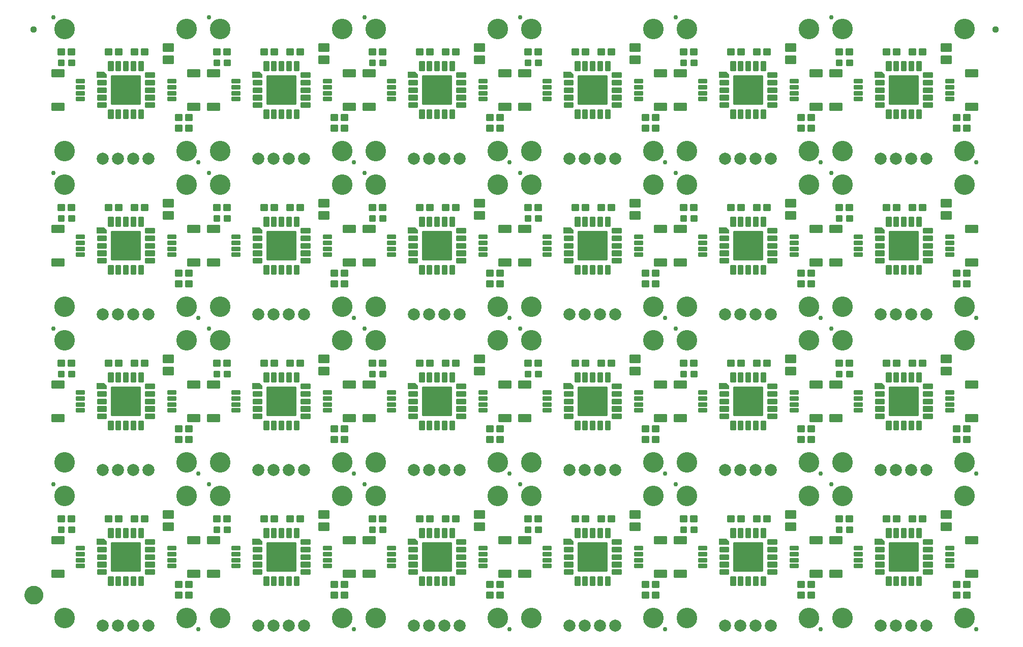
<source format=gts>
G04 EAGLE Gerber RS-274X export*
G75*
%MOMM*%
%FSLAX34Y34*%
%LPD*%
%INSoldermask Top*%
%IPPOS*%
%AMOC8*
5,1,8,0,0,1.08239X$1,22.5*%
G01*
%ADD10C,0.762000*%
%ADD11C,3.429000*%
%ADD12C,0.246350*%
%ADD13C,0.225719*%
%ADD14C,0.231750*%
%ADD15C,0.225588*%
%ADD16C,0.225369*%
%ADD17C,0.225400*%
%ADD18C,2.006600*%
%ADD19C,0.428259*%
%ADD20C,0.223519*%
%ADD21C,1.127000*%
%ADD22C,1.270000*%
%ADD23C,1.627000*%

G36*
X1390947Y924227D02*
X1390947Y924227D01*
X1390942Y924234D01*
X1390949Y924240D01*
X1390949Y930340D01*
X1390933Y930361D01*
X1390935Y930375D01*
X1387035Y934275D01*
X1387009Y934278D01*
X1387002Y934287D01*
X1387000Y934289D01*
X1373900Y934289D01*
X1373853Y934253D01*
X1373854Y934252D01*
X1373853Y934251D01*
X1373857Y934245D01*
X1373851Y934240D01*
X1373851Y924240D01*
X1373887Y924193D01*
X1373894Y924198D01*
X1373900Y924191D01*
X1390900Y924191D01*
X1390947Y924227D01*
G37*
G36*
X1131867Y924227D02*
X1131867Y924227D01*
X1131862Y924234D01*
X1131869Y924240D01*
X1131869Y930340D01*
X1131853Y930361D01*
X1131855Y930375D01*
X1127955Y934275D01*
X1127929Y934278D01*
X1127922Y934287D01*
X1127920Y934289D01*
X1114820Y934289D01*
X1114773Y934253D01*
X1114774Y934252D01*
X1114773Y934251D01*
X1114777Y934245D01*
X1114771Y934240D01*
X1114771Y924240D01*
X1114807Y924193D01*
X1114814Y924198D01*
X1114820Y924191D01*
X1131820Y924191D01*
X1131867Y924227D01*
G37*
G36*
X872787Y924227D02*
X872787Y924227D01*
X872782Y924234D01*
X872789Y924240D01*
X872789Y930340D01*
X872773Y930361D01*
X872775Y930375D01*
X868875Y934275D01*
X868849Y934278D01*
X868842Y934287D01*
X868840Y934289D01*
X855740Y934289D01*
X855693Y934253D01*
X855694Y934252D01*
X855693Y934251D01*
X855697Y934245D01*
X855691Y934240D01*
X855691Y924240D01*
X855727Y924193D01*
X855734Y924198D01*
X855740Y924191D01*
X872740Y924191D01*
X872787Y924227D01*
G37*
G36*
X613707Y924227D02*
X613707Y924227D01*
X613702Y924234D01*
X613709Y924240D01*
X613709Y930340D01*
X613693Y930361D01*
X613695Y930375D01*
X609795Y934275D01*
X609769Y934278D01*
X609762Y934287D01*
X609760Y934289D01*
X596660Y934289D01*
X596613Y934253D01*
X596614Y934252D01*
X596613Y934251D01*
X596617Y934245D01*
X596611Y934240D01*
X596611Y924240D01*
X596647Y924193D01*
X596654Y924198D01*
X596660Y924191D01*
X613660Y924191D01*
X613707Y924227D01*
G37*
G36*
X354627Y924227D02*
X354627Y924227D01*
X354622Y924234D01*
X354629Y924240D01*
X354629Y930340D01*
X354613Y930361D01*
X354615Y930375D01*
X350715Y934275D01*
X350689Y934278D01*
X350682Y934287D01*
X350680Y934289D01*
X337580Y934289D01*
X337533Y934253D01*
X337534Y934252D01*
X337533Y934251D01*
X337537Y934245D01*
X337531Y934240D01*
X337531Y924240D01*
X337567Y924193D01*
X337574Y924198D01*
X337580Y924191D01*
X354580Y924191D01*
X354627Y924227D01*
G37*
G36*
X95547Y924227D02*
X95547Y924227D01*
X95542Y924234D01*
X95549Y924240D01*
X95549Y930340D01*
X95533Y930361D01*
X95535Y930375D01*
X91635Y934275D01*
X91609Y934278D01*
X91602Y934287D01*
X91600Y934289D01*
X78500Y934289D01*
X78453Y934253D01*
X78454Y934252D01*
X78453Y934251D01*
X78457Y934245D01*
X78451Y934240D01*
X78451Y924240D01*
X78487Y924193D01*
X78494Y924198D01*
X78500Y924191D01*
X95500Y924191D01*
X95547Y924227D01*
G37*
G36*
X1390947Y665147D02*
X1390947Y665147D01*
X1390942Y665154D01*
X1390949Y665160D01*
X1390949Y671260D01*
X1390933Y671281D01*
X1390935Y671295D01*
X1387035Y675195D01*
X1387009Y675198D01*
X1387002Y675207D01*
X1387000Y675209D01*
X1373900Y675209D01*
X1373853Y675173D01*
X1373854Y675172D01*
X1373853Y675171D01*
X1373857Y675165D01*
X1373851Y675160D01*
X1373851Y665160D01*
X1373887Y665113D01*
X1373894Y665118D01*
X1373900Y665111D01*
X1390900Y665111D01*
X1390947Y665147D01*
G37*
G36*
X872787Y665147D02*
X872787Y665147D01*
X872782Y665154D01*
X872789Y665160D01*
X872789Y671260D01*
X872773Y671281D01*
X872775Y671295D01*
X868875Y675195D01*
X868849Y675198D01*
X868842Y675207D01*
X868840Y675209D01*
X855740Y675209D01*
X855693Y675173D01*
X855694Y675172D01*
X855693Y675171D01*
X855697Y675165D01*
X855691Y675160D01*
X855691Y665160D01*
X855727Y665113D01*
X855734Y665118D01*
X855740Y665111D01*
X872740Y665111D01*
X872787Y665147D01*
G37*
G36*
X95547Y665147D02*
X95547Y665147D01*
X95542Y665154D01*
X95549Y665160D01*
X95549Y671260D01*
X95533Y671281D01*
X95535Y671295D01*
X91635Y675195D01*
X91609Y675198D01*
X91602Y675207D01*
X91600Y675209D01*
X78500Y675209D01*
X78453Y675173D01*
X78454Y675172D01*
X78453Y675171D01*
X78457Y675165D01*
X78451Y675160D01*
X78451Y665160D01*
X78487Y665113D01*
X78494Y665118D01*
X78500Y665111D01*
X95500Y665111D01*
X95547Y665147D01*
G37*
G36*
X1131867Y665147D02*
X1131867Y665147D01*
X1131862Y665154D01*
X1131869Y665160D01*
X1131869Y671260D01*
X1131853Y671281D01*
X1131855Y671295D01*
X1127955Y675195D01*
X1127929Y675198D01*
X1127922Y675207D01*
X1127920Y675209D01*
X1114820Y675209D01*
X1114773Y675173D01*
X1114774Y675172D01*
X1114773Y675171D01*
X1114777Y675165D01*
X1114771Y675160D01*
X1114771Y665160D01*
X1114807Y665113D01*
X1114814Y665118D01*
X1114820Y665111D01*
X1131820Y665111D01*
X1131867Y665147D01*
G37*
G36*
X613707Y665147D02*
X613707Y665147D01*
X613702Y665154D01*
X613709Y665160D01*
X613709Y671260D01*
X613693Y671281D01*
X613695Y671295D01*
X609795Y675195D01*
X609769Y675198D01*
X609762Y675207D01*
X609760Y675209D01*
X596660Y675209D01*
X596613Y675173D01*
X596614Y675172D01*
X596613Y675171D01*
X596617Y675165D01*
X596611Y675160D01*
X596611Y665160D01*
X596647Y665113D01*
X596654Y665118D01*
X596660Y665111D01*
X613660Y665111D01*
X613707Y665147D01*
G37*
G36*
X354627Y665147D02*
X354627Y665147D01*
X354622Y665154D01*
X354629Y665160D01*
X354629Y671260D01*
X354613Y671281D01*
X354615Y671295D01*
X350715Y675195D01*
X350689Y675198D01*
X350682Y675207D01*
X350680Y675209D01*
X337580Y675209D01*
X337533Y675173D01*
X337534Y675172D01*
X337533Y675171D01*
X337537Y675165D01*
X337531Y675160D01*
X337531Y665160D01*
X337567Y665113D01*
X337574Y665118D01*
X337580Y665111D01*
X354580Y665111D01*
X354627Y665147D01*
G37*
G36*
X1390947Y406067D02*
X1390947Y406067D01*
X1390942Y406074D01*
X1390949Y406080D01*
X1390949Y412180D01*
X1390933Y412201D01*
X1390935Y412215D01*
X1387035Y416115D01*
X1387009Y416118D01*
X1387002Y416127D01*
X1387000Y416129D01*
X1373900Y416129D01*
X1373853Y416093D01*
X1373854Y416092D01*
X1373853Y416091D01*
X1373857Y416085D01*
X1373851Y416080D01*
X1373851Y406080D01*
X1373887Y406033D01*
X1373894Y406038D01*
X1373900Y406031D01*
X1390900Y406031D01*
X1390947Y406067D01*
G37*
G36*
X1131867Y406067D02*
X1131867Y406067D01*
X1131862Y406074D01*
X1131869Y406080D01*
X1131869Y412180D01*
X1131853Y412201D01*
X1131855Y412215D01*
X1127955Y416115D01*
X1127929Y416118D01*
X1127922Y416127D01*
X1127920Y416129D01*
X1114820Y416129D01*
X1114773Y416093D01*
X1114774Y416092D01*
X1114773Y416091D01*
X1114777Y416085D01*
X1114771Y416080D01*
X1114771Y406080D01*
X1114807Y406033D01*
X1114814Y406038D01*
X1114820Y406031D01*
X1131820Y406031D01*
X1131867Y406067D01*
G37*
G36*
X872787Y406067D02*
X872787Y406067D01*
X872782Y406074D01*
X872789Y406080D01*
X872789Y412180D01*
X872773Y412201D01*
X872775Y412215D01*
X868875Y416115D01*
X868849Y416118D01*
X868842Y416127D01*
X868840Y416129D01*
X855740Y416129D01*
X855693Y416093D01*
X855694Y416092D01*
X855693Y416091D01*
X855697Y416085D01*
X855691Y416080D01*
X855691Y406080D01*
X855727Y406033D01*
X855734Y406038D01*
X855740Y406031D01*
X872740Y406031D01*
X872787Y406067D01*
G37*
G36*
X613707Y406067D02*
X613707Y406067D01*
X613702Y406074D01*
X613709Y406080D01*
X613709Y412180D01*
X613693Y412201D01*
X613695Y412215D01*
X609795Y416115D01*
X609769Y416118D01*
X609762Y416127D01*
X609760Y416129D01*
X596660Y416129D01*
X596613Y416093D01*
X596614Y416092D01*
X596613Y416091D01*
X596617Y416085D01*
X596611Y416080D01*
X596611Y406080D01*
X596647Y406033D01*
X596654Y406038D01*
X596660Y406031D01*
X613660Y406031D01*
X613707Y406067D01*
G37*
G36*
X354627Y406067D02*
X354627Y406067D01*
X354622Y406074D01*
X354629Y406080D01*
X354629Y412180D01*
X354613Y412201D01*
X354615Y412215D01*
X350715Y416115D01*
X350689Y416118D01*
X350682Y416127D01*
X350680Y416129D01*
X337580Y416129D01*
X337533Y416093D01*
X337534Y416092D01*
X337533Y416091D01*
X337537Y416085D01*
X337531Y416080D01*
X337531Y406080D01*
X337567Y406033D01*
X337574Y406038D01*
X337580Y406031D01*
X354580Y406031D01*
X354627Y406067D01*
G37*
G36*
X95547Y406067D02*
X95547Y406067D01*
X95542Y406074D01*
X95549Y406080D01*
X95549Y412180D01*
X95533Y412201D01*
X95535Y412215D01*
X91635Y416115D01*
X91609Y416118D01*
X91602Y416127D01*
X91600Y416129D01*
X78500Y416129D01*
X78453Y416093D01*
X78454Y416092D01*
X78453Y416091D01*
X78457Y416085D01*
X78451Y416080D01*
X78451Y406080D01*
X78487Y406033D01*
X78494Y406038D01*
X78500Y406031D01*
X95500Y406031D01*
X95547Y406067D01*
G37*
G36*
X1390947Y146987D02*
X1390947Y146987D01*
X1390942Y146994D01*
X1390949Y147000D01*
X1390949Y153100D01*
X1390933Y153121D01*
X1390935Y153135D01*
X1387035Y157035D01*
X1387009Y157038D01*
X1387002Y157047D01*
X1387000Y157049D01*
X1373900Y157049D01*
X1373853Y157013D01*
X1373854Y157012D01*
X1373853Y157011D01*
X1373857Y157005D01*
X1373851Y157000D01*
X1373851Y147000D01*
X1373887Y146953D01*
X1373894Y146958D01*
X1373900Y146951D01*
X1390900Y146951D01*
X1390947Y146987D01*
G37*
G36*
X1131867Y146987D02*
X1131867Y146987D01*
X1131862Y146994D01*
X1131869Y147000D01*
X1131869Y153100D01*
X1131853Y153121D01*
X1131855Y153135D01*
X1127955Y157035D01*
X1127929Y157038D01*
X1127922Y157047D01*
X1127920Y157049D01*
X1114820Y157049D01*
X1114773Y157013D01*
X1114774Y157012D01*
X1114773Y157011D01*
X1114777Y157005D01*
X1114771Y157000D01*
X1114771Y147000D01*
X1114807Y146953D01*
X1114814Y146958D01*
X1114820Y146951D01*
X1131820Y146951D01*
X1131867Y146987D01*
G37*
G36*
X872787Y146987D02*
X872787Y146987D01*
X872782Y146994D01*
X872789Y147000D01*
X872789Y153100D01*
X872773Y153121D01*
X872775Y153135D01*
X868875Y157035D01*
X868849Y157038D01*
X868842Y157047D01*
X868840Y157049D01*
X855740Y157049D01*
X855693Y157013D01*
X855694Y157012D01*
X855693Y157011D01*
X855697Y157005D01*
X855691Y157000D01*
X855691Y147000D01*
X855727Y146953D01*
X855734Y146958D01*
X855740Y146951D01*
X872740Y146951D01*
X872787Y146987D01*
G37*
G36*
X613707Y146987D02*
X613707Y146987D01*
X613702Y146994D01*
X613709Y147000D01*
X613709Y153100D01*
X613693Y153121D01*
X613695Y153135D01*
X609795Y157035D01*
X609769Y157038D01*
X609762Y157047D01*
X609760Y157049D01*
X596660Y157049D01*
X596613Y157013D01*
X596614Y157012D01*
X596613Y157011D01*
X596617Y157005D01*
X596611Y157000D01*
X596611Y147000D01*
X596647Y146953D01*
X596654Y146958D01*
X596660Y146951D01*
X613660Y146951D01*
X613707Y146987D01*
G37*
G36*
X354627Y146987D02*
X354627Y146987D01*
X354622Y146994D01*
X354629Y147000D01*
X354629Y153100D01*
X354613Y153121D01*
X354615Y153135D01*
X350715Y157035D01*
X350689Y157038D01*
X350682Y157047D01*
X350680Y157049D01*
X337580Y157049D01*
X337533Y157013D01*
X337534Y157012D01*
X337533Y157011D01*
X337537Y157005D01*
X337531Y157000D01*
X337531Y147000D01*
X337567Y146953D01*
X337574Y146958D01*
X337580Y146951D01*
X354580Y146951D01*
X354627Y146987D01*
G37*
G36*
X95547Y146987D02*
X95547Y146987D01*
X95542Y146994D01*
X95549Y147000D01*
X95549Y153100D01*
X95533Y153121D01*
X95535Y153135D01*
X91635Y157035D01*
X91609Y157038D01*
X91602Y157047D01*
X91600Y157049D01*
X78500Y157049D01*
X78453Y157013D01*
X78454Y157012D01*
X78453Y157011D01*
X78457Y157005D01*
X78451Y157000D01*
X78451Y147000D01*
X78487Y146953D01*
X78494Y146958D01*
X78500Y146951D01*
X95500Y146951D01*
X95547Y146987D01*
G37*
D10*
X6350Y247650D03*
X247650Y6350D03*
D11*
X228600Y228600D03*
X25400Y228600D03*
X228600Y25400D03*
X25400Y25400D03*
D12*
X103597Y103597D02*
X150403Y103597D01*
X103597Y103597D02*
X103597Y150403D01*
X150403Y150403D01*
X150403Y103597D01*
X150403Y105938D02*
X103597Y105938D01*
X103597Y108279D02*
X150403Y108279D01*
X150403Y110620D02*
X103597Y110620D01*
X103597Y112961D02*
X150403Y112961D01*
X150403Y115302D02*
X103597Y115302D01*
X103597Y117643D02*
X150403Y117643D01*
X150403Y119984D02*
X103597Y119984D01*
X103597Y122325D02*
X150403Y122325D01*
X150403Y124666D02*
X103597Y124666D01*
X103597Y127007D02*
X150403Y127007D01*
X150403Y129348D02*
X103597Y129348D01*
X103597Y131689D02*
X150403Y131689D01*
X150403Y134030D02*
X103597Y134030D01*
X103597Y136371D02*
X150403Y136371D01*
X150403Y138712D02*
X103597Y138712D01*
X103597Y141053D02*
X150403Y141053D01*
X150403Y143394D02*
X103597Y143394D01*
X103597Y145735D02*
X150403Y145735D01*
X150403Y148076D02*
X103597Y148076D01*
D13*
X89007Y149993D02*
X89007Y154007D01*
X89007Y149993D02*
X84993Y149993D01*
X84993Y154007D01*
X89007Y154007D01*
X89007Y152137D02*
X84993Y152137D01*
D14*
X93976Y142976D02*
X93976Y136024D01*
X80024Y136024D01*
X80024Y142976D01*
X93976Y142976D01*
X93976Y138226D02*
X80024Y138226D01*
X80024Y140428D02*
X93976Y140428D01*
X93976Y142630D02*
X80024Y142630D01*
X93976Y130476D02*
X93976Y123524D01*
X80024Y123524D01*
X80024Y130476D01*
X93976Y130476D01*
X93976Y125726D02*
X80024Y125726D01*
X80024Y127928D02*
X93976Y127928D01*
X93976Y130130D02*
X80024Y130130D01*
X93976Y117976D02*
X93976Y111024D01*
X80024Y111024D01*
X80024Y117976D01*
X93976Y117976D01*
X93976Y113226D02*
X80024Y113226D01*
X80024Y115428D02*
X93976Y115428D01*
X93976Y117630D02*
X80024Y117630D01*
X93976Y105476D02*
X93976Y98524D01*
X80024Y98524D01*
X80024Y105476D01*
X93976Y105476D01*
X93976Y100726D02*
X80024Y100726D01*
X80024Y102928D02*
X93976Y102928D01*
X93976Y105130D02*
X80024Y105130D01*
X98524Y93976D02*
X105476Y93976D01*
X105476Y80024D01*
X98524Y80024D01*
X98524Y93976D01*
X98524Y82226D02*
X105476Y82226D01*
X105476Y84428D02*
X98524Y84428D01*
X98524Y86630D02*
X105476Y86630D01*
X105476Y88832D02*
X98524Y88832D01*
X98524Y91034D02*
X105476Y91034D01*
X105476Y93236D02*
X98524Y93236D01*
X111024Y93976D02*
X117976Y93976D01*
X117976Y80024D01*
X111024Y80024D01*
X111024Y93976D01*
X111024Y82226D02*
X117976Y82226D01*
X117976Y84428D02*
X111024Y84428D01*
X111024Y86630D02*
X117976Y86630D01*
X117976Y88832D02*
X111024Y88832D01*
X111024Y91034D02*
X117976Y91034D01*
X117976Y93236D02*
X111024Y93236D01*
X123524Y93976D02*
X130476Y93976D01*
X130476Y80024D01*
X123524Y80024D01*
X123524Y93976D01*
X123524Y82226D02*
X130476Y82226D01*
X130476Y84428D02*
X123524Y84428D01*
X123524Y86630D02*
X130476Y86630D01*
X130476Y88832D02*
X123524Y88832D01*
X123524Y91034D02*
X130476Y91034D01*
X130476Y93236D02*
X123524Y93236D01*
X136024Y93976D02*
X142976Y93976D01*
X142976Y80024D01*
X136024Y80024D01*
X136024Y93976D01*
X136024Y82226D02*
X142976Y82226D01*
X142976Y84428D02*
X136024Y84428D01*
X136024Y86630D02*
X142976Y86630D01*
X142976Y88832D02*
X136024Y88832D01*
X136024Y91034D02*
X142976Y91034D01*
X142976Y93236D02*
X136024Y93236D01*
X148524Y93976D02*
X155476Y93976D01*
X155476Y80024D01*
X148524Y80024D01*
X148524Y93976D01*
X148524Y82226D02*
X155476Y82226D01*
X155476Y84428D02*
X148524Y84428D01*
X148524Y86630D02*
X155476Y86630D01*
X155476Y88832D02*
X148524Y88832D01*
X148524Y91034D02*
X155476Y91034D01*
X155476Y93236D02*
X148524Y93236D01*
X160024Y98524D02*
X160024Y105476D01*
X173976Y105476D01*
X173976Y98524D01*
X160024Y98524D01*
X160024Y100726D02*
X173976Y100726D01*
X173976Y102928D02*
X160024Y102928D01*
X160024Y105130D02*
X173976Y105130D01*
X160024Y111024D02*
X160024Y117976D01*
X173976Y117976D01*
X173976Y111024D01*
X160024Y111024D01*
X160024Y113226D02*
X173976Y113226D01*
X173976Y115428D02*
X160024Y115428D01*
X160024Y117630D02*
X173976Y117630D01*
X160024Y123524D02*
X160024Y130476D01*
X173976Y130476D01*
X173976Y123524D01*
X160024Y123524D01*
X160024Y125726D02*
X173976Y125726D01*
X173976Y127928D02*
X160024Y127928D01*
X160024Y130130D02*
X173976Y130130D01*
X160024Y136024D02*
X160024Y142976D01*
X173976Y142976D01*
X173976Y136024D01*
X160024Y136024D01*
X160024Y138226D02*
X173976Y138226D01*
X173976Y140428D02*
X160024Y140428D01*
X160024Y142630D02*
X173976Y142630D01*
X160024Y148524D02*
X160024Y155476D01*
X173976Y155476D01*
X173976Y148524D01*
X160024Y148524D01*
X160024Y150726D02*
X173976Y150726D01*
X173976Y152928D02*
X160024Y152928D01*
X160024Y155130D02*
X173976Y155130D01*
X155476Y160024D02*
X148524Y160024D01*
X148524Y173976D01*
X155476Y173976D01*
X155476Y160024D01*
X155476Y162226D02*
X148524Y162226D01*
X148524Y164428D02*
X155476Y164428D01*
X155476Y166630D02*
X148524Y166630D01*
X148524Y168832D02*
X155476Y168832D01*
X155476Y171034D02*
X148524Y171034D01*
X148524Y173236D02*
X155476Y173236D01*
X142976Y160024D02*
X136024Y160024D01*
X136024Y173976D01*
X142976Y173976D01*
X142976Y160024D01*
X142976Y162226D02*
X136024Y162226D01*
X136024Y164428D02*
X142976Y164428D01*
X142976Y166630D02*
X136024Y166630D01*
X136024Y168832D02*
X142976Y168832D01*
X142976Y171034D02*
X136024Y171034D01*
X136024Y173236D02*
X142976Y173236D01*
X130476Y160024D02*
X123524Y160024D01*
X123524Y173976D01*
X130476Y173976D01*
X130476Y160024D01*
X130476Y162226D02*
X123524Y162226D01*
X123524Y164428D02*
X130476Y164428D01*
X130476Y166630D02*
X123524Y166630D01*
X123524Y168832D02*
X130476Y168832D01*
X130476Y171034D02*
X123524Y171034D01*
X123524Y173236D02*
X130476Y173236D01*
X117976Y160024D02*
X111024Y160024D01*
X111024Y173976D01*
X117976Y173976D01*
X117976Y160024D01*
X117976Y162226D02*
X111024Y162226D01*
X111024Y164428D02*
X117976Y164428D01*
X117976Y166630D02*
X111024Y166630D01*
X111024Y168832D02*
X117976Y168832D01*
X117976Y171034D02*
X111024Y171034D01*
X111024Y173236D02*
X117976Y173236D01*
X105476Y160024D02*
X98524Y160024D01*
X98524Y173976D01*
X105476Y173976D01*
X105476Y160024D01*
X105476Y162226D02*
X98524Y162226D01*
X98524Y164428D02*
X105476Y164428D01*
X105476Y166630D02*
X98524Y166630D01*
X98524Y168832D02*
X105476Y168832D01*
X105476Y171034D02*
X98524Y171034D01*
X98524Y173236D02*
X105476Y173236D01*
D15*
X249457Y104507D02*
X249457Y93493D01*
X230443Y93493D01*
X230443Y104507D01*
X249457Y104507D01*
X249457Y95636D02*
X230443Y95636D01*
X230443Y97779D02*
X249457Y97779D01*
X249457Y99922D02*
X230443Y99922D01*
X230443Y102065D02*
X249457Y102065D01*
X249457Y104208D02*
X230443Y104208D01*
X249457Y149493D02*
X249457Y160507D01*
X249457Y149493D02*
X230443Y149493D01*
X230443Y160507D01*
X249457Y160507D01*
X249457Y151636D02*
X230443Y151636D01*
X230443Y153779D02*
X249457Y153779D01*
X249457Y155922D02*
X230443Y155922D01*
X230443Y158065D02*
X249457Y158065D01*
X249457Y160208D02*
X230443Y160208D01*
D16*
X209458Y114508D02*
X209458Y109492D01*
X196942Y109492D01*
X196942Y114508D01*
X209458Y114508D01*
X209458Y111633D02*
X196942Y111633D01*
X196942Y113774D02*
X209458Y113774D01*
X209458Y119492D02*
X209458Y124508D01*
X209458Y119492D02*
X196942Y119492D01*
X196942Y124508D01*
X209458Y124508D01*
X209458Y121633D02*
X196942Y121633D01*
X196942Y123774D02*
X209458Y123774D01*
X209458Y129492D02*
X209458Y134508D01*
X209458Y129492D02*
X196942Y129492D01*
X196942Y134508D01*
X209458Y134508D01*
X209458Y131633D02*
X196942Y131633D01*
X196942Y133774D02*
X209458Y133774D01*
X209458Y139492D02*
X209458Y144508D01*
X209458Y139492D02*
X196942Y139492D01*
X196942Y144508D01*
X209458Y144508D01*
X209458Y141633D02*
X196942Y141633D01*
X196942Y143774D02*
X209458Y143774D01*
D15*
X4543Y149493D02*
X4543Y160507D01*
X23557Y160507D01*
X23557Y149493D01*
X4543Y149493D01*
X4543Y151636D02*
X23557Y151636D01*
X23557Y153779D02*
X4543Y153779D01*
X4543Y155922D02*
X23557Y155922D01*
X23557Y158065D02*
X4543Y158065D01*
X4543Y160208D02*
X23557Y160208D01*
X4543Y104507D02*
X4543Y93493D01*
X4543Y104507D02*
X23557Y104507D01*
X23557Y93493D01*
X4543Y93493D01*
X4543Y95636D02*
X23557Y95636D01*
X23557Y97779D02*
X4543Y97779D01*
X4543Y99922D02*
X23557Y99922D01*
X23557Y102065D02*
X4543Y102065D01*
X4543Y104208D02*
X23557Y104208D01*
D16*
X44542Y139492D02*
X44542Y144508D01*
X57058Y144508D01*
X57058Y139492D01*
X44542Y139492D01*
X44542Y141633D02*
X57058Y141633D01*
X57058Y143774D02*
X44542Y143774D01*
X44542Y134508D02*
X44542Y129492D01*
X44542Y134508D02*
X57058Y134508D01*
X57058Y129492D01*
X44542Y129492D01*
X44542Y131633D02*
X57058Y131633D01*
X57058Y133774D02*
X44542Y133774D01*
X44542Y124508D02*
X44542Y119492D01*
X44542Y124508D02*
X57058Y124508D01*
X57058Y119492D01*
X44542Y119492D01*
X44542Y121633D02*
X57058Y121633D01*
X57058Y123774D02*
X44542Y123774D01*
X44542Y114508D02*
X44542Y109492D01*
X44542Y114508D02*
X57058Y114508D01*
X57058Y109492D01*
X44542Y109492D01*
X44542Y111633D02*
X57058Y111633D01*
X57058Y113774D02*
X44542Y113774D01*
D17*
X210012Y76772D02*
X220028Y76772D01*
X210012Y76772D02*
X210012Y85788D01*
X220028Y85788D01*
X220028Y76772D01*
X220028Y78913D02*
X210012Y78913D01*
X210012Y81054D02*
X220028Y81054D01*
X220028Y83195D02*
X210012Y83195D01*
X210012Y85336D02*
X220028Y85336D01*
X227012Y76772D02*
X237028Y76772D01*
X227012Y76772D02*
X227012Y85788D01*
X237028Y85788D01*
X237028Y76772D01*
X237028Y78913D02*
X227012Y78913D01*
X227012Y81054D02*
X237028Y81054D01*
X237028Y83195D02*
X227012Y83195D01*
X227012Y85336D02*
X237028Y85336D01*
X220028Y58992D02*
X210012Y58992D01*
X210012Y68008D01*
X220028Y68008D01*
X220028Y58992D01*
X220028Y61133D02*
X210012Y61133D01*
X210012Y63274D02*
X220028Y63274D01*
X220028Y65415D02*
X210012Y65415D01*
X210012Y67556D02*
X220028Y67556D01*
X227012Y58992D02*
X237028Y58992D01*
X227012Y58992D02*
X227012Y68008D01*
X237028Y68008D01*
X237028Y58992D01*
X237028Y61133D02*
X227012Y61133D01*
X227012Y63274D02*
X237028Y63274D01*
X237028Y65415D02*
X227012Y65415D01*
X227012Y67556D02*
X237028Y67556D01*
D18*
X88900Y12700D03*
X114300Y12700D03*
X139700Y12700D03*
X165100Y12700D03*
D17*
X120188Y195008D02*
X110172Y195008D01*
X120188Y195008D02*
X120188Y185992D01*
X110172Y185992D01*
X110172Y195008D01*
X110172Y188133D02*
X120188Y188133D01*
X120188Y190274D02*
X110172Y190274D01*
X110172Y192415D02*
X120188Y192415D01*
X120188Y194556D02*
X110172Y194556D01*
X103188Y195008D02*
X93172Y195008D01*
X103188Y195008D02*
X103188Y185992D01*
X93172Y185992D01*
X93172Y195008D01*
X93172Y188133D02*
X103188Y188133D01*
X103188Y190274D02*
X93172Y190274D01*
X93172Y192415D02*
X103188Y192415D01*
X103188Y194556D02*
X93172Y194556D01*
X136352Y185992D02*
X146368Y185992D01*
X136352Y185992D02*
X136352Y195008D01*
X146368Y195008D01*
X146368Y185992D01*
X146368Y188133D02*
X136352Y188133D01*
X136352Y190274D02*
X146368Y190274D01*
X146368Y192415D02*
X136352Y192415D01*
X136352Y194556D02*
X146368Y194556D01*
X153352Y185992D02*
X163368Y185992D01*
X153352Y185992D02*
X153352Y195008D01*
X163368Y195008D01*
X163368Y185992D01*
X163368Y188133D02*
X153352Y188133D01*
X153352Y190274D02*
X163368Y190274D01*
X163368Y192415D02*
X153352Y192415D01*
X153352Y194556D02*
X163368Y194556D01*
D19*
X22664Y176214D02*
X22664Y169226D01*
X15676Y169226D01*
X15676Y176214D01*
X22664Y176214D01*
X22664Y173295D02*
X15676Y173295D01*
X40204Y176214D02*
X40204Y169226D01*
X33216Y169226D01*
X33216Y176214D01*
X40204Y176214D01*
X40204Y173295D02*
X33216Y173295D01*
D17*
X31432Y195008D02*
X41448Y195008D01*
X41448Y185992D01*
X31432Y185992D01*
X31432Y195008D01*
X31432Y188133D02*
X41448Y188133D01*
X41448Y190274D02*
X31432Y190274D01*
X31432Y192415D02*
X41448Y192415D01*
X41448Y194556D02*
X31432Y194556D01*
X24448Y195008D02*
X14432Y195008D01*
X24448Y195008D02*
X24448Y185992D01*
X14432Y185992D01*
X14432Y195008D01*
X14432Y188133D02*
X24448Y188133D01*
X24448Y190274D02*
X14432Y190274D01*
X14432Y192415D02*
X24448Y192415D01*
X24448Y194556D02*
X14432Y194556D01*
D20*
X189966Y192252D02*
X205766Y192252D01*
X189966Y192252D02*
X189966Y203988D01*
X205766Y203988D01*
X205766Y192252D01*
X205766Y194375D02*
X189966Y194375D01*
X189966Y196498D02*
X205766Y196498D01*
X205766Y198621D02*
X189966Y198621D01*
X189966Y200744D02*
X205766Y200744D01*
X205766Y202867D02*
X189966Y202867D01*
X189966Y171932D02*
X205766Y171932D01*
X189966Y171932D02*
X189966Y183668D01*
X205766Y183668D01*
X205766Y171932D01*
X205766Y174055D02*
X189966Y174055D01*
X189966Y176178D02*
X205766Y176178D01*
X205766Y178301D02*
X189966Y178301D01*
X189966Y180424D02*
X205766Y180424D01*
X205766Y182547D02*
X189966Y182547D01*
D10*
X265430Y247650D03*
X506730Y6350D03*
D11*
X487680Y228600D03*
X284480Y228600D03*
X487680Y25400D03*
X284480Y25400D03*
D12*
X362677Y103597D02*
X409483Y103597D01*
X362677Y103597D02*
X362677Y150403D01*
X409483Y150403D01*
X409483Y103597D01*
X409483Y105938D02*
X362677Y105938D01*
X362677Y108279D02*
X409483Y108279D01*
X409483Y110620D02*
X362677Y110620D01*
X362677Y112961D02*
X409483Y112961D01*
X409483Y115302D02*
X362677Y115302D01*
X362677Y117643D02*
X409483Y117643D01*
X409483Y119984D02*
X362677Y119984D01*
X362677Y122325D02*
X409483Y122325D01*
X409483Y124666D02*
X362677Y124666D01*
X362677Y127007D02*
X409483Y127007D01*
X409483Y129348D02*
X362677Y129348D01*
X362677Y131689D02*
X409483Y131689D01*
X409483Y134030D02*
X362677Y134030D01*
X362677Y136371D02*
X409483Y136371D01*
X409483Y138712D02*
X362677Y138712D01*
X362677Y141053D02*
X409483Y141053D01*
X409483Y143394D02*
X362677Y143394D01*
X362677Y145735D02*
X409483Y145735D01*
X409483Y148076D02*
X362677Y148076D01*
D13*
X348087Y149993D02*
X348087Y154007D01*
X348087Y149993D02*
X344073Y149993D01*
X344073Y154007D01*
X348087Y154007D01*
X348087Y152137D02*
X344073Y152137D01*
D14*
X353056Y142976D02*
X353056Y136024D01*
X339104Y136024D01*
X339104Y142976D01*
X353056Y142976D01*
X353056Y138226D02*
X339104Y138226D01*
X339104Y140428D02*
X353056Y140428D01*
X353056Y142630D02*
X339104Y142630D01*
X353056Y130476D02*
X353056Y123524D01*
X339104Y123524D01*
X339104Y130476D01*
X353056Y130476D01*
X353056Y125726D02*
X339104Y125726D01*
X339104Y127928D02*
X353056Y127928D01*
X353056Y130130D02*
X339104Y130130D01*
X353056Y117976D02*
X353056Y111024D01*
X339104Y111024D01*
X339104Y117976D01*
X353056Y117976D01*
X353056Y113226D02*
X339104Y113226D01*
X339104Y115428D02*
X353056Y115428D01*
X353056Y117630D02*
X339104Y117630D01*
X353056Y105476D02*
X353056Y98524D01*
X339104Y98524D01*
X339104Y105476D01*
X353056Y105476D01*
X353056Y100726D02*
X339104Y100726D01*
X339104Y102928D02*
X353056Y102928D01*
X353056Y105130D02*
X339104Y105130D01*
X357604Y93976D02*
X364556Y93976D01*
X364556Y80024D01*
X357604Y80024D01*
X357604Y93976D01*
X357604Y82226D02*
X364556Y82226D01*
X364556Y84428D02*
X357604Y84428D01*
X357604Y86630D02*
X364556Y86630D01*
X364556Y88832D02*
X357604Y88832D01*
X357604Y91034D02*
X364556Y91034D01*
X364556Y93236D02*
X357604Y93236D01*
X370104Y93976D02*
X377056Y93976D01*
X377056Y80024D01*
X370104Y80024D01*
X370104Y93976D01*
X370104Y82226D02*
X377056Y82226D01*
X377056Y84428D02*
X370104Y84428D01*
X370104Y86630D02*
X377056Y86630D01*
X377056Y88832D02*
X370104Y88832D01*
X370104Y91034D02*
X377056Y91034D01*
X377056Y93236D02*
X370104Y93236D01*
X382604Y93976D02*
X389556Y93976D01*
X389556Y80024D01*
X382604Y80024D01*
X382604Y93976D01*
X382604Y82226D02*
X389556Y82226D01*
X389556Y84428D02*
X382604Y84428D01*
X382604Y86630D02*
X389556Y86630D01*
X389556Y88832D02*
X382604Y88832D01*
X382604Y91034D02*
X389556Y91034D01*
X389556Y93236D02*
X382604Y93236D01*
X395104Y93976D02*
X402056Y93976D01*
X402056Y80024D01*
X395104Y80024D01*
X395104Y93976D01*
X395104Y82226D02*
X402056Y82226D01*
X402056Y84428D02*
X395104Y84428D01*
X395104Y86630D02*
X402056Y86630D01*
X402056Y88832D02*
X395104Y88832D01*
X395104Y91034D02*
X402056Y91034D01*
X402056Y93236D02*
X395104Y93236D01*
X407604Y93976D02*
X414556Y93976D01*
X414556Y80024D01*
X407604Y80024D01*
X407604Y93976D01*
X407604Y82226D02*
X414556Y82226D01*
X414556Y84428D02*
X407604Y84428D01*
X407604Y86630D02*
X414556Y86630D01*
X414556Y88832D02*
X407604Y88832D01*
X407604Y91034D02*
X414556Y91034D01*
X414556Y93236D02*
X407604Y93236D01*
X419104Y98524D02*
X419104Y105476D01*
X433056Y105476D01*
X433056Y98524D01*
X419104Y98524D01*
X419104Y100726D02*
X433056Y100726D01*
X433056Y102928D02*
X419104Y102928D01*
X419104Y105130D02*
X433056Y105130D01*
X419104Y111024D02*
X419104Y117976D01*
X433056Y117976D01*
X433056Y111024D01*
X419104Y111024D01*
X419104Y113226D02*
X433056Y113226D01*
X433056Y115428D02*
X419104Y115428D01*
X419104Y117630D02*
X433056Y117630D01*
X419104Y123524D02*
X419104Y130476D01*
X433056Y130476D01*
X433056Y123524D01*
X419104Y123524D01*
X419104Y125726D02*
X433056Y125726D01*
X433056Y127928D02*
X419104Y127928D01*
X419104Y130130D02*
X433056Y130130D01*
X419104Y136024D02*
X419104Y142976D01*
X433056Y142976D01*
X433056Y136024D01*
X419104Y136024D01*
X419104Y138226D02*
X433056Y138226D01*
X433056Y140428D02*
X419104Y140428D01*
X419104Y142630D02*
X433056Y142630D01*
X419104Y148524D02*
X419104Y155476D01*
X433056Y155476D01*
X433056Y148524D01*
X419104Y148524D01*
X419104Y150726D02*
X433056Y150726D01*
X433056Y152928D02*
X419104Y152928D01*
X419104Y155130D02*
X433056Y155130D01*
X414556Y160024D02*
X407604Y160024D01*
X407604Y173976D01*
X414556Y173976D01*
X414556Y160024D01*
X414556Y162226D02*
X407604Y162226D01*
X407604Y164428D02*
X414556Y164428D01*
X414556Y166630D02*
X407604Y166630D01*
X407604Y168832D02*
X414556Y168832D01*
X414556Y171034D02*
X407604Y171034D01*
X407604Y173236D02*
X414556Y173236D01*
X402056Y160024D02*
X395104Y160024D01*
X395104Y173976D01*
X402056Y173976D01*
X402056Y160024D01*
X402056Y162226D02*
X395104Y162226D01*
X395104Y164428D02*
X402056Y164428D01*
X402056Y166630D02*
X395104Y166630D01*
X395104Y168832D02*
X402056Y168832D01*
X402056Y171034D02*
X395104Y171034D01*
X395104Y173236D02*
X402056Y173236D01*
X389556Y160024D02*
X382604Y160024D01*
X382604Y173976D01*
X389556Y173976D01*
X389556Y160024D01*
X389556Y162226D02*
X382604Y162226D01*
X382604Y164428D02*
X389556Y164428D01*
X389556Y166630D02*
X382604Y166630D01*
X382604Y168832D02*
X389556Y168832D01*
X389556Y171034D02*
X382604Y171034D01*
X382604Y173236D02*
X389556Y173236D01*
X377056Y160024D02*
X370104Y160024D01*
X370104Y173976D01*
X377056Y173976D01*
X377056Y160024D01*
X377056Y162226D02*
X370104Y162226D01*
X370104Y164428D02*
X377056Y164428D01*
X377056Y166630D02*
X370104Y166630D01*
X370104Y168832D02*
X377056Y168832D01*
X377056Y171034D02*
X370104Y171034D01*
X370104Y173236D02*
X377056Y173236D01*
X364556Y160024D02*
X357604Y160024D01*
X357604Y173976D01*
X364556Y173976D01*
X364556Y160024D01*
X364556Y162226D02*
X357604Y162226D01*
X357604Y164428D02*
X364556Y164428D01*
X364556Y166630D02*
X357604Y166630D01*
X357604Y168832D02*
X364556Y168832D01*
X364556Y171034D02*
X357604Y171034D01*
X357604Y173236D02*
X364556Y173236D01*
D15*
X508537Y104507D02*
X508537Y93493D01*
X489523Y93493D01*
X489523Y104507D01*
X508537Y104507D01*
X508537Y95636D02*
X489523Y95636D01*
X489523Y97779D02*
X508537Y97779D01*
X508537Y99922D02*
X489523Y99922D01*
X489523Y102065D02*
X508537Y102065D01*
X508537Y104208D02*
X489523Y104208D01*
X508537Y149493D02*
X508537Y160507D01*
X508537Y149493D02*
X489523Y149493D01*
X489523Y160507D01*
X508537Y160507D01*
X508537Y151636D02*
X489523Y151636D01*
X489523Y153779D02*
X508537Y153779D01*
X508537Y155922D02*
X489523Y155922D01*
X489523Y158065D02*
X508537Y158065D01*
X508537Y160208D02*
X489523Y160208D01*
D16*
X468538Y114508D02*
X468538Y109492D01*
X456022Y109492D01*
X456022Y114508D01*
X468538Y114508D01*
X468538Y111633D02*
X456022Y111633D01*
X456022Y113774D02*
X468538Y113774D01*
X468538Y119492D02*
X468538Y124508D01*
X468538Y119492D02*
X456022Y119492D01*
X456022Y124508D01*
X468538Y124508D01*
X468538Y121633D02*
X456022Y121633D01*
X456022Y123774D02*
X468538Y123774D01*
X468538Y129492D02*
X468538Y134508D01*
X468538Y129492D02*
X456022Y129492D01*
X456022Y134508D01*
X468538Y134508D01*
X468538Y131633D02*
X456022Y131633D01*
X456022Y133774D02*
X468538Y133774D01*
X468538Y139492D02*
X468538Y144508D01*
X468538Y139492D02*
X456022Y139492D01*
X456022Y144508D01*
X468538Y144508D01*
X468538Y141633D02*
X456022Y141633D01*
X456022Y143774D02*
X468538Y143774D01*
D15*
X263623Y149493D02*
X263623Y160507D01*
X282637Y160507D01*
X282637Y149493D01*
X263623Y149493D01*
X263623Y151636D02*
X282637Y151636D01*
X282637Y153779D02*
X263623Y153779D01*
X263623Y155922D02*
X282637Y155922D01*
X282637Y158065D02*
X263623Y158065D01*
X263623Y160208D02*
X282637Y160208D01*
X263623Y104507D02*
X263623Y93493D01*
X263623Y104507D02*
X282637Y104507D01*
X282637Y93493D01*
X263623Y93493D01*
X263623Y95636D02*
X282637Y95636D01*
X282637Y97779D02*
X263623Y97779D01*
X263623Y99922D02*
X282637Y99922D01*
X282637Y102065D02*
X263623Y102065D01*
X263623Y104208D02*
X282637Y104208D01*
D16*
X303622Y139492D02*
X303622Y144508D01*
X316138Y144508D01*
X316138Y139492D01*
X303622Y139492D01*
X303622Y141633D02*
X316138Y141633D01*
X316138Y143774D02*
X303622Y143774D01*
X303622Y134508D02*
X303622Y129492D01*
X303622Y134508D02*
X316138Y134508D01*
X316138Y129492D01*
X303622Y129492D01*
X303622Y131633D02*
X316138Y131633D01*
X316138Y133774D02*
X303622Y133774D01*
X303622Y124508D02*
X303622Y119492D01*
X303622Y124508D02*
X316138Y124508D01*
X316138Y119492D01*
X303622Y119492D01*
X303622Y121633D02*
X316138Y121633D01*
X316138Y123774D02*
X303622Y123774D01*
X303622Y114508D02*
X303622Y109492D01*
X303622Y114508D02*
X316138Y114508D01*
X316138Y109492D01*
X303622Y109492D01*
X303622Y111633D02*
X316138Y111633D01*
X316138Y113774D02*
X303622Y113774D01*
D17*
X469092Y76772D02*
X479108Y76772D01*
X469092Y76772D02*
X469092Y85788D01*
X479108Y85788D01*
X479108Y76772D01*
X479108Y78913D02*
X469092Y78913D01*
X469092Y81054D02*
X479108Y81054D01*
X479108Y83195D02*
X469092Y83195D01*
X469092Y85336D02*
X479108Y85336D01*
X486092Y76772D02*
X496108Y76772D01*
X486092Y76772D02*
X486092Y85788D01*
X496108Y85788D01*
X496108Y76772D01*
X496108Y78913D02*
X486092Y78913D01*
X486092Y81054D02*
X496108Y81054D01*
X496108Y83195D02*
X486092Y83195D01*
X486092Y85336D02*
X496108Y85336D01*
X479108Y58992D02*
X469092Y58992D01*
X469092Y68008D01*
X479108Y68008D01*
X479108Y58992D01*
X479108Y61133D02*
X469092Y61133D01*
X469092Y63274D02*
X479108Y63274D01*
X479108Y65415D02*
X469092Y65415D01*
X469092Y67556D02*
X479108Y67556D01*
X486092Y58992D02*
X496108Y58992D01*
X486092Y58992D02*
X486092Y68008D01*
X496108Y68008D01*
X496108Y58992D01*
X496108Y61133D02*
X486092Y61133D01*
X486092Y63274D02*
X496108Y63274D01*
X496108Y65415D02*
X486092Y65415D01*
X486092Y67556D02*
X496108Y67556D01*
D18*
X347980Y12700D03*
X373380Y12700D03*
X398780Y12700D03*
X424180Y12700D03*
D17*
X379268Y195008D02*
X369252Y195008D01*
X379268Y195008D02*
X379268Y185992D01*
X369252Y185992D01*
X369252Y195008D01*
X369252Y188133D02*
X379268Y188133D01*
X379268Y190274D02*
X369252Y190274D01*
X369252Y192415D02*
X379268Y192415D01*
X379268Y194556D02*
X369252Y194556D01*
X362268Y195008D02*
X352252Y195008D01*
X362268Y195008D02*
X362268Y185992D01*
X352252Y185992D01*
X352252Y195008D01*
X352252Y188133D02*
X362268Y188133D01*
X362268Y190274D02*
X352252Y190274D01*
X352252Y192415D02*
X362268Y192415D01*
X362268Y194556D02*
X352252Y194556D01*
X395432Y185992D02*
X405448Y185992D01*
X395432Y185992D02*
X395432Y195008D01*
X405448Y195008D01*
X405448Y185992D01*
X405448Y188133D02*
X395432Y188133D01*
X395432Y190274D02*
X405448Y190274D01*
X405448Y192415D02*
X395432Y192415D01*
X395432Y194556D02*
X405448Y194556D01*
X412432Y185992D02*
X422448Y185992D01*
X412432Y185992D02*
X412432Y195008D01*
X422448Y195008D01*
X422448Y185992D01*
X422448Y188133D02*
X412432Y188133D01*
X412432Y190274D02*
X422448Y190274D01*
X422448Y192415D02*
X412432Y192415D01*
X412432Y194556D02*
X422448Y194556D01*
D19*
X281744Y176214D02*
X281744Y169226D01*
X274756Y169226D01*
X274756Y176214D01*
X281744Y176214D01*
X281744Y173295D02*
X274756Y173295D01*
X299284Y176214D02*
X299284Y169226D01*
X292296Y169226D01*
X292296Y176214D01*
X299284Y176214D01*
X299284Y173295D02*
X292296Y173295D01*
D17*
X290512Y195008D02*
X300528Y195008D01*
X300528Y185992D01*
X290512Y185992D01*
X290512Y195008D01*
X290512Y188133D02*
X300528Y188133D01*
X300528Y190274D02*
X290512Y190274D01*
X290512Y192415D02*
X300528Y192415D01*
X300528Y194556D02*
X290512Y194556D01*
X283528Y195008D02*
X273512Y195008D01*
X283528Y195008D02*
X283528Y185992D01*
X273512Y185992D01*
X273512Y195008D01*
X273512Y188133D02*
X283528Y188133D01*
X283528Y190274D02*
X273512Y190274D01*
X273512Y192415D02*
X283528Y192415D01*
X283528Y194556D02*
X273512Y194556D01*
D20*
X449046Y192252D02*
X464846Y192252D01*
X449046Y192252D02*
X449046Y203988D01*
X464846Y203988D01*
X464846Y192252D01*
X464846Y194375D02*
X449046Y194375D01*
X449046Y196498D02*
X464846Y196498D01*
X464846Y198621D02*
X449046Y198621D01*
X449046Y200744D02*
X464846Y200744D01*
X464846Y202867D02*
X449046Y202867D01*
X449046Y171932D02*
X464846Y171932D01*
X449046Y171932D02*
X449046Y183668D01*
X464846Y183668D01*
X464846Y171932D01*
X464846Y174055D02*
X449046Y174055D01*
X449046Y176178D02*
X464846Y176178D01*
X464846Y178301D02*
X449046Y178301D01*
X449046Y180424D02*
X464846Y180424D01*
X464846Y182547D02*
X449046Y182547D01*
D10*
X524510Y247650D03*
X765810Y6350D03*
D11*
X746760Y228600D03*
X543560Y228600D03*
X746760Y25400D03*
X543560Y25400D03*
D12*
X621757Y103597D02*
X668563Y103597D01*
X621757Y103597D02*
X621757Y150403D01*
X668563Y150403D01*
X668563Y103597D01*
X668563Y105938D02*
X621757Y105938D01*
X621757Y108279D02*
X668563Y108279D01*
X668563Y110620D02*
X621757Y110620D01*
X621757Y112961D02*
X668563Y112961D01*
X668563Y115302D02*
X621757Y115302D01*
X621757Y117643D02*
X668563Y117643D01*
X668563Y119984D02*
X621757Y119984D01*
X621757Y122325D02*
X668563Y122325D01*
X668563Y124666D02*
X621757Y124666D01*
X621757Y127007D02*
X668563Y127007D01*
X668563Y129348D02*
X621757Y129348D01*
X621757Y131689D02*
X668563Y131689D01*
X668563Y134030D02*
X621757Y134030D01*
X621757Y136371D02*
X668563Y136371D01*
X668563Y138712D02*
X621757Y138712D01*
X621757Y141053D02*
X668563Y141053D01*
X668563Y143394D02*
X621757Y143394D01*
X621757Y145735D02*
X668563Y145735D01*
X668563Y148076D02*
X621757Y148076D01*
D13*
X607167Y149993D02*
X607167Y154007D01*
X607167Y149993D02*
X603153Y149993D01*
X603153Y154007D01*
X607167Y154007D01*
X607167Y152137D02*
X603153Y152137D01*
D14*
X612136Y142976D02*
X612136Y136024D01*
X598184Y136024D01*
X598184Y142976D01*
X612136Y142976D01*
X612136Y138226D02*
X598184Y138226D01*
X598184Y140428D02*
X612136Y140428D01*
X612136Y142630D02*
X598184Y142630D01*
X612136Y130476D02*
X612136Y123524D01*
X598184Y123524D01*
X598184Y130476D01*
X612136Y130476D01*
X612136Y125726D02*
X598184Y125726D01*
X598184Y127928D02*
X612136Y127928D01*
X612136Y130130D02*
X598184Y130130D01*
X612136Y117976D02*
X612136Y111024D01*
X598184Y111024D01*
X598184Y117976D01*
X612136Y117976D01*
X612136Y113226D02*
X598184Y113226D01*
X598184Y115428D02*
X612136Y115428D01*
X612136Y117630D02*
X598184Y117630D01*
X612136Y105476D02*
X612136Y98524D01*
X598184Y98524D01*
X598184Y105476D01*
X612136Y105476D01*
X612136Y100726D02*
X598184Y100726D01*
X598184Y102928D02*
X612136Y102928D01*
X612136Y105130D02*
X598184Y105130D01*
X616684Y93976D02*
X623636Y93976D01*
X623636Y80024D01*
X616684Y80024D01*
X616684Y93976D01*
X616684Y82226D02*
X623636Y82226D01*
X623636Y84428D02*
X616684Y84428D01*
X616684Y86630D02*
X623636Y86630D01*
X623636Y88832D02*
X616684Y88832D01*
X616684Y91034D02*
X623636Y91034D01*
X623636Y93236D02*
X616684Y93236D01*
X629184Y93976D02*
X636136Y93976D01*
X636136Y80024D01*
X629184Y80024D01*
X629184Y93976D01*
X629184Y82226D02*
X636136Y82226D01*
X636136Y84428D02*
X629184Y84428D01*
X629184Y86630D02*
X636136Y86630D01*
X636136Y88832D02*
X629184Y88832D01*
X629184Y91034D02*
X636136Y91034D01*
X636136Y93236D02*
X629184Y93236D01*
X641684Y93976D02*
X648636Y93976D01*
X648636Y80024D01*
X641684Y80024D01*
X641684Y93976D01*
X641684Y82226D02*
X648636Y82226D01*
X648636Y84428D02*
X641684Y84428D01*
X641684Y86630D02*
X648636Y86630D01*
X648636Y88832D02*
X641684Y88832D01*
X641684Y91034D02*
X648636Y91034D01*
X648636Y93236D02*
X641684Y93236D01*
X654184Y93976D02*
X661136Y93976D01*
X661136Y80024D01*
X654184Y80024D01*
X654184Y93976D01*
X654184Y82226D02*
X661136Y82226D01*
X661136Y84428D02*
X654184Y84428D01*
X654184Y86630D02*
X661136Y86630D01*
X661136Y88832D02*
X654184Y88832D01*
X654184Y91034D02*
X661136Y91034D01*
X661136Y93236D02*
X654184Y93236D01*
X666684Y93976D02*
X673636Y93976D01*
X673636Y80024D01*
X666684Y80024D01*
X666684Y93976D01*
X666684Y82226D02*
X673636Y82226D01*
X673636Y84428D02*
X666684Y84428D01*
X666684Y86630D02*
X673636Y86630D01*
X673636Y88832D02*
X666684Y88832D01*
X666684Y91034D02*
X673636Y91034D01*
X673636Y93236D02*
X666684Y93236D01*
X678184Y98524D02*
X678184Y105476D01*
X692136Y105476D01*
X692136Y98524D01*
X678184Y98524D01*
X678184Y100726D02*
X692136Y100726D01*
X692136Y102928D02*
X678184Y102928D01*
X678184Y105130D02*
X692136Y105130D01*
X678184Y111024D02*
X678184Y117976D01*
X692136Y117976D01*
X692136Y111024D01*
X678184Y111024D01*
X678184Y113226D02*
X692136Y113226D01*
X692136Y115428D02*
X678184Y115428D01*
X678184Y117630D02*
X692136Y117630D01*
X678184Y123524D02*
X678184Y130476D01*
X692136Y130476D01*
X692136Y123524D01*
X678184Y123524D01*
X678184Y125726D02*
X692136Y125726D01*
X692136Y127928D02*
X678184Y127928D01*
X678184Y130130D02*
X692136Y130130D01*
X678184Y136024D02*
X678184Y142976D01*
X692136Y142976D01*
X692136Y136024D01*
X678184Y136024D01*
X678184Y138226D02*
X692136Y138226D01*
X692136Y140428D02*
X678184Y140428D01*
X678184Y142630D02*
X692136Y142630D01*
X678184Y148524D02*
X678184Y155476D01*
X692136Y155476D01*
X692136Y148524D01*
X678184Y148524D01*
X678184Y150726D02*
X692136Y150726D01*
X692136Y152928D02*
X678184Y152928D01*
X678184Y155130D02*
X692136Y155130D01*
X673636Y160024D02*
X666684Y160024D01*
X666684Y173976D01*
X673636Y173976D01*
X673636Y160024D01*
X673636Y162226D02*
X666684Y162226D01*
X666684Y164428D02*
X673636Y164428D01*
X673636Y166630D02*
X666684Y166630D01*
X666684Y168832D02*
X673636Y168832D01*
X673636Y171034D02*
X666684Y171034D01*
X666684Y173236D02*
X673636Y173236D01*
X661136Y160024D02*
X654184Y160024D01*
X654184Y173976D01*
X661136Y173976D01*
X661136Y160024D01*
X661136Y162226D02*
X654184Y162226D01*
X654184Y164428D02*
X661136Y164428D01*
X661136Y166630D02*
X654184Y166630D01*
X654184Y168832D02*
X661136Y168832D01*
X661136Y171034D02*
X654184Y171034D01*
X654184Y173236D02*
X661136Y173236D01*
X648636Y160024D02*
X641684Y160024D01*
X641684Y173976D01*
X648636Y173976D01*
X648636Y160024D01*
X648636Y162226D02*
X641684Y162226D01*
X641684Y164428D02*
X648636Y164428D01*
X648636Y166630D02*
X641684Y166630D01*
X641684Y168832D02*
X648636Y168832D01*
X648636Y171034D02*
X641684Y171034D01*
X641684Y173236D02*
X648636Y173236D01*
X636136Y160024D02*
X629184Y160024D01*
X629184Y173976D01*
X636136Y173976D01*
X636136Y160024D01*
X636136Y162226D02*
X629184Y162226D01*
X629184Y164428D02*
X636136Y164428D01*
X636136Y166630D02*
X629184Y166630D01*
X629184Y168832D02*
X636136Y168832D01*
X636136Y171034D02*
X629184Y171034D01*
X629184Y173236D02*
X636136Y173236D01*
X623636Y160024D02*
X616684Y160024D01*
X616684Y173976D01*
X623636Y173976D01*
X623636Y160024D01*
X623636Y162226D02*
X616684Y162226D01*
X616684Y164428D02*
X623636Y164428D01*
X623636Y166630D02*
X616684Y166630D01*
X616684Y168832D02*
X623636Y168832D01*
X623636Y171034D02*
X616684Y171034D01*
X616684Y173236D02*
X623636Y173236D01*
D15*
X767617Y104507D02*
X767617Y93493D01*
X748603Y93493D01*
X748603Y104507D01*
X767617Y104507D01*
X767617Y95636D02*
X748603Y95636D01*
X748603Y97779D02*
X767617Y97779D01*
X767617Y99922D02*
X748603Y99922D01*
X748603Y102065D02*
X767617Y102065D01*
X767617Y104208D02*
X748603Y104208D01*
X767617Y149493D02*
X767617Y160507D01*
X767617Y149493D02*
X748603Y149493D01*
X748603Y160507D01*
X767617Y160507D01*
X767617Y151636D02*
X748603Y151636D01*
X748603Y153779D02*
X767617Y153779D01*
X767617Y155922D02*
X748603Y155922D01*
X748603Y158065D02*
X767617Y158065D01*
X767617Y160208D02*
X748603Y160208D01*
D16*
X727618Y114508D02*
X727618Y109492D01*
X715102Y109492D01*
X715102Y114508D01*
X727618Y114508D01*
X727618Y111633D02*
X715102Y111633D01*
X715102Y113774D02*
X727618Y113774D01*
X727618Y119492D02*
X727618Y124508D01*
X727618Y119492D02*
X715102Y119492D01*
X715102Y124508D01*
X727618Y124508D01*
X727618Y121633D02*
X715102Y121633D01*
X715102Y123774D02*
X727618Y123774D01*
X727618Y129492D02*
X727618Y134508D01*
X727618Y129492D02*
X715102Y129492D01*
X715102Y134508D01*
X727618Y134508D01*
X727618Y131633D02*
X715102Y131633D01*
X715102Y133774D02*
X727618Y133774D01*
X727618Y139492D02*
X727618Y144508D01*
X727618Y139492D02*
X715102Y139492D01*
X715102Y144508D01*
X727618Y144508D01*
X727618Y141633D02*
X715102Y141633D01*
X715102Y143774D02*
X727618Y143774D01*
D15*
X522703Y149493D02*
X522703Y160507D01*
X541717Y160507D01*
X541717Y149493D01*
X522703Y149493D01*
X522703Y151636D02*
X541717Y151636D01*
X541717Y153779D02*
X522703Y153779D01*
X522703Y155922D02*
X541717Y155922D01*
X541717Y158065D02*
X522703Y158065D01*
X522703Y160208D02*
X541717Y160208D01*
X522703Y104507D02*
X522703Y93493D01*
X522703Y104507D02*
X541717Y104507D01*
X541717Y93493D01*
X522703Y93493D01*
X522703Y95636D02*
X541717Y95636D01*
X541717Y97779D02*
X522703Y97779D01*
X522703Y99922D02*
X541717Y99922D01*
X541717Y102065D02*
X522703Y102065D01*
X522703Y104208D02*
X541717Y104208D01*
D16*
X562702Y139492D02*
X562702Y144508D01*
X575218Y144508D01*
X575218Y139492D01*
X562702Y139492D01*
X562702Y141633D02*
X575218Y141633D01*
X575218Y143774D02*
X562702Y143774D01*
X562702Y134508D02*
X562702Y129492D01*
X562702Y134508D02*
X575218Y134508D01*
X575218Y129492D01*
X562702Y129492D01*
X562702Y131633D02*
X575218Y131633D01*
X575218Y133774D02*
X562702Y133774D01*
X562702Y124508D02*
X562702Y119492D01*
X562702Y124508D02*
X575218Y124508D01*
X575218Y119492D01*
X562702Y119492D01*
X562702Y121633D02*
X575218Y121633D01*
X575218Y123774D02*
X562702Y123774D01*
X562702Y114508D02*
X562702Y109492D01*
X562702Y114508D02*
X575218Y114508D01*
X575218Y109492D01*
X562702Y109492D01*
X562702Y111633D02*
X575218Y111633D01*
X575218Y113774D02*
X562702Y113774D01*
D17*
X728172Y76772D02*
X738188Y76772D01*
X728172Y76772D02*
X728172Y85788D01*
X738188Y85788D01*
X738188Y76772D01*
X738188Y78913D02*
X728172Y78913D01*
X728172Y81054D02*
X738188Y81054D01*
X738188Y83195D02*
X728172Y83195D01*
X728172Y85336D02*
X738188Y85336D01*
X745172Y76772D02*
X755188Y76772D01*
X745172Y76772D02*
X745172Y85788D01*
X755188Y85788D01*
X755188Y76772D01*
X755188Y78913D02*
X745172Y78913D01*
X745172Y81054D02*
X755188Y81054D01*
X755188Y83195D02*
X745172Y83195D01*
X745172Y85336D02*
X755188Y85336D01*
X738188Y58992D02*
X728172Y58992D01*
X728172Y68008D01*
X738188Y68008D01*
X738188Y58992D01*
X738188Y61133D02*
X728172Y61133D01*
X728172Y63274D02*
X738188Y63274D01*
X738188Y65415D02*
X728172Y65415D01*
X728172Y67556D02*
X738188Y67556D01*
X745172Y58992D02*
X755188Y58992D01*
X745172Y58992D02*
X745172Y68008D01*
X755188Y68008D01*
X755188Y58992D01*
X755188Y61133D02*
X745172Y61133D01*
X745172Y63274D02*
X755188Y63274D01*
X755188Y65415D02*
X745172Y65415D01*
X745172Y67556D02*
X755188Y67556D01*
D18*
X607060Y12700D03*
X632460Y12700D03*
X657860Y12700D03*
X683260Y12700D03*
D17*
X638348Y195008D02*
X628332Y195008D01*
X638348Y195008D02*
X638348Y185992D01*
X628332Y185992D01*
X628332Y195008D01*
X628332Y188133D02*
X638348Y188133D01*
X638348Y190274D02*
X628332Y190274D01*
X628332Y192415D02*
X638348Y192415D01*
X638348Y194556D02*
X628332Y194556D01*
X621348Y195008D02*
X611332Y195008D01*
X621348Y195008D02*
X621348Y185992D01*
X611332Y185992D01*
X611332Y195008D01*
X611332Y188133D02*
X621348Y188133D01*
X621348Y190274D02*
X611332Y190274D01*
X611332Y192415D02*
X621348Y192415D01*
X621348Y194556D02*
X611332Y194556D01*
X654512Y185992D02*
X664528Y185992D01*
X654512Y185992D02*
X654512Y195008D01*
X664528Y195008D01*
X664528Y185992D01*
X664528Y188133D02*
X654512Y188133D01*
X654512Y190274D02*
X664528Y190274D01*
X664528Y192415D02*
X654512Y192415D01*
X654512Y194556D02*
X664528Y194556D01*
X671512Y185992D02*
X681528Y185992D01*
X671512Y185992D02*
X671512Y195008D01*
X681528Y195008D01*
X681528Y185992D01*
X681528Y188133D02*
X671512Y188133D01*
X671512Y190274D02*
X681528Y190274D01*
X681528Y192415D02*
X671512Y192415D01*
X671512Y194556D02*
X681528Y194556D01*
D19*
X540824Y176214D02*
X540824Y169226D01*
X533836Y169226D01*
X533836Y176214D01*
X540824Y176214D01*
X540824Y173295D02*
X533836Y173295D01*
X558364Y176214D02*
X558364Y169226D01*
X551376Y169226D01*
X551376Y176214D01*
X558364Y176214D01*
X558364Y173295D02*
X551376Y173295D01*
D17*
X549592Y195008D02*
X559608Y195008D01*
X559608Y185992D01*
X549592Y185992D01*
X549592Y195008D01*
X549592Y188133D02*
X559608Y188133D01*
X559608Y190274D02*
X549592Y190274D01*
X549592Y192415D02*
X559608Y192415D01*
X559608Y194556D02*
X549592Y194556D01*
X542608Y195008D02*
X532592Y195008D01*
X542608Y195008D02*
X542608Y185992D01*
X532592Y185992D01*
X532592Y195008D01*
X532592Y188133D02*
X542608Y188133D01*
X542608Y190274D02*
X532592Y190274D01*
X532592Y192415D02*
X542608Y192415D01*
X542608Y194556D02*
X532592Y194556D01*
D20*
X708126Y192252D02*
X723926Y192252D01*
X708126Y192252D02*
X708126Y203988D01*
X723926Y203988D01*
X723926Y192252D01*
X723926Y194375D02*
X708126Y194375D01*
X708126Y196498D02*
X723926Y196498D01*
X723926Y198621D02*
X708126Y198621D01*
X708126Y200744D02*
X723926Y200744D01*
X723926Y202867D02*
X708126Y202867D01*
X708126Y171932D02*
X723926Y171932D01*
X708126Y171932D02*
X708126Y183668D01*
X723926Y183668D01*
X723926Y171932D01*
X723926Y174055D02*
X708126Y174055D01*
X708126Y176178D02*
X723926Y176178D01*
X723926Y178301D02*
X708126Y178301D01*
X708126Y180424D02*
X723926Y180424D01*
X723926Y182547D02*
X708126Y182547D01*
D10*
X783590Y247650D03*
X1024890Y6350D03*
D11*
X1005840Y228600D03*
X802640Y228600D03*
X1005840Y25400D03*
X802640Y25400D03*
D12*
X880837Y103597D02*
X927643Y103597D01*
X880837Y103597D02*
X880837Y150403D01*
X927643Y150403D01*
X927643Y103597D01*
X927643Y105938D02*
X880837Y105938D01*
X880837Y108279D02*
X927643Y108279D01*
X927643Y110620D02*
X880837Y110620D01*
X880837Y112961D02*
X927643Y112961D01*
X927643Y115302D02*
X880837Y115302D01*
X880837Y117643D02*
X927643Y117643D01*
X927643Y119984D02*
X880837Y119984D01*
X880837Y122325D02*
X927643Y122325D01*
X927643Y124666D02*
X880837Y124666D01*
X880837Y127007D02*
X927643Y127007D01*
X927643Y129348D02*
X880837Y129348D01*
X880837Y131689D02*
X927643Y131689D01*
X927643Y134030D02*
X880837Y134030D01*
X880837Y136371D02*
X927643Y136371D01*
X927643Y138712D02*
X880837Y138712D01*
X880837Y141053D02*
X927643Y141053D01*
X927643Y143394D02*
X880837Y143394D01*
X880837Y145735D02*
X927643Y145735D01*
X927643Y148076D02*
X880837Y148076D01*
D13*
X866247Y149993D02*
X866247Y154007D01*
X866247Y149993D02*
X862233Y149993D01*
X862233Y154007D01*
X866247Y154007D01*
X866247Y152137D02*
X862233Y152137D01*
D14*
X871216Y142976D02*
X871216Y136024D01*
X857264Y136024D01*
X857264Y142976D01*
X871216Y142976D01*
X871216Y138226D02*
X857264Y138226D01*
X857264Y140428D02*
X871216Y140428D01*
X871216Y142630D02*
X857264Y142630D01*
X871216Y130476D02*
X871216Y123524D01*
X857264Y123524D01*
X857264Y130476D01*
X871216Y130476D01*
X871216Y125726D02*
X857264Y125726D01*
X857264Y127928D02*
X871216Y127928D01*
X871216Y130130D02*
X857264Y130130D01*
X871216Y117976D02*
X871216Y111024D01*
X857264Y111024D01*
X857264Y117976D01*
X871216Y117976D01*
X871216Y113226D02*
X857264Y113226D01*
X857264Y115428D02*
X871216Y115428D01*
X871216Y117630D02*
X857264Y117630D01*
X871216Y105476D02*
X871216Y98524D01*
X857264Y98524D01*
X857264Y105476D01*
X871216Y105476D01*
X871216Y100726D02*
X857264Y100726D01*
X857264Y102928D02*
X871216Y102928D01*
X871216Y105130D02*
X857264Y105130D01*
X875764Y93976D02*
X882716Y93976D01*
X882716Y80024D01*
X875764Y80024D01*
X875764Y93976D01*
X875764Y82226D02*
X882716Y82226D01*
X882716Y84428D02*
X875764Y84428D01*
X875764Y86630D02*
X882716Y86630D01*
X882716Y88832D02*
X875764Y88832D01*
X875764Y91034D02*
X882716Y91034D01*
X882716Y93236D02*
X875764Y93236D01*
X888264Y93976D02*
X895216Y93976D01*
X895216Y80024D01*
X888264Y80024D01*
X888264Y93976D01*
X888264Y82226D02*
X895216Y82226D01*
X895216Y84428D02*
X888264Y84428D01*
X888264Y86630D02*
X895216Y86630D01*
X895216Y88832D02*
X888264Y88832D01*
X888264Y91034D02*
X895216Y91034D01*
X895216Y93236D02*
X888264Y93236D01*
X900764Y93976D02*
X907716Y93976D01*
X907716Y80024D01*
X900764Y80024D01*
X900764Y93976D01*
X900764Y82226D02*
X907716Y82226D01*
X907716Y84428D02*
X900764Y84428D01*
X900764Y86630D02*
X907716Y86630D01*
X907716Y88832D02*
X900764Y88832D01*
X900764Y91034D02*
X907716Y91034D01*
X907716Y93236D02*
X900764Y93236D01*
X913264Y93976D02*
X920216Y93976D01*
X920216Y80024D01*
X913264Y80024D01*
X913264Y93976D01*
X913264Y82226D02*
X920216Y82226D01*
X920216Y84428D02*
X913264Y84428D01*
X913264Y86630D02*
X920216Y86630D01*
X920216Y88832D02*
X913264Y88832D01*
X913264Y91034D02*
X920216Y91034D01*
X920216Y93236D02*
X913264Y93236D01*
X925764Y93976D02*
X932716Y93976D01*
X932716Y80024D01*
X925764Y80024D01*
X925764Y93976D01*
X925764Y82226D02*
X932716Y82226D01*
X932716Y84428D02*
X925764Y84428D01*
X925764Y86630D02*
X932716Y86630D01*
X932716Y88832D02*
X925764Y88832D01*
X925764Y91034D02*
X932716Y91034D01*
X932716Y93236D02*
X925764Y93236D01*
X937264Y98524D02*
X937264Y105476D01*
X951216Y105476D01*
X951216Y98524D01*
X937264Y98524D01*
X937264Y100726D02*
X951216Y100726D01*
X951216Y102928D02*
X937264Y102928D01*
X937264Y105130D02*
X951216Y105130D01*
X937264Y111024D02*
X937264Y117976D01*
X951216Y117976D01*
X951216Y111024D01*
X937264Y111024D01*
X937264Y113226D02*
X951216Y113226D01*
X951216Y115428D02*
X937264Y115428D01*
X937264Y117630D02*
X951216Y117630D01*
X937264Y123524D02*
X937264Y130476D01*
X951216Y130476D01*
X951216Y123524D01*
X937264Y123524D01*
X937264Y125726D02*
X951216Y125726D01*
X951216Y127928D02*
X937264Y127928D01*
X937264Y130130D02*
X951216Y130130D01*
X937264Y136024D02*
X937264Y142976D01*
X951216Y142976D01*
X951216Y136024D01*
X937264Y136024D01*
X937264Y138226D02*
X951216Y138226D01*
X951216Y140428D02*
X937264Y140428D01*
X937264Y142630D02*
X951216Y142630D01*
X937264Y148524D02*
X937264Y155476D01*
X951216Y155476D01*
X951216Y148524D01*
X937264Y148524D01*
X937264Y150726D02*
X951216Y150726D01*
X951216Y152928D02*
X937264Y152928D01*
X937264Y155130D02*
X951216Y155130D01*
X932716Y160024D02*
X925764Y160024D01*
X925764Y173976D01*
X932716Y173976D01*
X932716Y160024D01*
X932716Y162226D02*
X925764Y162226D01*
X925764Y164428D02*
X932716Y164428D01*
X932716Y166630D02*
X925764Y166630D01*
X925764Y168832D02*
X932716Y168832D01*
X932716Y171034D02*
X925764Y171034D01*
X925764Y173236D02*
X932716Y173236D01*
X920216Y160024D02*
X913264Y160024D01*
X913264Y173976D01*
X920216Y173976D01*
X920216Y160024D01*
X920216Y162226D02*
X913264Y162226D01*
X913264Y164428D02*
X920216Y164428D01*
X920216Y166630D02*
X913264Y166630D01*
X913264Y168832D02*
X920216Y168832D01*
X920216Y171034D02*
X913264Y171034D01*
X913264Y173236D02*
X920216Y173236D01*
X907716Y160024D02*
X900764Y160024D01*
X900764Y173976D01*
X907716Y173976D01*
X907716Y160024D01*
X907716Y162226D02*
X900764Y162226D01*
X900764Y164428D02*
X907716Y164428D01*
X907716Y166630D02*
X900764Y166630D01*
X900764Y168832D02*
X907716Y168832D01*
X907716Y171034D02*
X900764Y171034D01*
X900764Y173236D02*
X907716Y173236D01*
X895216Y160024D02*
X888264Y160024D01*
X888264Y173976D01*
X895216Y173976D01*
X895216Y160024D01*
X895216Y162226D02*
X888264Y162226D01*
X888264Y164428D02*
X895216Y164428D01*
X895216Y166630D02*
X888264Y166630D01*
X888264Y168832D02*
X895216Y168832D01*
X895216Y171034D02*
X888264Y171034D01*
X888264Y173236D02*
X895216Y173236D01*
X882716Y160024D02*
X875764Y160024D01*
X875764Y173976D01*
X882716Y173976D01*
X882716Y160024D01*
X882716Y162226D02*
X875764Y162226D01*
X875764Y164428D02*
X882716Y164428D01*
X882716Y166630D02*
X875764Y166630D01*
X875764Y168832D02*
X882716Y168832D01*
X882716Y171034D02*
X875764Y171034D01*
X875764Y173236D02*
X882716Y173236D01*
D15*
X1026697Y104507D02*
X1026697Y93493D01*
X1007683Y93493D01*
X1007683Y104507D01*
X1026697Y104507D01*
X1026697Y95636D02*
X1007683Y95636D01*
X1007683Y97779D02*
X1026697Y97779D01*
X1026697Y99922D02*
X1007683Y99922D01*
X1007683Y102065D02*
X1026697Y102065D01*
X1026697Y104208D02*
X1007683Y104208D01*
X1026697Y149493D02*
X1026697Y160507D01*
X1026697Y149493D02*
X1007683Y149493D01*
X1007683Y160507D01*
X1026697Y160507D01*
X1026697Y151636D02*
X1007683Y151636D01*
X1007683Y153779D02*
X1026697Y153779D01*
X1026697Y155922D02*
X1007683Y155922D01*
X1007683Y158065D02*
X1026697Y158065D01*
X1026697Y160208D02*
X1007683Y160208D01*
D16*
X986698Y114508D02*
X986698Y109492D01*
X974182Y109492D01*
X974182Y114508D01*
X986698Y114508D01*
X986698Y111633D02*
X974182Y111633D01*
X974182Y113774D02*
X986698Y113774D01*
X986698Y119492D02*
X986698Y124508D01*
X986698Y119492D02*
X974182Y119492D01*
X974182Y124508D01*
X986698Y124508D01*
X986698Y121633D02*
X974182Y121633D01*
X974182Y123774D02*
X986698Y123774D01*
X986698Y129492D02*
X986698Y134508D01*
X986698Y129492D02*
X974182Y129492D01*
X974182Y134508D01*
X986698Y134508D01*
X986698Y131633D02*
X974182Y131633D01*
X974182Y133774D02*
X986698Y133774D01*
X986698Y139492D02*
X986698Y144508D01*
X986698Y139492D02*
X974182Y139492D01*
X974182Y144508D01*
X986698Y144508D01*
X986698Y141633D02*
X974182Y141633D01*
X974182Y143774D02*
X986698Y143774D01*
D15*
X781783Y149493D02*
X781783Y160507D01*
X800797Y160507D01*
X800797Y149493D01*
X781783Y149493D01*
X781783Y151636D02*
X800797Y151636D01*
X800797Y153779D02*
X781783Y153779D01*
X781783Y155922D02*
X800797Y155922D01*
X800797Y158065D02*
X781783Y158065D01*
X781783Y160208D02*
X800797Y160208D01*
X781783Y104507D02*
X781783Y93493D01*
X781783Y104507D02*
X800797Y104507D01*
X800797Y93493D01*
X781783Y93493D01*
X781783Y95636D02*
X800797Y95636D01*
X800797Y97779D02*
X781783Y97779D01*
X781783Y99922D02*
X800797Y99922D01*
X800797Y102065D02*
X781783Y102065D01*
X781783Y104208D02*
X800797Y104208D01*
D16*
X821782Y139492D02*
X821782Y144508D01*
X834298Y144508D01*
X834298Y139492D01*
X821782Y139492D01*
X821782Y141633D02*
X834298Y141633D01*
X834298Y143774D02*
X821782Y143774D01*
X821782Y134508D02*
X821782Y129492D01*
X821782Y134508D02*
X834298Y134508D01*
X834298Y129492D01*
X821782Y129492D01*
X821782Y131633D02*
X834298Y131633D01*
X834298Y133774D02*
X821782Y133774D01*
X821782Y124508D02*
X821782Y119492D01*
X821782Y124508D02*
X834298Y124508D01*
X834298Y119492D01*
X821782Y119492D01*
X821782Y121633D02*
X834298Y121633D01*
X834298Y123774D02*
X821782Y123774D01*
X821782Y114508D02*
X821782Y109492D01*
X821782Y114508D02*
X834298Y114508D01*
X834298Y109492D01*
X821782Y109492D01*
X821782Y111633D02*
X834298Y111633D01*
X834298Y113774D02*
X821782Y113774D01*
D17*
X987252Y76772D02*
X997268Y76772D01*
X987252Y76772D02*
X987252Y85788D01*
X997268Y85788D01*
X997268Y76772D01*
X997268Y78913D02*
X987252Y78913D01*
X987252Y81054D02*
X997268Y81054D01*
X997268Y83195D02*
X987252Y83195D01*
X987252Y85336D02*
X997268Y85336D01*
X1004252Y76772D02*
X1014268Y76772D01*
X1004252Y76772D02*
X1004252Y85788D01*
X1014268Y85788D01*
X1014268Y76772D01*
X1014268Y78913D02*
X1004252Y78913D01*
X1004252Y81054D02*
X1014268Y81054D01*
X1014268Y83195D02*
X1004252Y83195D01*
X1004252Y85336D02*
X1014268Y85336D01*
X997268Y58992D02*
X987252Y58992D01*
X987252Y68008D01*
X997268Y68008D01*
X997268Y58992D01*
X997268Y61133D02*
X987252Y61133D01*
X987252Y63274D02*
X997268Y63274D01*
X997268Y65415D02*
X987252Y65415D01*
X987252Y67556D02*
X997268Y67556D01*
X1004252Y58992D02*
X1014268Y58992D01*
X1004252Y58992D02*
X1004252Y68008D01*
X1014268Y68008D01*
X1014268Y58992D01*
X1014268Y61133D02*
X1004252Y61133D01*
X1004252Y63274D02*
X1014268Y63274D01*
X1014268Y65415D02*
X1004252Y65415D01*
X1004252Y67556D02*
X1014268Y67556D01*
D18*
X866140Y12700D03*
X891540Y12700D03*
X916940Y12700D03*
X942340Y12700D03*
D17*
X897428Y195008D02*
X887412Y195008D01*
X897428Y195008D02*
X897428Y185992D01*
X887412Y185992D01*
X887412Y195008D01*
X887412Y188133D02*
X897428Y188133D01*
X897428Y190274D02*
X887412Y190274D01*
X887412Y192415D02*
X897428Y192415D01*
X897428Y194556D02*
X887412Y194556D01*
X880428Y195008D02*
X870412Y195008D01*
X880428Y195008D02*
X880428Y185992D01*
X870412Y185992D01*
X870412Y195008D01*
X870412Y188133D02*
X880428Y188133D01*
X880428Y190274D02*
X870412Y190274D01*
X870412Y192415D02*
X880428Y192415D01*
X880428Y194556D02*
X870412Y194556D01*
X913592Y185992D02*
X923608Y185992D01*
X913592Y185992D02*
X913592Y195008D01*
X923608Y195008D01*
X923608Y185992D01*
X923608Y188133D02*
X913592Y188133D01*
X913592Y190274D02*
X923608Y190274D01*
X923608Y192415D02*
X913592Y192415D01*
X913592Y194556D02*
X923608Y194556D01*
X930592Y185992D02*
X940608Y185992D01*
X930592Y185992D02*
X930592Y195008D01*
X940608Y195008D01*
X940608Y185992D01*
X940608Y188133D02*
X930592Y188133D01*
X930592Y190274D02*
X940608Y190274D01*
X940608Y192415D02*
X930592Y192415D01*
X930592Y194556D02*
X940608Y194556D01*
D19*
X799904Y176214D02*
X799904Y169226D01*
X792916Y169226D01*
X792916Y176214D01*
X799904Y176214D01*
X799904Y173295D02*
X792916Y173295D01*
X817444Y176214D02*
X817444Y169226D01*
X810456Y169226D01*
X810456Y176214D01*
X817444Y176214D01*
X817444Y173295D02*
X810456Y173295D01*
D17*
X808672Y195008D02*
X818688Y195008D01*
X818688Y185992D01*
X808672Y185992D01*
X808672Y195008D01*
X808672Y188133D02*
X818688Y188133D01*
X818688Y190274D02*
X808672Y190274D01*
X808672Y192415D02*
X818688Y192415D01*
X818688Y194556D02*
X808672Y194556D01*
X801688Y195008D02*
X791672Y195008D01*
X801688Y195008D02*
X801688Y185992D01*
X791672Y185992D01*
X791672Y195008D01*
X791672Y188133D02*
X801688Y188133D01*
X801688Y190274D02*
X791672Y190274D01*
X791672Y192415D02*
X801688Y192415D01*
X801688Y194556D02*
X791672Y194556D01*
D20*
X967206Y192252D02*
X983006Y192252D01*
X967206Y192252D02*
X967206Y203988D01*
X983006Y203988D01*
X983006Y192252D01*
X983006Y194375D02*
X967206Y194375D01*
X967206Y196498D02*
X983006Y196498D01*
X983006Y198621D02*
X967206Y198621D01*
X967206Y200744D02*
X983006Y200744D01*
X983006Y202867D02*
X967206Y202867D01*
X967206Y171932D02*
X983006Y171932D01*
X967206Y171932D02*
X967206Y183668D01*
X983006Y183668D01*
X983006Y171932D01*
X983006Y174055D02*
X967206Y174055D01*
X967206Y176178D02*
X983006Y176178D01*
X983006Y178301D02*
X967206Y178301D01*
X967206Y180424D02*
X983006Y180424D01*
X983006Y182547D02*
X967206Y182547D01*
D10*
X1042670Y247650D03*
X1283970Y6350D03*
D11*
X1264920Y228600D03*
X1061720Y228600D03*
X1264920Y25400D03*
X1061720Y25400D03*
D12*
X1139917Y103597D02*
X1186723Y103597D01*
X1139917Y103597D02*
X1139917Y150403D01*
X1186723Y150403D01*
X1186723Y103597D01*
X1186723Y105938D02*
X1139917Y105938D01*
X1139917Y108279D02*
X1186723Y108279D01*
X1186723Y110620D02*
X1139917Y110620D01*
X1139917Y112961D02*
X1186723Y112961D01*
X1186723Y115302D02*
X1139917Y115302D01*
X1139917Y117643D02*
X1186723Y117643D01*
X1186723Y119984D02*
X1139917Y119984D01*
X1139917Y122325D02*
X1186723Y122325D01*
X1186723Y124666D02*
X1139917Y124666D01*
X1139917Y127007D02*
X1186723Y127007D01*
X1186723Y129348D02*
X1139917Y129348D01*
X1139917Y131689D02*
X1186723Y131689D01*
X1186723Y134030D02*
X1139917Y134030D01*
X1139917Y136371D02*
X1186723Y136371D01*
X1186723Y138712D02*
X1139917Y138712D01*
X1139917Y141053D02*
X1186723Y141053D01*
X1186723Y143394D02*
X1139917Y143394D01*
X1139917Y145735D02*
X1186723Y145735D01*
X1186723Y148076D02*
X1139917Y148076D01*
D13*
X1125327Y149993D02*
X1125327Y154007D01*
X1125327Y149993D02*
X1121313Y149993D01*
X1121313Y154007D01*
X1125327Y154007D01*
X1125327Y152137D02*
X1121313Y152137D01*
D14*
X1130296Y142976D02*
X1130296Y136024D01*
X1116344Y136024D01*
X1116344Y142976D01*
X1130296Y142976D01*
X1130296Y138226D02*
X1116344Y138226D01*
X1116344Y140428D02*
X1130296Y140428D01*
X1130296Y142630D02*
X1116344Y142630D01*
X1130296Y130476D02*
X1130296Y123524D01*
X1116344Y123524D01*
X1116344Y130476D01*
X1130296Y130476D01*
X1130296Y125726D02*
X1116344Y125726D01*
X1116344Y127928D02*
X1130296Y127928D01*
X1130296Y130130D02*
X1116344Y130130D01*
X1130296Y117976D02*
X1130296Y111024D01*
X1116344Y111024D01*
X1116344Y117976D01*
X1130296Y117976D01*
X1130296Y113226D02*
X1116344Y113226D01*
X1116344Y115428D02*
X1130296Y115428D01*
X1130296Y117630D02*
X1116344Y117630D01*
X1130296Y105476D02*
X1130296Y98524D01*
X1116344Y98524D01*
X1116344Y105476D01*
X1130296Y105476D01*
X1130296Y100726D02*
X1116344Y100726D01*
X1116344Y102928D02*
X1130296Y102928D01*
X1130296Y105130D02*
X1116344Y105130D01*
X1134844Y93976D02*
X1141796Y93976D01*
X1141796Y80024D01*
X1134844Y80024D01*
X1134844Y93976D01*
X1134844Y82226D02*
X1141796Y82226D01*
X1141796Y84428D02*
X1134844Y84428D01*
X1134844Y86630D02*
X1141796Y86630D01*
X1141796Y88832D02*
X1134844Y88832D01*
X1134844Y91034D02*
X1141796Y91034D01*
X1141796Y93236D02*
X1134844Y93236D01*
X1147344Y93976D02*
X1154296Y93976D01*
X1154296Y80024D01*
X1147344Y80024D01*
X1147344Y93976D01*
X1147344Y82226D02*
X1154296Y82226D01*
X1154296Y84428D02*
X1147344Y84428D01*
X1147344Y86630D02*
X1154296Y86630D01*
X1154296Y88832D02*
X1147344Y88832D01*
X1147344Y91034D02*
X1154296Y91034D01*
X1154296Y93236D02*
X1147344Y93236D01*
X1159844Y93976D02*
X1166796Y93976D01*
X1166796Y80024D01*
X1159844Y80024D01*
X1159844Y93976D01*
X1159844Y82226D02*
X1166796Y82226D01*
X1166796Y84428D02*
X1159844Y84428D01*
X1159844Y86630D02*
X1166796Y86630D01*
X1166796Y88832D02*
X1159844Y88832D01*
X1159844Y91034D02*
X1166796Y91034D01*
X1166796Y93236D02*
X1159844Y93236D01*
X1172344Y93976D02*
X1179296Y93976D01*
X1179296Y80024D01*
X1172344Y80024D01*
X1172344Y93976D01*
X1172344Y82226D02*
X1179296Y82226D01*
X1179296Y84428D02*
X1172344Y84428D01*
X1172344Y86630D02*
X1179296Y86630D01*
X1179296Y88832D02*
X1172344Y88832D01*
X1172344Y91034D02*
X1179296Y91034D01*
X1179296Y93236D02*
X1172344Y93236D01*
X1184844Y93976D02*
X1191796Y93976D01*
X1191796Y80024D01*
X1184844Y80024D01*
X1184844Y93976D01*
X1184844Y82226D02*
X1191796Y82226D01*
X1191796Y84428D02*
X1184844Y84428D01*
X1184844Y86630D02*
X1191796Y86630D01*
X1191796Y88832D02*
X1184844Y88832D01*
X1184844Y91034D02*
X1191796Y91034D01*
X1191796Y93236D02*
X1184844Y93236D01*
X1196344Y98524D02*
X1196344Y105476D01*
X1210296Y105476D01*
X1210296Y98524D01*
X1196344Y98524D01*
X1196344Y100726D02*
X1210296Y100726D01*
X1210296Y102928D02*
X1196344Y102928D01*
X1196344Y105130D02*
X1210296Y105130D01*
X1196344Y111024D02*
X1196344Y117976D01*
X1210296Y117976D01*
X1210296Y111024D01*
X1196344Y111024D01*
X1196344Y113226D02*
X1210296Y113226D01*
X1210296Y115428D02*
X1196344Y115428D01*
X1196344Y117630D02*
X1210296Y117630D01*
X1196344Y123524D02*
X1196344Y130476D01*
X1210296Y130476D01*
X1210296Y123524D01*
X1196344Y123524D01*
X1196344Y125726D02*
X1210296Y125726D01*
X1210296Y127928D02*
X1196344Y127928D01*
X1196344Y130130D02*
X1210296Y130130D01*
X1196344Y136024D02*
X1196344Y142976D01*
X1210296Y142976D01*
X1210296Y136024D01*
X1196344Y136024D01*
X1196344Y138226D02*
X1210296Y138226D01*
X1210296Y140428D02*
X1196344Y140428D01*
X1196344Y142630D02*
X1210296Y142630D01*
X1196344Y148524D02*
X1196344Y155476D01*
X1210296Y155476D01*
X1210296Y148524D01*
X1196344Y148524D01*
X1196344Y150726D02*
X1210296Y150726D01*
X1210296Y152928D02*
X1196344Y152928D01*
X1196344Y155130D02*
X1210296Y155130D01*
X1191796Y160024D02*
X1184844Y160024D01*
X1184844Y173976D01*
X1191796Y173976D01*
X1191796Y160024D01*
X1191796Y162226D02*
X1184844Y162226D01*
X1184844Y164428D02*
X1191796Y164428D01*
X1191796Y166630D02*
X1184844Y166630D01*
X1184844Y168832D02*
X1191796Y168832D01*
X1191796Y171034D02*
X1184844Y171034D01*
X1184844Y173236D02*
X1191796Y173236D01*
X1179296Y160024D02*
X1172344Y160024D01*
X1172344Y173976D01*
X1179296Y173976D01*
X1179296Y160024D01*
X1179296Y162226D02*
X1172344Y162226D01*
X1172344Y164428D02*
X1179296Y164428D01*
X1179296Y166630D02*
X1172344Y166630D01*
X1172344Y168832D02*
X1179296Y168832D01*
X1179296Y171034D02*
X1172344Y171034D01*
X1172344Y173236D02*
X1179296Y173236D01*
X1166796Y160024D02*
X1159844Y160024D01*
X1159844Y173976D01*
X1166796Y173976D01*
X1166796Y160024D01*
X1166796Y162226D02*
X1159844Y162226D01*
X1159844Y164428D02*
X1166796Y164428D01*
X1166796Y166630D02*
X1159844Y166630D01*
X1159844Y168832D02*
X1166796Y168832D01*
X1166796Y171034D02*
X1159844Y171034D01*
X1159844Y173236D02*
X1166796Y173236D01*
X1154296Y160024D02*
X1147344Y160024D01*
X1147344Y173976D01*
X1154296Y173976D01*
X1154296Y160024D01*
X1154296Y162226D02*
X1147344Y162226D01*
X1147344Y164428D02*
X1154296Y164428D01*
X1154296Y166630D02*
X1147344Y166630D01*
X1147344Y168832D02*
X1154296Y168832D01*
X1154296Y171034D02*
X1147344Y171034D01*
X1147344Y173236D02*
X1154296Y173236D01*
X1141796Y160024D02*
X1134844Y160024D01*
X1134844Y173976D01*
X1141796Y173976D01*
X1141796Y160024D01*
X1141796Y162226D02*
X1134844Y162226D01*
X1134844Y164428D02*
X1141796Y164428D01*
X1141796Y166630D02*
X1134844Y166630D01*
X1134844Y168832D02*
X1141796Y168832D01*
X1141796Y171034D02*
X1134844Y171034D01*
X1134844Y173236D02*
X1141796Y173236D01*
D15*
X1285777Y104507D02*
X1285777Y93493D01*
X1266763Y93493D01*
X1266763Y104507D01*
X1285777Y104507D01*
X1285777Y95636D02*
X1266763Y95636D01*
X1266763Y97779D02*
X1285777Y97779D01*
X1285777Y99922D02*
X1266763Y99922D01*
X1266763Y102065D02*
X1285777Y102065D01*
X1285777Y104208D02*
X1266763Y104208D01*
X1285777Y149493D02*
X1285777Y160507D01*
X1285777Y149493D02*
X1266763Y149493D01*
X1266763Y160507D01*
X1285777Y160507D01*
X1285777Y151636D02*
X1266763Y151636D01*
X1266763Y153779D02*
X1285777Y153779D01*
X1285777Y155922D02*
X1266763Y155922D01*
X1266763Y158065D02*
X1285777Y158065D01*
X1285777Y160208D02*
X1266763Y160208D01*
D16*
X1245778Y114508D02*
X1245778Y109492D01*
X1233262Y109492D01*
X1233262Y114508D01*
X1245778Y114508D01*
X1245778Y111633D02*
X1233262Y111633D01*
X1233262Y113774D02*
X1245778Y113774D01*
X1245778Y119492D02*
X1245778Y124508D01*
X1245778Y119492D02*
X1233262Y119492D01*
X1233262Y124508D01*
X1245778Y124508D01*
X1245778Y121633D02*
X1233262Y121633D01*
X1233262Y123774D02*
X1245778Y123774D01*
X1245778Y129492D02*
X1245778Y134508D01*
X1245778Y129492D02*
X1233262Y129492D01*
X1233262Y134508D01*
X1245778Y134508D01*
X1245778Y131633D02*
X1233262Y131633D01*
X1233262Y133774D02*
X1245778Y133774D01*
X1245778Y139492D02*
X1245778Y144508D01*
X1245778Y139492D02*
X1233262Y139492D01*
X1233262Y144508D01*
X1245778Y144508D01*
X1245778Y141633D02*
X1233262Y141633D01*
X1233262Y143774D02*
X1245778Y143774D01*
D15*
X1040863Y149493D02*
X1040863Y160507D01*
X1059877Y160507D01*
X1059877Y149493D01*
X1040863Y149493D01*
X1040863Y151636D02*
X1059877Y151636D01*
X1059877Y153779D02*
X1040863Y153779D01*
X1040863Y155922D02*
X1059877Y155922D01*
X1059877Y158065D02*
X1040863Y158065D01*
X1040863Y160208D02*
X1059877Y160208D01*
X1040863Y104507D02*
X1040863Y93493D01*
X1040863Y104507D02*
X1059877Y104507D01*
X1059877Y93493D01*
X1040863Y93493D01*
X1040863Y95636D02*
X1059877Y95636D01*
X1059877Y97779D02*
X1040863Y97779D01*
X1040863Y99922D02*
X1059877Y99922D01*
X1059877Y102065D02*
X1040863Y102065D01*
X1040863Y104208D02*
X1059877Y104208D01*
D16*
X1080862Y139492D02*
X1080862Y144508D01*
X1093378Y144508D01*
X1093378Y139492D01*
X1080862Y139492D01*
X1080862Y141633D02*
X1093378Y141633D01*
X1093378Y143774D02*
X1080862Y143774D01*
X1080862Y134508D02*
X1080862Y129492D01*
X1080862Y134508D02*
X1093378Y134508D01*
X1093378Y129492D01*
X1080862Y129492D01*
X1080862Y131633D02*
X1093378Y131633D01*
X1093378Y133774D02*
X1080862Y133774D01*
X1080862Y124508D02*
X1080862Y119492D01*
X1080862Y124508D02*
X1093378Y124508D01*
X1093378Y119492D01*
X1080862Y119492D01*
X1080862Y121633D02*
X1093378Y121633D01*
X1093378Y123774D02*
X1080862Y123774D01*
X1080862Y114508D02*
X1080862Y109492D01*
X1080862Y114508D02*
X1093378Y114508D01*
X1093378Y109492D01*
X1080862Y109492D01*
X1080862Y111633D02*
X1093378Y111633D01*
X1093378Y113774D02*
X1080862Y113774D01*
D17*
X1246332Y76772D02*
X1256348Y76772D01*
X1246332Y76772D02*
X1246332Y85788D01*
X1256348Y85788D01*
X1256348Y76772D01*
X1256348Y78913D02*
X1246332Y78913D01*
X1246332Y81054D02*
X1256348Y81054D01*
X1256348Y83195D02*
X1246332Y83195D01*
X1246332Y85336D02*
X1256348Y85336D01*
X1263332Y76772D02*
X1273348Y76772D01*
X1263332Y76772D02*
X1263332Y85788D01*
X1273348Y85788D01*
X1273348Y76772D01*
X1273348Y78913D02*
X1263332Y78913D01*
X1263332Y81054D02*
X1273348Y81054D01*
X1273348Y83195D02*
X1263332Y83195D01*
X1263332Y85336D02*
X1273348Y85336D01*
X1256348Y58992D02*
X1246332Y58992D01*
X1246332Y68008D01*
X1256348Y68008D01*
X1256348Y58992D01*
X1256348Y61133D02*
X1246332Y61133D01*
X1246332Y63274D02*
X1256348Y63274D01*
X1256348Y65415D02*
X1246332Y65415D01*
X1246332Y67556D02*
X1256348Y67556D01*
X1263332Y58992D02*
X1273348Y58992D01*
X1263332Y58992D02*
X1263332Y68008D01*
X1273348Y68008D01*
X1273348Y58992D01*
X1273348Y61133D02*
X1263332Y61133D01*
X1263332Y63274D02*
X1273348Y63274D01*
X1273348Y65415D02*
X1263332Y65415D01*
X1263332Y67556D02*
X1273348Y67556D01*
D18*
X1125220Y12700D03*
X1150620Y12700D03*
X1176020Y12700D03*
X1201420Y12700D03*
D17*
X1156508Y195008D02*
X1146492Y195008D01*
X1156508Y195008D02*
X1156508Y185992D01*
X1146492Y185992D01*
X1146492Y195008D01*
X1146492Y188133D02*
X1156508Y188133D01*
X1156508Y190274D02*
X1146492Y190274D01*
X1146492Y192415D02*
X1156508Y192415D01*
X1156508Y194556D02*
X1146492Y194556D01*
X1139508Y195008D02*
X1129492Y195008D01*
X1139508Y195008D02*
X1139508Y185992D01*
X1129492Y185992D01*
X1129492Y195008D01*
X1129492Y188133D02*
X1139508Y188133D01*
X1139508Y190274D02*
X1129492Y190274D01*
X1129492Y192415D02*
X1139508Y192415D01*
X1139508Y194556D02*
X1129492Y194556D01*
X1172672Y185992D02*
X1182688Y185992D01*
X1172672Y185992D02*
X1172672Y195008D01*
X1182688Y195008D01*
X1182688Y185992D01*
X1182688Y188133D02*
X1172672Y188133D01*
X1172672Y190274D02*
X1182688Y190274D01*
X1182688Y192415D02*
X1172672Y192415D01*
X1172672Y194556D02*
X1182688Y194556D01*
X1189672Y185992D02*
X1199688Y185992D01*
X1189672Y185992D02*
X1189672Y195008D01*
X1199688Y195008D01*
X1199688Y185992D01*
X1199688Y188133D02*
X1189672Y188133D01*
X1189672Y190274D02*
X1199688Y190274D01*
X1199688Y192415D02*
X1189672Y192415D01*
X1189672Y194556D02*
X1199688Y194556D01*
D19*
X1058984Y176214D02*
X1058984Y169226D01*
X1051996Y169226D01*
X1051996Y176214D01*
X1058984Y176214D01*
X1058984Y173295D02*
X1051996Y173295D01*
X1076524Y176214D02*
X1076524Y169226D01*
X1069536Y169226D01*
X1069536Y176214D01*
X1076524Y176214D01*
X1076524Y173295D02*
X1069536Y173295D01*
D17*
X1067752Y195008D02*
X1077768Y195008D01*
X1077768Y185992D01*
X1067752Y185992D01*
X1067752Y195008D01*
X1067752Y188133D02*
X1077768Y188133D01*
X1077768Y190274D02*
X1067752Y190274D01*
X1067752Y192415D02*
X1077768Y192415D01*
X1077768Y194556D02*
X1067752Y194556D01*
X1060768Y195008D02*
X1050752Y195008D01*
X1060768Y195008D02*
X1060768Y185992D01*
X1050752Y185992D01*
X1050752Y195008D01*
X1050752Y188133D02*
X1060768Y188133D01*
X1060768Y190274D02*
X1050752Y190274D01*
X1050752Y192415D02*
X1060768Y192415D01*
X1060768Y194556D02*
X1050752Y194556D01*
D20*
X1226286Y192252D02*
X1242086Y192252D01*
X1226286Y192252D02*
X1226286Y203988D01*
X1242086Y203988D01*
X1242086Y192252D01*
X1242086Y194375D02*
X1226286Y194375D01*
X1226286Y196498D02*
X1242086Y196498D01*
X1242086Y198621D02*
X1226286Y198621D01*
X1226286Y200744D02*
X1242086Y200744D01*
X1242086Y202867D02*
X1226286Y202867D01*
X1226286Y171932D02*
X1242086Y171932D01*
X1226286Y171932D02*
X1226286Y183668D01*
X1242086Y183668D01*
X1242086Y171932D01*
X1242086Y174055D02*
X1226286Y174055D01*
X1226286Y176178D02*
X1242086Y176178D01*
X1242086Y178301D02*
X1226286Y178301D01*
X1226286Y180424D02*
X1242086Y180424D01*
X1242086Y182547D02*
X1226286Y182547D01*
D10*
X1301750Y247650D03*
X1543050Y6350D03*
D11*
X1524000Y228600D03*
X1320800Y228600D03*
X1524000Y25400D03*
X1320800Y25400D03*
D12*
X1398997Y103597D02*
X1445803Y103597D01*
X1398997Y103597D02*
X1398997Y150403D01*
X1445803Y150403D01*
X1445803Y103597D01*
X1445803Y105938D02*
X1398997Y105938D01*
X1398997Y108279D02*
X1445803Y108279D01*
X1445803Y110620D02*
X1398997Y110620D01*
X1398997Y112961D02*
X1445803Y112961D01*
X1445803Y115302D02*
X1398997Y115302D01*
X1398997Y117643D02*
X1445803Y117643D01*
X1445803Y119984D02*
X1398997Y119984D01*
X1398997Y122325D02*
X1445803Y122325D01*
X1445803Y124666D02*
X1398997Y124666D01*
X1398997Y127007D02*
X1445803Y127007D01*
X1445803Y129348D02*
X1398997Y129348D01*
X1398997Y131689D02*
X1445803Y131689D01*
X1445803Y134030D02*
X1398997Y134030D01*
X1398997Y136371D02*
X1445803Y136371D01*
X1445803Y138712D02*
X1398997Y138712D01*
X1398997Y141053D02*
X1445803Y141053D01*
X1445803Y143394D02*
X1398997Y143394D01*
X1398997Y145735D02*
X1445803Y145735D01*
X1445803Y148076D02*
X1398997Y148076D01*
D13*
X1384407Y149993D02*
X1384407Y154007D01*
X1384407Y149993D02*
X1380393Y149993D01*
X1380393Y154007D01*
X1384407Y154007D01*
X1384407Y152137D02*
X1380393Y152137D01*
D14*
X1389376Y142976D02*
X1389376Y136024D01*
X1375424Y136024D01*
X1375424Y142976D01*
X1389376Y142976D01*
X1389376Y138226D02*
X1375424Y138226D01*
X1375424Y140428D02*
X1389376Y140428D01*
X1389376Y142630D02*
X1375424Y142630D01*
X1389376Y130476D02*
X1389376Y123524D01*
X1375424Y123524D01*
X1375424Y130476D01*
X1389376Y130476D01*
X1389376Y125726D02*
X1375424Y125726D01*
X1375424Y127928D02*
X1389376Y127928D01*
X1389376Y130130D02*
X1375424Y130130D01*
X1389376Y117976D02*
X1389376Y111024D01*
X1375424Y111024D01*
X1375424Y117976D01*
X1389376Y117976D01*
X1389376Y113226D02*
X1375424Y113226D01*
X1375424Y115428D02*
X1389376Y115428D01*
X1389376Y117630D02*
X1375424Y117630D01*
X1389376Y105476D02*
X1389376Y98524D01*
X1375424Y98524D01*
X1375424Y105476D01*
X1389376Y105476D01*
X1389376Y100726D02*
X1375424Y100726D01*
X1375424Y102928D02*
X1389376Y102928D01*
X1389376Y105130D02*
X1375424Y105130D01*
X1393924Y93976D02*
X1400876Y93976D01*
X1400876Y80024D01*
X1393924Y80024D01*
X1393924Y93976D01*
X1393924Y82226D02*
X1400876Y82226D01*
X1400876Y84428D02*
X1393924Y84428D01*
X1393924Y86630D02*
X1400876Y86630D01*
X1400876Y88832D02*
X1393924Y88832D01*
X1393924Y91034D02*
X1400876Y91034D01*
X1400876Y93236D02*
X1393924Y93236D01*
X1406424Y93976D02*
X1413376Y93976D01*
X1413376Y80024D01*
X1406424Y80024D01*
X1406424Y93976D01*
X1406424Y82226D02*
X1413376Y82226D01*
X1413376Y84428D02*
X1406424Y84428D01*
X1406424Y86630D02*
X1413376Y86630D01*
X1413376Y88832D02*
X1406424Y88832D01*
X1406424Y91034D02*
X1413376Y91034D01*
X1413376Y93236D02*
X1406424Y93236D01*
X1418924Y93976D02*
X1425876Y93976D01*
X1425876Y80024D01*
X1418924Y80024D01*
X1418924Y93976D01*
X1418924Y82226D02*
X1425876Y82226D01*
X1425876Y84428D02*
X1418924Y84428D01*
X1418924Y86630D02*
X1425876Y86630D01*
X1425876Y88832D02*
X1418924Y88832D01*
X1418924Y91034D02*
X1425876Y91034D01*
X1425876Y93236D02*
X1418924Y93236D01*
X1431424Y93976D02*
X1438376Y93976D01*
X1438376Y80024D01*
X1431424Y80024D01*
X1431424Y93976D01*
X1431424Y82226D02*
X1438376Y82226D01*
X1438376Y84428D02*
X1431424Y84428D01*
X1431424Y86630D02*
X1438376Y86630D01*
X1438376Y88832D02*
X1431424Y88832D01*
X1431424Y91034D02*
X1438376Y91034D01*
X1438376Y93236D02*
X1431424Y93236D01*
X1443924Y93976D02*
X1450876Y93976D01*
X1450876Y80024D01*
X1443924Y80024D01*
X1443924Y93976D01*
X1443924Y82226D02*
X1450876Y82226D01*
X1450876Y84428D02*
X1443924Y84428D01*
X1443924Y86630D02*
X1450876Y86630D01*
X1450876Y88832D02*
X1443924Y88832D01*
X1443924Y91034D02*
X1450876Y91034D01*
X1450876Y93236D02*
X1443924Y93236D01*
X1455424Y98524D02*
X1455424Y105476D01*
X1469376Y105476D01*
X1469376Y98524D01*
X1455424Y98524D01*
X1455424Y100726D02*
X1469376Y100726D01*
X1469376Y102928D02*
X1455424Y102928D01*
X1455424Y105130D02*
X1469376Y105130D01*
X1455424Y111024D02*
X1455424Y117976D01*
X1469376Y117976D01*
X1469376Y111024D01*
X1455424Y111024D01*
X1455424Y113226D02*
X1469376Y113226D01*
X1469376Y115428D02*
X1455424Y115428D01*
X1455424Y117630D02*
X1469376Y117630D01*
X1455424Y123524D02*
X1455424Y130476D01*
X1469376Y130476D01*
X1469376Y123524D01*
X1455424Y123524D01*
X1455424Y125726D02*
X1469376Y125726D01*
X1469376Y127928D02*
X1455424Y127928D01*
X1455424Y130130D02*
X1469376Y130130D01*
X1455424Y136024D02*
X1455424Y142976D01*
X1469376Y142976D01*
X1469376Y136024D01*
X1455424Y136024D01*
X1455424Y138226D02*
X1469376Y138226D01*
X1469376Y140428D02*
X1455424Y140428D01*
X1455424Y142630D02*
X1469376Y142630D01*
X1455424Y148524D02*
X1455424Y155476D01*
X1469376Y155476D01*
X1469376Y148524D01*
X1455424Y148524D01*
X1455424Y150726D02*
X1469376Y150726D01*
X1469376Y152928D02*
X1455424Y152928D01*
X1455424Y155130D02*
X1469376Y155130D01*
X1450876Y160024D02*
X1443924Y160024D01*
X1443924Y173976D01*
X1450876Y173976D01*
X1450876Y160024D01*
X1450876Y162226D02*
X1443924Y162226D01*
X1443924Y164428D02*
X1450876Y164428D01*
X1450876Y166630D02*
X1443924Y166630D01*
X1443924Y168832D02*
X1450876Y168832D01*
X1450876Y171034D02*
X1443924Y171034D01*
X1443924Y173236D02*
X1450876Y173236D01*
X1438376Y160024D02*
X1431424Y160024D01*
X1431424Y173976D01*
X1438376Y173976D01*
X1438376Y160024D01*
X1438376Y162226D02*
X1431424Y162226D01*
X1431424Y164428D02*
X1438376Y164428D01*
X1438376Y166630D02*
X1431424Y166630D01*
X1431424Y168832D02*
X1438376Y168832D01*
X1438376Y171034D02*
X1431424Y171034D01*
X1431424Y173236D02*
X1438376Y173236D01*
X1425876Y160024D02*
X1418924Y160024D01*
X1418924Y173976D01*
X1425876Y173976D01*
X1425876Y160024D01*
X1425876Y162226D02*
X1418924Y162226D01*
X1418924Y164428D02*
X1425876Y164428D01*
X1425876Y166630D02*
X1418924Y166630D01*
X1418924Y168832D02*
X1425876Y168832D01*
X1425876Y171034D02*
X1418924Y171034D01*
X1418924Y173236D02*
X1425876Y173236D01*
X1413376Y160024D02*
X1406424Y160024D01*
X1406424Y173976D01*
X1413376Y173976D01*
X1413376Y160024D01*
X1413376Y162226D02*
X1406424Y162226D01*
X1406424Y164428D02*
X1413376Y164428D01*
X1413376Y166630D02*
X1406424Y166630D01*
X1406424Y168832D02*
X1413376Y168832D01*
X1413376Y171034D02*
X1406424Y171034D01*
X1406424Y173236D02*
X1413376Y173236D01*
X1400876Y160024D02*
X1393924Y160024D01*
X1393924Y173976D01*
X1400876Y173976D01*
X1400876Y160024D01*
X1400876Y162226D02*
X1393924Y162226D01*
X1393924Y164428D02*
X1400876Y164428D01*
X1400876Y166630D02*
X1393924Y166630D01*
X1393924Y168832D02*
X1400876Y168832D01*
X1400876Y171034D02*
X1393924Y171034D01*
X1393924Y173236D02*
X1400876Y173236D01*
D15*
X1544857Y104507D02*
X1544857Y93493D01*
X1525843Y93493D01*
X1525843Y104507D01*
X1544857Y104507D01*
X1544857Y95636D02*
X1525843Y95636D01*
X1525843Y97779D02*
X1544857Y97779D01*
X1544857Y99922D02*
X1525843Y99922D01*
X1525843Y102065D02*
X1544857Y102065D01*
X1544857Y104208D02*
X1525843Y104208D01*
X1544857Y149493D02*
X1544857Y160507D01*
X1544857Y149493D02*
X1525843Y149493D01*
X1525843Y160507D01*
X1544857Y160507D01*
X1544857Y151636D02*
X1525843Y151636D01*
X1525843Y153779D02*
X1544857Y153779D01*
X1544857Y155922D02*
X1525843Y155922D01*
X1525843Y158065D02*
X1544857Y158065D01*
X1544857Y160208D02*
X1525843Y160208D01*
D16*
X1504858Y114508D02*
X1504858Y109492D01*
X1492342Y109492D01*
X1492342Y114508D01*
X1504858Y114508D01*
X1504858Y111633D02*
X1492342Y111633D01*
X1492342Y113774D02*
X1504858Y113774D01*
X1504858Y119492D02*
X1504858Y124508D01*
X1504858Y119492D02*
X1492342Y119492D01*
X1492342Y124508D01*
X1504858Y124508D01*
X1504858Y121633D02*
X1492342Y121633D01*
X1492342Y123774D02*
X1504858Y123774D01*
X1504858Y129492D02*
X1504858Y134508D01*
X1504858Y129492D02*
X1492342Y129492D01*
X1492342Y134508D01*
X1504858Y134508D01*
X1504858Y131633D02*
X1492342Y131633D01*
X1492342Y133774D02*
X1504858Y133774D01*
X1504858Y139492D02*
X1504858Y144508D01*
X1504858Y139492D02*
X1492342Y139492D01*
X1492342Y144508D01*
X1504858Y144508D01*
X1504858Y141633D02*
X1492342Y141633D01*
X1492342Y143774D02*
X1504858Y143774D01*
D15*
X1299943Y149493D02*
X1299943Y160507D01*
X1318957Y160507D01*
X1318957Y149493D01*
X1299943Y149493D01*
X1299943Y151636D02*
X1318957Y151636D01*
X1318957Y153779D02*
X1299943Y153779D01*
X1299943Y155922D02*
X1318957Y155922D01*
X1318957Y158065D02*
X1299943Y158065D01*
X1299943Y160208D02*
X1318957Y160208D01*
X1299943Y104507D02*
X1299943Y93493D01*
X1299943Y104507D02*
X1318957Y104507D01*
X1318957Y93493D01*
X1299943Y93493D01*
X1299943Y95636D02*
X1318957Y95636D01*
X1318957Y97779D02*
X1299943Y97779D01*
X1299943Y99922D02*
X1318957Y99922D01*
X1318957Y102065D02*
X1299943Y102065D01*
X1299943Y104208D02*
X1318957Y104208D01*
D16*
X1339942Y139492D02*
X1339942Y144508D01*
X1352458Y144508D01*
X1352458Y139492D01*
X1339942Y139492D01*
X1339942Y141633D02*
X1352458Y141633D01*
X1352458Y143774D02*
X1339942Y143774D01*
X1339942Y134508D02*
X1339942Y129492D01*
X1339942Y134508D02*
X1352458Y134508D01*
X1352458Y129492D01*
X1339942Y129492D01*
X1339942Y131633D02*
X1352458Y131633D01*
X1352458Y133774D02*
X1339942Y133774D01*
X1339942Y124508D02*
X1339942Y119492D01*
X1339942Y124508D02*
X1352458Y124508D01*
X1352458Y119492D01*
X1339942Y119492D01*
X1339942Y121633D02*
X1352458Y121633D01*
X1352458Y123774D02*
X1339942Y123774D01*
X1339942Y114508D02*
X1339942Y109492D01*
X1339942Y114508D02*
X1352458Y114508D01*
X1352458Y109492D01*
X1339942Y109492D01*
X1339942Y111633D02*
X1352458Y111633D01*
X1352458Y113774D02*
X1339942Y113774D01*
D17*
X1505412Y76772D02*
X1515428Y76772D01*
X1505412Y76772D02*
X1505412Y85788D01*
X1515428Y85788D01*
X1515428Y76772D01*
X1515428Y78913D02*
X1505412Y78913D01*
X1505412Y81054D02*
X1515428Y81054D01*
X1515428Y83195D02*
X1505412Y83195D01*
X1505412Y85336D02*
X1515428Y85336D01*
X1522412Y76772D02*
X1532428Y76772D01*
X1522412Y76772D02*
X1522412Y85788D01*
X1532428Y85788D01*
X1532428Y76772D01*
X1532428Y78913D02*
X1522412Y78913D01*
X1522412Y81054D02*
X1532428Y81054D01*
X1532428Y83195D02*
X1522412Y83195D01*
X1522412Y85336D02*
X1532428Y85336D01*
X1515428Y58992D02*
X1505412Y58992D01*
X1505412Y68008D01*
X1515428Y68008D01*
X1515428Y58992D01*
X1515428Y61133D02*
X1505412Y61133D01*
X1505412Y63274D02*
X1515428Y63274D01*
X1515428Y65415D02*
X1505412Y65415D01*
X1505412Y67556D02*
X1515428Y67556D01*
X1522412Y58992D02*
X1532428Y58992D01*
X1522412Y58992D02*
X1522412Y68008D01*
X1532428Y68008D01*
X1532428Y58992D01*
X1532428Y61133D02*
X1522412Y61133D01*
X1522412Y63274D02*
X1532428Y63274D01*
X1532428Y65415D02*
X1522412Y65415D01*
X1522412Y67556D02*
X1532428Y67556D01*
D18*
X1384300Y12700D03*
X1409700Y12700D03*
X1435100Y12700D03*
X1460500Y12700D03*
D17*
X1415588Y195008D02*
X1405572Y195008D01*
X1415588Y195008D02*
X1415588Y185992D01*
X1405572Y185992D01*
X1405572Y195008D01*
X1405572Y188133D02*
X1415588Y188133D01*
X1415588Y190274D02*
X1405572Y190274D01*
X1405572Y192415D02*
X1415588Y192415D01*
X1415588Y194556D02*
X1405572Y194556D01*
X1398588Y195008D02*
X1388572Y195008D01*
X1398588Y195008D02*
X1398588Y185992D01*
X1388572Y185992D01*
X1388572Y195008D01*
X1388572Y188133D02*
X1398588Y188133D01*
X1398588Y190274D02*
X1388572Y190274D01*
X1388572Y192415D02*
X1398588Y192415D01*
X1398588Y194556D02*
X1388572Y194556D01*
X1431752Y185992D02*
X1441768Y185992D01*
X1431752Y185992D02*
X1431752Y195008D01*
X1441768Y195008D01*
X1441768Y185992D01*
X1441768Y188133D02*
X1431752Y188133D01*
X1431752Y190274D02*
X1441768Y190274D01*
X1441768Y192415D02*
X1431752Y192415D01*
X1431752Y194556D02*
X1441768Y194556D01*
X1448752Y185992D02*
X1458768Y185992D01*
X1448752Y185992D02*
X1448752Y195008D01*
X1458768Y195008D01*
X1458768Y185992D01*
X1458768Y188133D02*
X1448752Y188133D01*
X1448752Y190274D02*
X1458768Y190274D01*
X1458768Y192415D02*
X1448752Y192415D01*
X1448752Y194556D02*
X1458768Y194556D01*
D19*
X1318064Y176214D02*
X1318064Y169226D01*
X1311076Y169226D01*
X1311076Y176214D01*
X1318064Y176214D01*
X1318064Y173295D02*
X1311076Y173295D01*
X1335604Y176214D02*
X1335604Y169226D01*
X1328616Y169226D01*
X1328616Y176214D01*
X1335604Y176214D01*
X1335604Y173295D02*
X1328616Y173295D01*
D17*
X1326832Y195008D02*
X1336848Y195008D01*
X1336848Y185992D01*
X1326832Y185992D01*
X1326832Y195008D01*
X1326832Y188133D02*
X1336848Y188133D01*
X1336848Y190274D02*
X1326832Y190274D01*
X1326832Y192415D02*
X1336848Y192415D01*
X1336848Y194556D02*
X1326832Y194556D01*
X1319848Y195008D02*
X1309832Y195008D01*
X1319848Y195008D02*
X1319848Y185992D01*
X1309832Y185992D01*
X1309832Y195008D01*
X1309832Y188133D02*
X1319848Y188133D01*
X1319848Y190274D02*
X1309832Y190274D01*
X1309832Y192415D02*
X1319848Y192415D01*
X1319848Y194556D02*
X1309832Y194556D01*
D20*
X1485366Y192252D02*
X1501166Y192252D01*
X1485366Y192252D02*
X1485366Y203988D01*
X1501166Y203988D01*
X1501166Y192252D01*
X1501166Y194375D02*
X1485366Y194375D01*
X1485366Y196498D02*
X1501166Y196498D01*
X1501166Y198621D02*
X1485366Y198621D01*
X1485366Y200744D02*
X1501166Y200744D01*
X1501166Y202867D02*
X1485366Y202867D01*
X1485366Y171932D02*
X1501166Y171932D01*
X1485366Y171932D02*
X1485366Y183668D01*
X1501166Y183668D01*
X1501166Y171932D01*
X1501166Y174055D02*
X1485366Y174055D01*
X1485366Y176178D02*
X1501166Y176178D01*
X1501166Y178301D02*
X1485366Y178301D01*
X1485366Y180424D02*
X1501166Y180424D01*
X1501166Y182547D02*
X1485366Y182547D01*
D10*
X6350Y506730D03*
X247650Y265430D03*
D11*
X228600Y487680D03*
X25400Y487680D03*
X228600Y284480D03*
X25400Y284480D03*
D12*
X103597Y362677D02*
X150403Y362677D01*
X103597Y362677D02*
X103597Y409483D01*
X150403Y409483D01*
X150403Y362677D01*
X150403Y365018D02*
X103597Y365018D01*
X103597Y367359D02*
X150403Y367359D01*
X150403Y369700D02*
X103597Y369700D01*
X103597Y372041D02*
X150403Y372041D01*
X150403Y374382D02*
X103597Y374382D01*
X103597Y376723D02*
X150403Y376723D01*
X150403Y379064D02*
X103597Y379064D01*
X103597Y381405D02*
X150403Y381405D01*
X150403Y383746D02*
X103597Y383746D01*
X103597Y386087D02*
X150403Y386087D01*
X150403Y388428D02*
X103597Y388428D01*
X103597Y390769D02*
X150403Y390769D01*
X150403Y393110D02*
X103597Y393110D01*
X103597Y395451D02*
X150403Y395451D01*
X150403Y397792D02*
X103597Y397792D01*
X103597Y400133D02*
X150403Y400133D01*
X150403Y402474D02*
X103597Y402474D01*
X103597Y404815D02*
X150403Y404815D01*
X150403Y407156D02*
X103597Y407156D01*
D13*
X89007Y409073D02*
X89007Y413087D01*
X89007Y409073D02*
X84993Y409073D01*
X84993Y413087D01*
X89007Y413087D01*
X89007Y411217D02*
X84993Y411217D01*
D14*
X93976Y402056D02*
X93976Y395104D01*
X80024Y395104D01*
X80024Y402056D01*
X93976Y402056D01*
X93976Y397306D02*
X80024Y397306D01*
X80024Y399508D02*
X93976Y399508D01*
X93976Y401710D02*
X80024Y401710D01*
X93976Y389556D02*
X93976Y382604D01*
X80024Y382604D01*
X80024Y389556D01*
X93976Y389556D01*
X93976Y384806D02*
X80024Y384806D01*
X80024Y387008D02*
X93976Y387008D01*
X93976Y389210D02*
X80024Y389210D01*
X93976Y377056D02*
X93976Y370104D01*
X80024Y370104D01*
X80024Y377056D01*
X93976Y377056D01*
X93976Y372306D02*
X80024Y372306D01*
X80024Y374508D02*
X93976Y374508D01*
X93976Y376710D02*
X80024Y376710D01*
X93976Y364556D02*
X93976Y357604D01*
X80024Y357604D01*
X80024Y364556D01*
X93976Y364556D01*
X93976Y359806D02*
X80024Y359806D01*
X80024Y362008D02*
X93976Y362008D01*
X93976Y364210D02*
X80024Y364210D01*
X98524Y353056D02*
X105476Y353056D01*
X105476Y339104D01*
X98524Y339104D01*
X98524Y353056D01*
X98524Y341306D02*
X105476Y341306D01*
X105476Y343508D02*
X98524Y343508D01*
X98524Y345710D02*
X105476Y345710D01*
X105476Y347912D02*
X98524Y347912D01*
X98524Y350114D02*
X105476Y350114D01*
X105476Y352316D02*
X98524Y352316D01*
X111024Y353056D02*
X117976Y353056D01*
X117976Y339104D01*
X111024Y339104D01*
X111024Y353056D01*
X111024Y341306D02*
X117976Y341306D01*
X117976Y343508D02*
X111024Y343508D01*
X111024Y345710D02*
X117976Y345710D01*
X117976Y347912D02*
X111024Y347912D01*
X111024Y350114D02*
X117976Y350114D01*
X117976Y352316D02*
X111024Y352316D01*
X123524Y353056D02*
X130476Y353056D01*
X130476Y339104D01*
X123524Y339104D01*
X123524Y353056D01*
X123524Y341306D02*
X130476Y341306D01*
X130476Y343508D02*
X123524Y343508D01*
X123524Y345710D02*
X130476Y345710D01*
X130476Y347912D02*
X123524Y347912D01*
X123524Y350114D02*
X130476Y350114D01*
X130476Y352316D02*
X123524Y352316D01*
X136024Y353056D02*
X142976Y353056D01*
X142976Y339104D01*
X136024Y339104D01*
X136024Y353056D01*
X136024Y341306D02*
X142976Y341306D01*
X142976Y343508D02*
X136024Y343508D01*
X136024Y345710D02*
X142976Y345710D01*
X142976Y347912D02*
X136024Y347912D01*
X136024Y350114D02*
X142976Y350114D01*
X142976Y352316D02*
X136024Y352316D01*
X148524Y353056D02*
X155476Y353056D01*
X155476Y339104D01*
X148524Y339104D01*
X148524Y353056D01*
X148524Y341306D02*
X155476Y341306D01*
X155476Y343508D02*
X148524Y343508D01*
X148524Y345710D02*
X155476Y345710D01*
X155476Y347912D02*
X148524Y347912D01*
X148524Y350114D02*
X155476Y350114D01*
X155476Y352316D02*
X148524Y352316D01*
X160024Y357604D02*
X160024Y364556D01*
X173976Y364556D01*
X173976Y357604D01*
X160024Y357604D01*
X160024Y359806D02*
X173976Y359806D01*
X173976Y362008D02*
X160024Y362008D01*
X160024Y364210D02*
X173976Y364210D01*
X160024Y370104D02*
X160024Y377056D01*
X173976Y377056D01*
X173976Y370104D01*
X160024Y370104D01*
X160024Y372306D02*
X173976Y372306D01*
X173976Y374508D02*
X160024Y374508D01*
X160024Y376710D02*
X173976Y376710D01*
X160024Y382604D02*
X160024Y389556D01*
X173976Y389556D01*
X173976Y382604D01*
X160024Y382604D01*
X160024Y384806D02*
X173976Y384806D01*
X173976Y387008D02*
X160024Y387008D01*
X160024Y389210D02*
X173976Y389210D01*
X160024Y395104D02*
X160024Y402056D01*
X173976Y402056D01*
X173976Y395104D01*
X160024Y395104D01*
X160024Y397306D02*
X173976Y397306D01*
X173976Y399508D02*
X160024Y399508D01*
X160024Y401710D02*
X173976Y401710D01*
X160024Y407604D02*
X160024Y414556D01*
X173976Y414556D01*
X173976Y407604D01*
X160024Y407604D01*
X160024Y409806D02*
X173976Y409806D01*
X173976Y412008D02*
X160024Y412008D01*
X160024Y414210D02*
X173976Y414210D01*
X155476Y419104D02*
X148524Y419104D01*
X148524Y433056D01*
X155476Y433056D01*
X155476Y419104D01*
X155476Y421306D02*
X148524Y421306D01*
X148524Y423508D02*
X155476Y423508D01*
X155476Y425710D02*
X148524Y425710D01*
X148524Y427912D02*
X155476Y427912D01*
X155476Y430114D02*
X148524Y430114D01*
X148524Y432316D02*
X155476Y432316D01*
X142976Y419104D02*
X136024Y419104D01*
X136024Y433056D01*
X142976Y433056D01*
X142976Y419104D01*
X142976Y421306D02*
X136024Y421306D01*
X136024Y423508D02*
X142976Y423508D01*
X142976Y425710D02*
X136024Y425710D01*
X136024Y427912D02*
X142976Y427912D01*
X142976Y430114D02*
X136024Y430114D01*
X136024Y432316D02*
X142976Y432316D01*
X130476Y419104D02*
X123524Y419104D01*
X123524Y433056D01*
X130476Y433056D01*
X130476Y419104D01*
X130476Y421306D02*
X123524Y421306D01*
X123524Y423508D02*
X130476Y423508D01*
X130476Y425710D02*
X123524Y425710D01*
X123524Y427912D02*
X130476Y427912D01*
X130476Y430114D02*
X123524Y430114D01*
X123524Y432316D02*
X130476Y432316D01*
X117976Y419104D02*
X111024Y419104D01*
X111024Y433056D01*
X117976Y433056D01*
X117976Y419104D01*
X117976Y421306D02*
X111024Y421306D01*
X111024Y423508D02*
X117976Y423508D01*
X117976Y425710D02*
X111024Y425710D01*
X111024Y427912D02*
X117976Y427912D01*
X117976Y430114D02*
X111024Y430114D01*
X111024Y432316D02*
X117976Y432316D01*
X105476Y419104D02*
X98524Y419104D01*
X98524Y433056D01*
X105476Y433056D01*
X105476Y419104D01*
X105476Y421306D02*
X98524Y421306D01*
X98524Y423508D02*
X105476Y423508D01*
X105476Y425710D02*
X98524Y425710D01*
X98524Y427912D02*
X105476Y427912D01*
X105476Y430114D02*
X98524Y430114D01*
X98524Y432316D02*
X105476Y432316D01*
D15*
X249457Y363587D02*
X249457Y352573D01*
X230443Y352573D01*
X230443Y363587D01*
X249457Y363587D01*
X249457Y354716D02*
X230443Y354716D01*
X230443Y356859D02*
X249457Y356859D01*
X249457Y359002D02*
X230443Y359002D01*
X230443Y361145D02*
X249457Y361145D01*
X249457Y363288D02*
X230443Y363288D01*
X249457Y408573D02*
X249457Y419587D01*
X249457Y408573D02*
X230443Y408573D01*
X230443Y419587D01*
X249457Y419587D01*
X249457Y410716D02*
X230443Y410716D01*
X230443Y412859D02*
X249457Y412859D01*
X249457Y415002D02*
X230443Y415002D01*
X230443Y417145D02*
X249457Y417145D01*
X249457Y419288D02*
X230443Y419288D01*
D16*
X209458Y373588D02*
X209458Y368572D01*
X196942Y368572D01*
X196942Y373588D01*
X209458Y373588D01*
X209458Y370713D02*
X196942Y370713D01*
X196942Y372854D02*
X209458Y372854D01*
X209458Y378572D02*
X209458Y383588D01*
X209458Y378572D02*
X196942Y378572D01*
X196942Y383588D01*
X209458Y383588D01*
X209458Y380713D02*
X196942Y380713D01*
X196942Y382854D02*
X209458Y382854D01*
X209458Y388572D02*
X209458Y393588D01*
X209458Y388572D02*
X196942Y388572D01*
X196942Y393588D01*
X209458Y393588D01*
X209458Y390713D02*
X196942Y390713D01*
X196942Y392854D02*
X209458Y392854D01*
X209458Y398572D02*
X209458Y403588D01*
X209458Y398572D02*
X196942Y398572D01*
X196942Y403588D01*
X209458Y403588D01*
X209458Y400713D02*
X196942Y400713D01*
X196942Y402854D02*
X209458Y402854D01*
D15*
X4543Y408573D02*
X4543Y419587D01*
X23557Y419587D01*
X23557Y408573D01*
X4543Y408573D01*
X4543Y410716D02*
X23557Y410716D01*
X23557Y412859D02*
X4543Y412859D01*
X4543Y415002D02*
X23557Y415002D01*
X23557Y417145D02*
X4543Y417145D01*
X4543Y419288D02*
X23557Y419288D01*
X4543Y363587D02*
X4543Y352573D01*
X4543Y363587D02*
X23557Y363587D01*
X23557Y352573D01*
X4543Y352573D01*
X4543Y354716D02*
X23557Y354716D01*
X23557Y356859D02*
X4543Y356859D01*
X4543Y359002D02*
X23557Y359002D01*
X23557Y361145D02*
X4543Y361145D01*
X4543Y363288D02*
X23557Y363288D01*
D16*
X44542Y398572D02*
X44542Y403588D01*
X57058Y403588D01*
X57058Y398572D01*
X44542Y398572D01*
X44542Y400713D02*
X57058Y400713D01*
X57058Y402854D02*
X44542Y402854D01*
X44542Y393588D02*
X44542Y388572D01*
X44542Y393588D02*
X57058Y393588D01*
X57058Y388572D01*
X44542Y388572D01*
X44542Y390713D02*
X57058Y390713D01*
X57058Y392854D02*
X44542Y392854D01*
X44542Y383588D02*
X44542Y378572D01*
X44542Y383588D02*
X57058Y383588D01*
X57058Y378572D01*
X44542Y378572D01*
X44542Y380713D02*
X57058Y380713D01*
X57058Y382854D02*
X44542Y382854D01*
X44542Y373588D02*
X44542Y368572D01*
X44542Y373588D02*
X57058Y373588D01*
X57058Y368572D01*
X44542Y368572D01*
X44542Y370713D02*
X57058Y370713D01*
X57058Y372854D02*
X44542Y372854D01*
D17*
X210012Y335852D02*
X220028Y335852D01*
X210012Y335852D02*
X210012Y344868D01*
X220028Y344868D01*
X220028Y335852D01*
X220028Y337993D02*
X210012Y337993D01*
X210012Y340134D02*
X220028Y340134D01*
X220028Y342275D02*
X210012Y342275D01*
X210012Y344416D02*
X220028Y344416D01*
X227012Y335852D02*
X237028Y335852D01*
X227012Y335852D02*
X227012Y344868D01*
X237028Y344868D01*
X237028Y335852D01*
X237028Y337993D02*
X227012Y337993D01*
X227012Y340134D02*
X237028Y340134D01*
X237028Y342275D02*
X227012Y342275D01*
X227012Y344416D02*
X237028Y344416D01*
X220028Y318072D02*
X210012Y318072D01*
X210012Y327088D01*
X220028Y327088D01*
X220028Y318072D01*
X220028Y320213D02*
X210012Y320213D01*
X210012Y322354D02*
X220028Y322354D01*
X220028Y324495D02*
X210012Y324495D01*
X210012Y326636D02*
X220028Y326636D01*
X227012Y318072D02*
X237028Y318072D01*
X227012Y318072D02*
X227012Y327088D01*
X237028Y327088D01*
X237028Y318072D01*
X237028Y320213D02*
X227012Y320213D01*
X227012Y322354D02*
X237028Y322354D01*
X237028Y324495D02*
X227012Y324495D01*
X227012Y326636D02*
X237028Y326636D01*
D18*
X88900Y271780D03*
X114300Y271780D03*
X139700Y271780D03*
X165100Y271780D03*
D17*
X120188Y454088D02*
X110172Y454088D01*
X120188Y454088D02*
X120188Y445072D01*
X110172Y445072D01*
X110172Y454088D01*
X110172Y447213D02*
X120188Y447213D01*
X120188Y449354D02*
X110172Y449354D01*
X110172Y451495D02*
X120188Y451495D01*
X120188Y453636D02*
X110172Y453636D01*
X103188Y454088D02*
X93172Y454088D01*
X103188Y454088D02*
X103188Y445072D01*
X93172Y445072D01*
X93172Y454088D01*
X93172Y447213D02*
X103188Y447213D01*
X103188Y449354D02*
X93172Y449354D01*
X93172Y451495D02*
X103188Y451495D01*
X103188Y453636D02*
X93172Y453636D01*
X136352Y445072D02*
X146368Y445072D01*
X136352Y445072D02*
X136352Y454088D01*
X146368Y454088D01*
X146368Y445072D01*
X146368Y447213D02*
X136352Y447213D01*
X136352Y449354D02*
X146368Y449354D01*
X146368Y451495D02*
X136352Y451495D01*
X136352Y453636D02*
X146368Y453636D01*
X153352Y445072D02*
X163368Y445072D01*
X153352Y445072D02*
X153352Y454088D01*
X163368Y454088D01*
X163368Y445072D01*
X163368Y447213D02*
X153352Y447213D01*
X153352Y449354D02*
X163368Y449354D01*
X163368Y451495D02*
X153352Y451495D01*
X153352Y453636D02*
X163368Y453636D01*
D19*
X22664Y435294D02*
X22664Y428306D01*
X15676Y428306D01*
X15676Y435294D01*
X22664Y435294D01*
X22664Y432375D02*
X15676Y432375D01*
X40204Y435294D02*
X40204Y428306D01*
X33216Y428306D01*
X33216Y435294D01*
X40204Y435294D01*
X40204Y432375D02*
X33216Y432375D01*
D17*
X31432Y454088D02*
X41448Y454088D01*
X41448Y445072D01*
X31432Y445072D01*
X31432Y454088D01*
X31432Y447213D02*
X41448Y447213D01*
X41448Y449354D02*
X31432Y449354D01*
X31432Y451495D02*
X41448Y451495D01*
X41448Y453636D02*
X31432Y453636D01*
X24448Y454088D02*
X14432Y454088D01*
X24448Y454088D02*
X24448Y445072D01*
X14432Y445072D01*
X14432Y454088D01*
X14432Y447213D02*
X24448Y447213D01*
X24448Y449354D02*
X14432Y449354D01*
X14432Y451495D02*
X24448Y451495D01*
X24448Y453636D02*
X14432Y453636D01*
D20*
X189966Y451332D02*
X205766Y451332D01*
X189966Y451332D02*
X189966Y463068D01*
X205766Y463068D01*
X205766Y451332D01*
X205766Y453455D02*
X189966Y453455D01*
X189966Y455578D02*
X205766Y455578D01*
X205766Y457701D02*
X189966Y457701D01*
X189966Y459824D02*
X205766Y459824D01*
X205766Y461947D02*
X189966Y461947D01*
X189966Y431012D02*
X205766Y431012D01*
X189966Y431012D02*
X189966Y442748D01*
X205766Y442748D01*
X205766Y431012D01*
X205766Y433135D02*
X189966Y433135D01*
X189966Y435258D02*
X205766Y435258D01*
X205766Y437381D02*
X189966Y437381D01*
X189966Y439504D02*
X205766Y439504D01*
X205766Y441627D02*
X189966Y441627D01*
D10*
X265430Y506730D03*
X506730Y265430D03*
D11*
X487680Y487680D03*
X284480Y487680D03*
X487680Y284480D03*
X284480Y284480D03*
D12*
X362677Y362677D02*
X409483Y362677D01*
X362677Y362677D02*
X362677Y409483D01*
X409483Y409483D01*
X409483Y362677D01*
X409483Y365018D02*
X362677Y365018D01*
X362677Y367359D02*
X409483Y367359D01*
X409483Y369700D02*
X362677Y369700D01*
X362677Y372041D02*
X409483Y372041D01*
X409483Y374382D02*
X362677Y374382D01*
X362677Y376723D02*
X409483Y376723D01*
X409483Y379064D02*
X362677Y379064D01*
X362677Y381405D02*
X409483Y381405D01*
X409483Y383746D02*
X362677Y383746D01*
X362677Y386087D02*
X409483Y386087D01*
X409483Y388428D02*
X362677Y388428D01*
X362677Y390769D02*
X409483Y390769D01*
X409483Y393110D02*
X362677Y393110D01*
X362677Y395451D02*
X409483Y395451D01*
X409483Y397792D02*
X362677Y397792D01*
X362677Y400133D02*
X409483Y400133D01*
X409483Y402474D02*
X362677Y402474D01*
X362677Y404815D02*
X409483Y404815D01*
X409483Y407156D02*
X362677Y407156D01*
D13*
X348087Y409073D02*
X348087Y413087D01*
X348087Y409073D02*
X344073Y409073D01*
X344073Y413087D01*
X348087Y413087D01*
X348087Y411217D02*
X344073Y411217D01*
D14*
X353056Y402056D02*
X353056Y395104D01*
X339104Y395104D01*
X339104Y402056D01*
X353056Y402056D01*
X353056Y397306D02*
X339104Y397306D01*
X339104Y399508D02*
X353056Y399508D01*
X353056Y401710D02*
X339104Y401710D01*
X353056Y389556D02*
X353056Y382604D01*
X339104Y382604D01*
X339104Y389556D01*
X353056Y389556D01*
X353056Y384806D02*
X339104Y384806D01*
X339104Y387008D02*
X353056Y387008D01*
X353056Y389210D02*
X339104Y389210D01*
X353056Y377056D02*
X353056Y370104D01*
X339104Y370104D01*
X339104Y377056D01*
X353056Y377056D01*
X353056Y372306D02*
X339104Y372306D01*
X339104Y374508D02*
X353056Y374508D01*
X353056Y376710D02*
X339104Y376710D01*
X353056Y364556D02*
X353056Y357604D01*
X339104Y357604D01*
X339104Y364556D01*
X353056Y364556D01*
X353056Y359806D02*
X339104Y359806D01*
X339104Y362008D02*
X353056Y362008D01*
X353056Y364210D02*
X339104Y364210D01*
X357604Y353056D02*
X364556Y353056D01*
X364556Y339104D01*
X357604Y339104D01*
X357604Y353056D01*
X357604Y341306D02*
X364556Y341306D01*
X364556Y343508D02*
X357604Y343508D01*
X357604Y345710D02*
X364556Y345710D01*
X364556Y347912D02*
X357604Y347912D01*
X357604Y350114D02*
X364556Y350114D01*
X364556Y352316D02*
X357604Y352316D01*
X370104Y353056D02*
X377056Y353056D01*
X377056Y339104D01*
X370104Y339104D01*
X370104Y353056D01*
X370104Y341306D02*
X377056Y341306D01*
X377056Y343508D02*
X370104Y343508D01*
X370104Y345710D02*
X377056Y345710D01*
X377056Y347912D02*
X370104Y347912D01*
X370104Y350114D02*
X377056Y350114D01*
X377056Y352316D02*
X370104Y352316D01*
X382604Y353056D02*
X389556Y353056D01*
X389556Y339104D01*
X382604Y339104D01*
X382604Y353056D01*
X382604Y341306D02*
X389556Y341306D01*
X389556Y343508D02*
X382604Y343508D01*
X382604Y345710D02*
X389556Y345710D01*
X389556Y347912D02*
X382604Y347912D01*
X382604Y350114D02*
X389556Y350114D01*
X389556Y352316D02*
X382604Y352316D01*
X395104Y353056D02*
X402056Y353056D01*
X402056Y339104D01*
X395104Y339104D01*
X395104Y353056D01*
X395104Y341306D02*
X402056Y341306D01*
X402056Y343508D02*
X395104Y343508D01*
X395104Y345710D02*
X402056Y345710D01*
X402056Y347912D02*
X395104Y347912D01*
X395104Y350114D02*
X402056Y350114D01*
X402056Y352316D02*
X395104Y352316D01*
X407604Y353056D02*
X414556Y353056D01*
X414556Y339104D01*
X407604Y339104D01*
X407604Y353056D01*
X407604Y341306D02*
X414556Y341306D01*
X414556Y343508D02*
X407604Y343508D01*
X407604Y345710D02*
X414556Y345710D01*
X414556Y347912D02*
X407604Y347912D01*
X407604Y350114D02*
X414556Y350114D01*
X414556Y352316D02*
X407604Y352316D01*
X419104Y357604D02*
X419104Y364556D01*
X433056Y364556D01*
X433056Y357604D01*
X419104Y357604D01*
X419104Y359806D02*
X433056Y359806D01*
X433056Y362008D02*
X419104Y362008D01*
X419104Y364210D02*
X433056Y364210D01*
X419104Y370104D02*
X419104Y377056D01*
X433056Y377056D01*
X433056Y370104D01*
X419104Y370104D01*
X419104Y372306D02*
X433056Y372306D01*
X433056Y374508D02*
X419104Y374508D01*
X419104Y376710D02*
X433056Y376710D01*
X419104Y382604D02*
X419104Y389556D01*
X433056Y389556D01*
X433056Y382604D01*
X419104Y382604D01*
X419104Y384806D02*
X433056Y384806D01*
X433056Y387008D02*
X419104Y387008D01*
X419104Y389210D02*
X433056Y389210D01*
X419104Y395104D02*
X419104Y402056D01*
X433056Y402056D01*
X433056Y395104D01*
X419104Y395104D01*
X419104Y397306D02*
X433056Y397306D01*
X433056Y399508D02*
X419104Y399508D01*
X419104Y401710D02*
X433056Y401710D01*
X419104Y407604D02*
X419104Y414556D01*
X433056Y414556D01*
X433056Y407604D01*
X419104Y407604D01*
X419104Y409806D02*
X433056Y409806D01*
X433056Y412008D02*
X419104Y412008D01*
X419104Y414210D02*
X433056Y414210D01*
X414556Y419104D02*
X407604Y419104D01*
X407604Y433056D01*
X414556Y433056D01*
X414556Y419104D01*
X414556Y421306D02*
X407604Y421306D01*
X407604Y423508D02*
X414556Y423508D01*
X414556Y425710D02*
X407604Y425710D01*
X407604Y427912D02*
X414556Y427912D01*
X414556Y430114D02*
X407604Y430114D01*
X407604Y432316D02*
X414556Y432316D01*
X402056Y419104D02*
X395104Y419104D01*
X395104Y433056D01*
X402056Y433056D01*
X402056Y419104D01*
X402056Y421306D02*
X395104Y421306D01*
X395104Y423508D02*
X402056Y423508D01*
X402056Y425710D02*
X395104Y425710D01*
X395104Y427912D02*
X402056Y427912D01*
X402056Y430114D02*
X395104Y430114D01*
X395104Y432316D02*
X402056Y432316D01*
X389556Y419104D02*
X382604Y419104D01*
X382604Y433056D01*
X389556Y433056D01*
X389556Y419104D01*
X389556Y421306D02*
X382604Y421306D01*
X382604Y423508D02*
X389556Y423508D01*
X389556Y425710D02*
X382604Y425710D01*
X382604Y427912D02*
X389556Y427912D01*
X389556Y430114D02*
X382604Y430114D01*
X382604Y432316D02*
X389556Y432316D01*
X377056Y419104D02*
X370104Y419104D01*
X370104Y433056D01*
X377056Y433056D01*
X377056Y419104D01*
X377056Y421306D02*
X370104Y421306D01*
X370104Y423508D02*
X377056Y423508D01*
X377056Y425710D02*
X370104Y425710D01*
X370104Y427912D02*
X377056Y427912D01*
X377056Y430114D02*
X370104Y430114D01*
X370104Y432316D02*
X377056Y432316D01*
X364556Y419104D02*
X357604Y419104D01*
X357604Y433056D01*
X364556Y433056D01*
X364556Y419104D01*
X364556Y421306D02*
X357604Y421306D01*
X357604Y423508D02*
X364556Y423508D01*
X364556Y425710D02*
X357604Y425710D01*
X357604Y427912D02*
X364556Y427912D01*
X364556Y430114D02*
X357604Y430114D01*
X357604Y432316D02*
X364556Y432316D01*
D15*
X508537Y363587D02*
X508537Y352573D01*
X489523Y352573D01*
X489523Y363587D01*
X508537Y363587D01*
X508537Y354716D02*
X489523Y354716D01*
X489523Y356859D02*
X508537Y356859D01*
X508537Y359002D02*
X489523Y359002D01*
X489523Y361145D02*
X508537Y361145D01*
X508537Y363288D02*
X489523Y363288D01*
X508537Y408573D02*
X508537Y419587D01*
X508537Y408573D02*
X489523Y408573D01*
X489523Y419587D01*
X508537Y419587D01*
X508537Y410716D02*
X489523Y410716D01*
X489523Y412859D02*
X508537Y412859D01*
X508537Y415002D02*
X489523Y415002D01*
X489523Y417145D02*
X508537Y417145D01*
X508537Y419288D02*
X489523Y419288D01*
D16*
X468538Y373588D02*
X468538Y368572D01*
X456022Y368572D01*
X456022Y373588D01*
X468538Y373588D01*
X468538Y370713D02*
X456022Y370713D01*
X456022Y372854D02*
X468538Y372854D01*
X468538Y378572D02*
X468538Y383588D01*
X468538Y378572D02*
X456022Y378572D01*
X456022Y383588D01*
X468538Y383588D01*
X468538Y380713D02*
X456022Y380713D01*
X456022Y382854D02*
X468538Y382854D01*
X468538Y388572D02*
X468538Y393588D01*
X468538Y388572D02*
X456022Y388572D01*
X456022Y393588D01*
X468538Y393588D01*
X468538Y390713D02*
X456022Y390713D01*
X456022Y392854D02*
X468538Y392854D01*
X468538Y398572D02*
X468538Y403588D01*
X468538Y398572D02*
X456022Y398572D01*
X456022Y403588D01*
X468538Y403588D01*
X468538Y400713D02*
X456022Y400713D01*
X456022Y402854D02*
X468538Y402854D01*
D15*
X263623Y408573D02*
X263623Y419587D01*
X282637Y419587D01*
X282637Y408573D01*
X263623Y408573D01*
X263623Y410716D02*
X282637Y410716D01*
X282637Y412859D02*
X263623Y412859D01*
X263623Y415002D02*
X282637Y415002D01*
X282637Y417145D02*
X263623Y417145D01*
X263623Y419288D02*
X282637Y419288D01*
X263623Y363587D02*
X263623Y352573D01*
X263623Y363587D02*
X282637Y363587D01*
X282637Y352573D01*
X263623Y352573D01*
X263623Y354716D02*
X282637Y354716D01*
X282637Y356859D02*
X263623Y356859D01*
X263623Y359002D02*
X282637Y359002D01*
X282637Y361145D02*
X263623Y361145D01*
X263623Y363288D02*
X282637Y363288D01*
D16*
X303622Y398572D02*
X303622Y403588D01*
X316138Y403588D01*
X316138Y398572D01*
X303622Y398572D01*
X303622Y400713D02*
X316138Y400713D01*
X316138Y402854D02*
X303622Y402854D01*
X303622Y393588D02*
X303622Y388572D01*
X303622Y393588D02*
X316138Y393588D01*
X316138Y388572D01*
X303622Y388572D01*
X303622Y390713D02*
X316138Y390713D01*
X316138Y392854D02*
X303622Y392854D01*
X303622Y383588D02*
X303622Y378572D01*
X303622Y383588D02*
X316138Y383588D01*
X316138Y378572D01*
X303622Y378572D01*
X303622Y380713D02*
X316138Y380713D01*
X316138Y382854D02*
X303622Y382854D01*
X303622Y373588D02*
X303622Y368572D01*
X303622Y373588D02*
X316138Y373588D01*
X316138Y368572D01*
X303622Y368572D01*
X303622Y370713D02*
X316138Y370713D01*
X316138Y372854D02*
X303622Y372854D01*
D17*
X469092Y335852D02*
X479108Y335852D01*
X469092Y335852D02*
X469092Y344868D01*
X479108Y344868D01*
X479108Y335852D01*
X479108Y337993D02*
X469092Y337993D01*
X469092Y340134D02*
X479108Y340134D01*
X479108Y342275D02*
X469092Y342275D01*
X469092Y344416D02*
X479108Y344416D01*
X486092Y335852D02*
X496108Y335852D01*
X486092Y335852D02*
X486092Y344868D01*
X496108Y344868D01*
X496108Y335852D01*
X496108Y337993D02*
X486092Y337993D01*
X486092Y340134D02*
X496108Y340134D01*
X496108Y342275D02*
X486092Y342275D01*
X486092Y344416D02*
X496108Y344416D01*
X479108Y318072D02*
X469092Y318072D01*
X469092Y327088D01*
X479108Y327088D01*
X479108Y318072D01*
X479108Y320213D02*
X469092Y320213D01*
X469092Y322354D02*
X479108Y322354D01*
X479108Y324495D02*
X469092Y324495D01*
X469092Y326636D02*
X479108Y326636D01*
X486092Y318072D02*
X496108Y318072D01*
X486092Y318072D02*
X486092Y327088D01*
X496108Y327088D01*
X496108Y318072D01*
X496108Y320213D02*
X486092Y320213D01*
X486092Y322354D02*
X496108Y322354D01*
X496108Y324495D02*
X486092Y324495D01*
X486092Y326636D02*
X496108Y326636D01*
D18*
X347980Y271780D03*
X373380Y271780D03*
X398780Y271780D03*
X424180Y271780D03*
D17*
X379268Y454088D02*
X369252Y454088D01*
X379268Y454088D02*
X379268Y445072D01*
X369252Y445072D01*
X369252Y454088D01*
X369252Y447213D02*
X379268Y447213D01*
X379268Y449354D02*
X369252Y449354D01*
X369252Y451495D02*
X379268Y451495D01*
X379268Y453636D02*
X369252Y453636D01*
X362268Y454088D02*
X352252Y454088D01*
X362268Y454088D02*
X362268Y445072D01*
X352252Y445072D01*
X352252Y454088D01*
X352252Y447213D02*
X362268Y447213D01*
X362268Y449354D02*
X352252Y449354D01*
X352252Y451495D02*
X362268Y451495D01*
X362268Y453636D02*
X352252Y453636D01*
X395432Y445072D02*
X405448Y445072D01*
X395432Y445072D02*
X395432Y454088D01*
X405448Y454088D01*
X405448Y445072D01*
X405448Y447213D02*
X395432Y447213D01*
X395432Y449354D02*
X405448Y449354D01*
X405448Y451495D02*
X395432Y451495D01*
X395432Y453636D02*
X405448Y453636D01*
X412432Y445072D02*
X422448Y445072D01*
X412432Y445072D02*
X412432Y454088D01*
X422448Y454088D01*
X422448Y445072D01*
X422448Y447213D02*
X412432Y447213D01*
X412432Y449354D02*
X422448Y449354D01*
X422448Y451495D02*
X412432Y451495D01*
X412432Y453636D02*
X422448Y453636D01*
D19*
X281744Y435294D02*
X281744Y428306D01*
X274756Y428306D01*
X274756Y435294D01*
X281744Y435294D01*
X281744Y432375D02*
X274756Y432375D01*
X299284Y435294D02*
X299284Y428306D01*
X292296Y428306D01*
X292296Y435294D01*
X299284Y435294D01*
X299284Y432375D02*
X292296Y432375D01*
D17*
X290512Y454088D02*
X300528Y454088D01*
X300528Y445072D01*
X290512Y445072D01*
X290512Y454088D01*
X290512Y447213D02*
X300528Y447213D01*
X300528Y449354D02*
X290512Y449354D01*
X290512Y451495D02*
X300528Y451495D01*
X300528Y453636D02*
X290512Y453636D01*
X283528Y454088D02*
X273512Y454088D01*
X283528Y454088D02*
X283528Y445072D01*
X273512Y445072D01*
X273512Y454088D01*
X273512Y447213D02*
X283528Y447213D01*
X283528Y449354D02*
X273512Y449354D01*
X273512Y451495D02*
X283528Y451495D01*
X283528Y453636D02*
X273512Y453636D01*
D20*
X449046Y451332D02*
X464846Y451332D01*
X449046Y451332D02*
X449046Y463068D01*
X464846Y463068D01*
X464846Y451332D01*
X464846Y453455D02*
X449046Y453455D01*
X449046Y455578D02*
X464846Y455578D01*
X464846Y457701D02*
X449046Y457701D01*
X449046Y459824D02*
X464846Y459824D01*
X464846Y461947D02*
X449046Y461947D01*
X449046Y431012D02*
X464846Y431012D01*
X449046Y431012D02*
X449046Y442748D01*
X464846Y442748D01*
X464846Y431012D01*
X464846Y433135D02*
X449046Y433135D01*
X449046Y435258D02*
X464846Y435258D01*
X464846Y437381D02*
X449046Y437381D01*
X449046Y439504D02*
X464846Y439504D01*
X464846Y441627D02*
X449046Y441627D01*
D10*
X524510Y506730D03*
X765810Y265430D03*
D11*
X746760Y487680D03*
X543560Y487680D03*
X746760Y284480D03*
X543560Y284480D03*
D12*
X621757Y362677D02*
X668563Y362677D01*
X621757Y362677D02*
X621757Y409483D01*
X668563Y409483D01*
X668563Y362677D01*
X668563Y365018D02*
X621757Y365018D01*
X621757Y367359D02*
X668563Y367359D01*
X668563Y369700D02*
X621757Y369700D01*
X621757Y372041D02*
X668563Y372041D01*
X668563Y374382D02*
X621757Y374382D01*
X621757Y376723D02*
X668563Y376723D01*
X668563Y379064D02*
X621757Y379064D01*
X621757Y381405D02*
X668563Y381405D01*
X668563Y383746D02*
X621757Y383746D01*
X621757Y386087D02*
X668563Y386087D01*
X668563Y388428D02*
X621757Y388428D01*
X621757Y390769D02*
X668563Y390769D01*
X668563Y393110D02*
X621757Y393110D01*
X621757Y395451D02*
X668563Y395451D01*
X668563Y397792D02*
X621757Y397792D01*
X621757Y400133D02*
X668563Y400133D01*
X668563Y402474D02*
X621757Y402474D01*
X621757Y404815D02*
X668563Y404815D01*
X668563Y407156D02*
X621757Y407156D01*
D13*
X607167Y409073D02*
X607167Y413087D01*
X607167Y409073D02*
X603153Y409073D01*
X603153Y413087D01*
X607167Y413087D01*
X607167Y411217D02*
X603153Y411217D01*
D14*
X612136Y402056D02*
X612136Y395104D01*
X598184Y395104D01*
X598184Y402056D01*
X612136Y402056D01*
X612136Y397306D02*
X598184Y397306D01*
X598184Y399508D02*
X612136Y399508D01*
X612136Y401710D02*
X598184Y401710D01*
X612136Y389556D02*
X612136Y382604D01*
X598184Y382604D01*
X598184Y389556D01*
X612136Y389556D01*
X612136Y384806D02*
X598184Y384806D01*
X598184Y387008D02*
X612136Y387008D01*
X612136Y389210D02*
X598184Y389210D01*
X612136Y377056D02*
X612136Y370104D01*
X598184Y370104D01*
X598184Y377056D01*
X612136Y377056D01*
X612136Y372306D02*
X598184Y372306D01*
X598184Y374508D02*
X612136Y374508D01*
X612136Y376710D02*
X598184Y376710D01*
X612136Y364556D02*
X612136Y357604D01*
X598184Y357604D01*
X598184Y364556D01*
X612136Y364556D01*
X612136Y359806D02*
X598184Y359806D01*
X598184Y362008D02*
X612136Y362008D01*
X612136Y364210D02*
X598184Y364210D01*
X616684Y353056D02*
X623636Y353056D01*
X623636Y339104D01*
X616684Y339104D01*
X616684Y353056D01*
X616684Y341306D02*
X623636Y341306D01*
X623636Y343508D02*
X616684Y343508D01*
X616684Y345710D02*
X623636Y345710D01*
X623636Y347912D02*
X616684Y347912D01*
X616684Y350114D02*
X623636Y350114D01*
X623636Y352316D02*
X616684Y352316D01*
X629184Y353056D02*
X636136Y353056D01*
X636136Y339104D01*
X629184Y339104D01*
X629184Y353056D01*
X629184Y341306D02*
X636136Y341306D01*
X636136Y343508D02*
X629184Y343508D01*
X629184Y345710D02*
X636136Y345710D01*
X636136Y347912D02*
X629184Y347912D01*
X629184Y350114D02*
X636136Y350114D01*
X636136Y352316D02*
X629184Y352316D01*
X641684Y353056D02*
X648636Y353056D01*
X648636Y339104D01*
X641684Y339104D01*
X641684Y353056D01*
X641684Y341306D02*
X648636Y341306D01*
X648636Y343508D02*
X641684Y343508D01*
X641684Y345710D02*
X648636Y345710D01*
X648636Y347912D02*
X641684Y347912D01*
X641684Y350114D02*
X648636Y350114D01*
X648636Y352316D02*
X641684Y352316D01*
X654184Y353056D02*
X661136Y353056D01*
X661136Y339104D01*
X654184Y339104D01*
X654184Y353056D01*
X654184Y341306D02*
X661136Y341306D01*
X661136Y343508D02*
X654184Y343508D01*
X654184Y345710D02*
X661136Y345710D01*
X661136Y347912D02*
X654184Y347912D01*
X654184Y350114D02*
X661136Y350114D01*
X661136Y352316D02*
X654184Y352316D01*
X666684Y353056D02*
X673636Y353056D01*
X673636Y339104D01*
X666684Y339104D01*
X666684Y353056D01*
X666684Y341306D02*
X673636Y341306D01*
X673636Y343508D02*
X666684Y343508D01*
X666684Y345710D02*
X673636Y345710D01*
X673636Y347912D02*
X666684Y347912D01*
X666684Y350114D02*
X673636Y350114D01*
X673636Y352316D02*
X666684Y352316D01*
X678184Y357604D02*
X678184Y364556D01*
X692136Y364556D01*
X692136Y357604D01*
X678184Y357604D01*
X678184Y359806D02*
X692136Y359806D01*
X692136Y362008D02*
X678184Y362008D01*
X678184Y364210D02*
X692136Y364210D01*
X678184Y370104D02*
X678184Y377056D01*
X692136Y377056D01*
X692136Y370104D01*
X678184Y370104D01*
X678184Y372306D02*
X692136Y372306D01*
X692136Y374508D02*
X678184Y374508D01*
X678184Y376710D02*
X692136Y376710D01*
X678184Y382604D02*
X678184Y389556D01*
X692136Y389556D01*
X692136Y382604D01*
X678184Y382604D01*
X678184Y384806D02*
X692136Y384806D01*
X692136Y387008D02*
X678184Y387008D01*
X678184Y389210D02*
X692136Y389210D01*
X678184Y395104D02*
X678184Y402056D01*
X692136Y402056D01*
X692136Y395104D01*
X678184Y395104D01*
X678184Y397306D02*
X692136Y397306D01*
X692136Y399508D02*
X678184Y399508D01*
X678184Y401710D02*
X692136Y401710D01*
X678184Y407604D02*
X678184Y414556D01*
X692136Y414556D01*
X692136Y407604D01*
X678184Y407604D01*
X678184Y409806D02*
X692136Y409806D01*
X692136Y412008D02*
X678184Y412008D01*
X678184Y414210D02*
X692136Y414210D01*
X673636Y419104D02*
X666684Y419104D01*
X666684Y433056D01*
X673636Y433056D01*
X673636Y419104D01*
X673636Y421306D02*
X666684Y421306D01*
X666684Y423508D02*
X673636Y423508D01*
X673636Y425710D02*
X666684Y425710D01*
X666684Y427912D02*
X673636Y427912D01*
X673636Y430114D02*
X666684Y430114D01*
X666684Y432316D02*
X673636Y432316D01*
X661136Y419104D02*
X654184Y419104D01*
X654184Y433056D01*
X661136Y433056D01*
X661136Y419104D01*
X661136Y421306D02*
X654184Y421306D01*
X654184Y423508D02*
X661136Y423508D01*
X661136Y425710D02*
X654184Y425710D01*
X654184Y427912D02*
X661136Y427912D01*
X661136Y430114D02*
X654184Y430114D01*
X654184Y432316D02*
X661136Y432316D01*
X648636Y419104D02*
X641684Y419104D01*
X641684Y433056D01*
X648636Y433056D01*
X648636Y419104D01*
X648636Y421306D02*
X641684Y421306D01*
X641684Y423508D02*
X648636Y423508D01*
X648636Y425710D02*
X641684Y425710D01*
X641684Y427912D02*
X648636Y427912D01*
X648636Y430114D02*
X641684Y430114D01*
X641684Y432316D02*
X648636Y432316D01*
X636136Y419104D02*
X629184Y419104D01*
X629184Y433056D01*
X636136Y433056D01*
X636136Y419104D01*
X636136Y421306D02*
X629184Y421306D01*
X629184Y423508D02*
X636136Y423508D01*
X636136Y425710D02*
X629184Y425710D01*
X629184Y427912D02*
X636136Y427912D01*
X636136Y430114D02*
X629184Y430114D01*
X629184Y432316D02*
X636136Y432316D01*
X623636Y419104D02*
X616684Y419104D01*
X616684Y433056D01*
X623636Y433056D01*
X623636Y419104D01*
X623636Y421306D02*
X616684Y421306D01*
X616684Y423508D02*
X623636Y423508D01*
X623636Y425710D02*
X616684Y425710D01*
X616684Y427912D02*
X623636Y427912D01*
X623636Y430114D02*
X616684Y430114D01*
X616684Y432316D02*
X623636Y432316D01*
D15*
X767617Y363587D02*
X767617Y352573D01*
X748603Y352573D01*
X748603Y363587D01*
X767617Y363587D01*
X767617Y354716D02*
X748603Y354716D01*
X748603Y356859D02*
X767617Y356859D01*
X767617Y359002D02*
X748603Y359002D01*
X748603Y361145D02*
X767617Y361145D01*
X767617Y363288D02*
X748603Y363288D01*
X767617Y408573D02*
X767617Y419587D01*
X767617Y408573D02*
X748603Y408573D01*
X748603Y419587D01*
X767617Y419587D01*
X767617Y410716D02*
X748603Y410716D01*
X748603Y412859D02*
X767617Y412859D01*
X767617Y415002D02*
X748603Y415002D01*
X748603Y417145D02*
X767617Y417145D01*
X767617Y419288D02*
X748603Y419288D01*
D16*
X727618Y373588D02*
X727618Y368572D01*
X715102Y368572D01*
X715102Y373588D01*
X727618Y373588D01*
X727618Y370713D02*
X715102Y370713D01*
X715102Y372854D02*
X727618Y372854D01*
X727618Y378572D02*
X727618Y383588D01*
X727618Y378572D02*
X715102Y378572D01*
X715102Y383588D01*
X727618Y383588D01*
X727618Y380713D02*
X715102Y380713D01*
X715102Y382854D02*
X727618Y382854D01*
X727618Y388572D02*
X727618Y393588D01*
X727618Y388572D02*
X715102Y388572D01*
X715102Y393588D01*
X727618Y393588D01*
X727618Y390713D02*
X715102Y390713D01*
X715102Y392854D02*
X727618Y392854D01*
X727618Y398572D02*
X727618Y403588D01*
X727618Y398572D02*
X715102Y398572D01*
X715102Y403588D01*
X727618Y403588D01*
X727618Y400713D02*
X715102Y400713D01*
X715102Y402854D02*
X727618Y402854D01*
D15*
X522703Y408573D02*
X522703Y419587D01*
X541717Y419587D01*
X541717Y408573D01*
X522703Y408573D01*
X522703Y410716D02*
X541717Y410716D01*
X541717Y412859D02*
X522703Y412859D01*
X522703Y415002D02*
X541717Y415002D01*
X541717Y417145D02*
X522703Y417145D01*
X522703Y419288D02*
X541717Y419288D01*
X522703Y363587D02*
X522703Y352573D01*
X522703Y363587D02*
X541717Y363587D01*
X541717Y352573D01*
X522703Y352573D01*
X522703Y354716D02*
X541717Y354716D01*
X541717Y356859D02*
X522703Y356859D01*
X522703Y359002D02*
X541717Y359002D01*
X541717Y361145D02*
X522703Y361145D01*
X522703Y363288D02*
X541717Y363288D01*
D16*
X562702Y398572D02*
X562702Y403588D01*
X575218Y403588D01*
X575218Y398572D01*
X562702Y398572D01*
X562702Y400713D02*
X575218Y400713D01*
X575218Y402854D02*
X562702Y402854D01*
X562702Y393588D02*
X562702Y388572D01*
X562702Y393588D02*
X575218Y393588D01*
X575218Y388572D01*
X562702Y388572D01*
X562702Y390713D02*
X575218Y390713D01*
X575218Y392854D02*
X562702Y392854D01*
X562702Y383588D02*
X562702Y378572D01*
X562702Y383588D02*
X575218Y383588D01*
X575218Y378572D01*
X562702Y378572D01*
X562702Y380713D02*
X575218Y380713D01*
X575218Y382854D02*
X562702Y382854D01*
X562702Y373588D02*
X562702Y368572D01*
X562702Y373588D02*
X575218Y373588D01*
X575218Y368572D01*
X562702Y368572D01*
X562702Y370713D02*
X575218Y370713D01*
X575218Y372854D02*
X562702Y372854D01*
D17*
X728172Y335852D02*
X738188Y335852D01*
X728172Y335852D02*
X728172Y344868D01*
X738188Y344868D01*
X738188Y335852D01*
X738188Y337993D02*
X728172Y337993D01*
X728172Y340134D02*
X738188Y340134D01*
X738188Y342275D02*
X728172Y342275D01*
X728172Y344416D02*
X738188Y344416D01*
X745172Y335852D02*
X755188Y335852D01*
X745172Y335852D02*
X745172Y344868D01*
X755188Y344868D01*
X755188Y335852D01*
X755188Y337993D02*
X745172Y337993D01*
X745172Y340134D02*
X755188Y340134D01*
X755188Y342275D02*
X745172Y342275D01*
X745172Y344416D02*
X755188Y344416D01*
X738188Y318072D02*
X728172Y318072D01*
X728172Y327088D01*
X738188Y327088D01*
X738188Y318072D01*
X738188Y320213D02*
X728172Y320213D01*
X728172Y322354D02*
X738188Y322354D01*
X738188Y324495D02*
X728172Y324495D01*
X728172Y326636D02*
X738188Y326636D01*
X745172Y318072D02*
X755188Y318072D01*
X745172Y318072D02*
X745172Y327088D01*
X755188Y327088D01*
X755188Y318072D01*
X755188Y320213D02*
X745172Y320213D01*
X745172Y322354D02*
X755188Y322354D01*
X755188Y324495D02*
X745172Y324495D01*
X745172Y326636D02*
X755188Y326636D01*
D18*
X607060Y271780D03*
X632460Y271780D03*
X657860Y271780D03*
X683260Y271780D03*
D17*
X638348Y454088D02*
X628332Y454088D01*
X638348Y454088D02*
X638348Y445072D01*
X628332Y445072D01*
X628332Y454088D01*
X628332Y447213D02*
X638348Y447213D01*
X638348Y449354D02*
X628332Y449354D01*
X628332Y451495D02*
X638348Y451495D01*
X638348Y453636D02*
X628332Y453636D01*
X621348Y454088D02*
X611332Y454088D01*
X621348Y454088D02*
X621348Y445072D01*
X611332Y445072D01*
X611332Y454088D01*
X611332Y447213D02*
X621348Y447213D01*
X621348Y449354D02*
X611332Y449354D01*
X611332Y451495D02*
X621348Y451495D01*
X621348Y453636D02*
X611332Y453636D01*
X654512Y445072D02*
X664528Y445072D01*
X654512Y445072D02*
X654512Y454088D01*
X664528Y454088D01*
X664528Y445072D01*
X664528Y447213D02*
X654512Y447213D01*
X654512Y449354D02*
X664528Y449354D01*
X664528Y451495D02*
X654512Y451495D01*
X654512Y453636D02*
X664528Y453636D01*
X671512Y445072D02*
X681528Y445072D01*
X671512Y445072D02*
X671512Y454088D01*
X681528Y454088D01*
X681528Y445072D01*
X681528Y447213D02*
X671512Y447213D01*
X671512Y449354D02*
X681528Y449354D01*
X681528Y451495D02*
X671512Y451495D01*
X671512Y453636D02*
X681528Y453636D01*
D19*
X540824Y435294D02*
X540824Y428306D01*
X533836Y428306D01*
X533836Y435294D01*
X540824Y435294D01*
X540824Y432375D02*
X533836Y432375D01*
X558364Y435294D02*
X558364Y428306D01*
X551376Y428306D01*
X551376Y435294D01*
X558364Y435294D01*
X558364Y432375D02*
X551376Y432375D01*
D17*
X549592Y454088D02*
X559608Y454088D01*
X559608Y445072D01*
X549592Y445072D01*
X549592Y454088D01*
X549592Y447213D02*
X559608Y447213D01*
X559608Y449354D02*
X549592Y449354D01*
X549592Y451495D02*
X559608Y451495D01*
X559608Y453636D02*
X549592Y453636D01*
X542608Y454088D02*
X532592Y454088D01*
X542608Y454088D02*
X542608Y445072D01*
X532592Y445072D01*
X532592Y454088D01*
X532592Y447213D02*
X542608Y447213D01*
X542608Y449354D02*
X532592Y449354D01*
X532592Y451495D02*
X542608Y451495D01*
X542608Y453636D02*
X532592Y453636D01*
D20*
X708126Y451332D02*
X723926Y451332D01*
X708126Y451332D02*
X708126Y463068D01*
X723926Y463068D01*
X723926Y451332D01*
X723926Y453455D02*
X708126Y453455D01*
X708126Y455578D02*
X723926Y455578D01*
X723926Y457701D02*
X708126Y457701D01*
X708126Y459824D02*
X723926Y459824D01*
X723926Y461947D02*
X708126Y461947D01*
X708126Y431012D02*
X723926Y431012D01*
X708126Y431012D02*
X708126Y442748D01*
X723926Y442748D01*
X723926Y431012D01*
X723926Y433135D02*
X708126Y433135D01*
X708126Y435258D02*
X723926Y435258D01*
X723926Y437381D02*
X708126Y437381D01*
X708126Y439504D02*
X723926Y439504D01*
X723926Y441627D02*
X708126Y441627D01*
D10*
X783590Y506730D03*
X1024890Y265430D03*
D11*
X1005840Y487680D03*
X802640Y487680D03*
X1005840Y284480D03*
X802640Y284480D03*
D12*
X880837Y362677D02*
X927643Y362677D01*
X880837Y362677D02*
X880837Y409483D01*
X927643Y409483D01*
X927643Y362677D01*
X927643Y365018D02*
X880837Y365018D01*
X880837Y367359D02*
X927643Y367359D01*
X927643Y369700D02*
X880837Y369700D01*
X880837Y372041D02*
X927643Y372041D01*
X927643Y374382D02*
X880837Y374382D01*
X880837Y376723D02*
X927643Y376723D01*
X927643Y379064D02*
X880837Y379064D01*
X880837Y381405D02*
X927643Y381405D01*
X927643Y383746D02*
X880837Y383746D01*
X880837Y386087D02*
X927643Y386087D01*
X927643Y388428D02*
X880837Y388428D01*
X880837Y390769D02*
X927643Y390769D01*
X927643Y393110D02*
X880837Y393110D01*
X880837Y395451D02*
X927643Y395451D01*
X927643Y397792D02*
X880837Y397792D01*
X880837Y400133D02*
X927643Y400133D01*
X927643Y402474D02*
X880837Y402474D01*
X880837Y404815D02*
X927643Y404815D01*
X927643Y407156D02*
X880837Y407156D01*
D13*
X866247Y409073D02*
X866247Y413087D01*
X866247Y409073D02*
X862233Y409073D01*
X862233Y413087D01*
X866247Y413087D01*
X866247Y411217D02*
X862233Y411217D01*
D14*
X871216Y402056D02*
X871216Y395104D01*
X857264Y395104D01*
X857264Y402056D01*
X871216Y402056D01*
X871216Y397306D02*
X857264Y397306D01*
X857264Y399508D02*
X871216Y399508D01*
X871216Y401710D02*
X857264Y401710D01*
X871216Y389556D02*
X871216Y382604D01*
X857264Y382604D01*
X857264Y389556D01*
X871216Y389556D01*
X871216Y384806D02*
X857264Y384806D01*
X857264Y387008D02*
X871216Y387008D01*
X871216Y389210D02*
X857264Y389210D01*
X871216Y377056D02*
X871216Y370104D01*
X857264Y370104D01*
X857264Y377056D01*
X871216Y377056D01*
X871216Y372306D02*
X857264Y372306D01*
X857264Y374508D02*
X871216Y374508D01*
X871216Y376710D02*
X857264Y376710D01*
X871216Y364556D02*
X871216Y357604D01*
X857264Y357604D01*
X857264Y364556D01*
X871216Y364556D01*
X871216Y359806D02*
X857264Y359806D01*
X857264Y362008D02*
X871216Y362008D01*
X871216Y364210D02*
X857264Y364210D01*
X875764Y353056D02*
X882716Y353056D01*
X882716Y339104D01*
X875764Y339104D01*
X875764Y353056D01*
X875764Y341306D02*
X882716Y341306D01*
X882716Y343508D02*
X875764Y343508D01*
X875764Y345710D02*
X882716Y345710D01*
X882716Y347912D02*
X875764Y347912D01*
X875764Y350114D02*
X882716Y350114D01*
X882716Y352316D02*
X875764Y352316D01*
X888264Y353056D02*
X895216Y353056D01*
X895216Y339104D01*
X888264Y339104D01*
X888264Y353056D01*
X888264Y341306D02*
X895216Y341306D01*
X895216Y343508D02*
X888264Y343508D01*
X888264Y345710D02*
X895216Y345710D01*
X895216Y347912D02*
X888264Y347912D01*
X888264Y350114D02*
X895216Y350114D01*
X895216Y352316D02*
X888264Y352316D01*
X900764Y353056D02*
X907716Y353056D01*
X907716Y339104D01*
X900764Y339104D01*
X900764Y353056D01*
X900764Y341306D02*
X907716Y341306D01*
X907716Y343508D02*
X900764Y343508D01*
X900764Y345710D02*
X907716Y345710D01*
X907716Y347912D02*
X900764Y347912D01*
X900764Y350114D02*
X907716Y350114D01*
X907716Y352316D02*
X900764Y352316D01*
X913264Y353056D02*
X920216Y353056D01*
X920216Y339104D01*
X913264Y339104D01*
X913264Y353056D01*
X913264Y341306D02*
X920216Y341306D01*
X920216Y343508D02*
X913264Y343508D01*
X913264Y345710D02*
X920216Y345710D01*
X920216Y347912D02*
X913264Y347912D01*
X913264Y350114D02*
X920216Y350114D01*
X920216Y352316D02*
X913264Y352316D01*
X925764Y353056D02*
X932716Y353056D01*
X932716Y339104D01*
X925764Y339104D01*
X925764Y353056D01*
X925764Y341306D02*
X932716Y341306D01*
X932716Y343508D02*
X925764Y343508D01*
X925764Y345710D02*
X932716Y345710D01*
X932716Y347912D02*
X925764Y347912D01*
X925764Y350114D02*
X932716Y350114D01*
X932716Y352316D02*
X925764Y352316D01*
X937264Y357604D02*
X937264Y364556D01*
X951216Y364556D01*
X951216Y357604D01*
X937264Y357604D01*
X937264Y359806D02*
X951216Y359806D01*
X951216Y362008D02*
X937264Y362008D01*
X937264Y364210D02*
X951216Y364210D01*
X937264Y370104D02*
X937264Y377056D01*
X951216Y377056D01*
X951216Y370104D01*
X937264Y370104D01*
X937264Y372306D02*
X951216Y372306D01*
X951216Y374508D02*
X937264Y374508D01*
X937264Y376710D02*
X951216Y376710D01*
X937264Y382604D02*
X937264Y389556D01*
X951216Y389556D01*
X951216Y382604D01*
X937264Y382604D01*
X937264Y384806D02*
X951216Y384806D01*
X951216Y387008D02*
X937264Y387008D01*
X937264Y389210D02*
X951216Y389210D01*
X937264Y395104D02*
X937264Y402056D01*
X951216Y402056D01*
X951216Y395104D01*
X937264Y395104D01*
X937264Y397306D02*
X951216Y397306D01*
X951216Y399508D02*
X937264Y399508D01*
X937264Y401710D02*
X951216Y401710D01*
X937264Y407604D02*
X937264Y414556D01*
X951216Y414556D01*
X951216Y407604D01*
X937264Y407604D01*
X937264Y409806D02*
X951216Y409806D01*
X951216Y412008D02*
X937264Y412008D01*
X937264Y414210D02*
X951216Y414210D01*
X932716Y419104D02*
X925764Y419104D01*
X925764Y433056D01*
X932716Y433056D01*
X932716Y419104D01*
X932716Y421306D02*
X925764Y421306D01*
X925764Y423508D02*
X932716Y423508D01*
X932716Y425710D02*
X925764Y425710D01*
X925764Y427912D02*
X932716Y427912D01*
X932716Y430114D02*
X925764Y430114D01*
X925764Y432316D02*
X932716Y432316D01*
X920216Y419104D02*
X913264Y419104D01*
X913264Y433056D01*
X920216Y433056D01*
X920216Y419104D01*
X920216Y421306D02*
X913264Y421306D01*
X913264Y423508D02*
X920216Y423508D01*
X920216Y425710D02*
X913264Y425710D01*
X913264Y427912D02*
X920216Y427912D01*
X920216Y430114D02*
X913264Y430114D01*
X913264Y432316D02*
X920216Y432316D01*
X907716Y419104D02*
X900764Y419104D01*
X900764Y433056D01*
X907716Y433056D01*
X907716Y419104D01*
X907716Y421306D02*
X900764Y421306D01*
X900764Y423508D02*
X907716Y423508D01*
X907716Y425710D02*
X900764Y425710D01*
X900764Y427912D02*
X907716Y427912D01*
X907716Y430114D02*
X900764Y430114D01*
X900764Y432316D02*
X907716Y432316D01*
X895216Y419104D02*
X888264Y419104D01*
X888264Y433056D01*
X895216Y433056D01*
X895216Y419104D01*
X895216Y421306D02*
X888264Y421306D01*
X888264Y423508D02*
X895216Y423508D01*
X895216Y425710D02*
X888264Y425710D01*
X888264Y427912D02*
X895216Y427912D01*
X895216Y430114D02*
X888264Y430114D01*
X888264Y432316D02*
X895216Y432316D01*
X882716Y419104D02*
X875764Y419104D01*
X875764Y433056D01*
X882716Y433056D01*
X882716Y419104D01*
X882716Y421306D02*
X875764Y421306D01*
X875764Y423508D02*
X882716Y423508D01*
X882716Y425710D02*
X875764Y425710D01*
X875764Y427912D02*
X882716Y427912D01*
X882716Y430114D02*
X875764Y430114D01*
X875764Y432316D02*
X882716Y432316D01*
D15*
X1026697Y363587D02*
X1026697Y352573D01*
X1007683Y352573D01*
X1007683Y363587D01*
X1026697Y363587D01*
X1026697Y354716D02*
X1007683Y354716D01*
X1007683Y356859D02*
X1026697Y356859D01*
X1026697Y359002D02*
X1007683Y359002D01*
X1007683Y361145D02*
X1026697Y361145D01*
X1026697Y363288D02*
X1007683Y363288D01*
X1026697Y408573D02*
X1026697Y419587D01*
X1026697Y408573D02*
X1007683Y408573D01*
X1007683Y419587D01*
X1026697Y419587D01*
X1026697Y410716D02*
X1007683Y410716D01*
X1007683Y412859D02*
X1026697Y412859D01*
X1026697Y415002D02*
X1007683Y415002D01*
X1007683Y417145D02*
X1026697Y417145D01*
X1026697Y419288D02*
X1007683Y419288D01*
D16*
X986698Y373588D02*
X986698Y368572D01*
X974182Y368572D01*
X974182Y373588D01*
X986698Y373588D01*
X986698Y370713D02*
X974182Y370713D01*
X974182Y372854D02*
X986698Y372854D01*
X986698Y378572D02*
X986698Y383588D01*
X986698Y378572D02*
X974182Y378572D01*
X974182Y383588D01*
X986698Y383588D01*
X986698Y380713D02*
X974182Y380713D01*
X974182Y382854D02*
X986698Y382854D01*
X986698Y388572D02*
X986698Y393588D01*
X986698Y388572D02*
X974182Y388572D01*
X974182Y393588D01*
X986698Y393588D01*
X986698Y390713D02*
X974182Y390713D01*
X974182Y392854D02*
X986698Y392854D01*
X986698Y398572D02*
X986698Y403588D01*
X986698Y398572D02*
X974182Y398572D01*
X974182Y403588D01*
X986698Y403588D01*
X986698Y400713D02*
X974182Y400713D01*
X974182Y402854D02*
X986698Y402854D01*
D15*
X781783Y408573D02*
X781783Y419587D01*
X800797Y419587D01*
X800797Y408573D01*
X781783Y408573D01*
X781783Y410716D02*
X800797Y410716D01*
X800797Y412859D02*
X781783Y412859D01*
X781783Y415002D02*
X800797Y415002D01*
X800797Y417145D02*
X781783Y417145D01*
X781783Y419288D02*
X800797Y419288D01*
X781783Y363587D02*
X781783Y352573D01*
X781783Y363587D02*
X800797Y363587D01*
X800797Y352573D01*
X781783Y352573D01*
X781783Y354716D02*
X800797Y354716D01*
X800797Y356859D02*
X781783Y356859D01*
X781783Y359002D02*
X800797Y359002D01*
X800797Y361145D02*
X781783Y361145D01*
X781783Y363288D02*
X800797Y363288D01*
D16*
X821782Y398572D02*
X821782Y403588D01*
X834298Y403588D01*
X834298Y398572D01*
X821782Y398572D01*
X821782Y400713D02*
X834298Y400713D01*
X834298Y402854D02*
X821782Y402854D01*
X821782Y393588D02*
X821782Y388572D01*
X821782Y393588D02*
X834298Y393588D01*
X834298Y388572D01*
X821782Y388572D01*
X821782Y390713D02*
X834298Y390713D01*
X834298Y392854D02*
X821782Y392854D01*
X821782Y383588D02*
X821782Y378572D01*
X821782Y383588D02*
X834298Y383588D01*
X834298Y378572D01*
X821782Y378572D01*
X821782Y380713D02*
X834298Y380713D01*
X834298Y382854D02*
X821782Y382854D01*
X821782Y373588D02*
X821782Y368572D01*
X821782Y373588D02*
X834298Y373588D01*
X834298Y368572D01*
X821782Y368572D01*
X821782Y370713D02*
X834298Y370713D01*
X834298Y372854D02*
X821782Y372854D01*
D17*
X987252Y335852D02*
X997268Y335852D01*
X987252Y335852D02*
X987252Y344868D01*
X997268Y344868D01*
X997268Y335852D01*
X997268Y337993D02*
X987252Y337993D01*
X987252Y340134D02*
X997268Y340134D01*
X997268Y342275D02*
X987252Y342275D01*
X987252Y344416D02*
X997268Y344416D01*
X1004252Y335852D02*
X1014268Y335852D01*
X1004252Y335852D02*
X1004252Y344868D01*
X1014268Y344868D01*
X1014268Y335852D01*
X1014268Y337993D02*
X1004252Y337993D01*
X1004252Y340134D02*
X1014268Y340134D01*
X1014268Y342275D02*
X1004252Y342275D01*
X1004252Y344416D02*
X1014268Y344416D01*
X997268Y318072D02*
X987252Y318072D01*
X987252Y327088D01*
X997268Y327088D01*
X997268Y318072D01*
X997268Y320213D02*
X987252Y320213D01*
X987252Y322354D02*
X997268Y322354D01*
X997268Y324495D02*
X987252Y324495D01*
X987252Y326636D02*
X997268Y326636D01*
X1004252Y318072D02*
X1014268Y318072D01*
X1004252Y318072D02*
X1004252Y327088D01*
X1014268Y327088D01*
X1014268Y318072D01*
X1014268Y320213D02*
X1004252Y320213D01*
X1004252Y322354D02*
X1014268Y322354D01*
X1014268Y324495D02*
X1004252Y324495D01*
X1004252Y326636D02*
X1014268Y326636D01*
D18*
X866140Y271780D03*
X891540Y271780D03*
X916940Y271780D03*
X942340Y271780D03*
D17*
X897428Y454088D02*
X887412Y454088D01*
X897428Y454088D02*
X897428Y445072D01*
X887412Y445072D01*
X887412Y454088D01*
X887412Y447213D02*
X897428Y447213D01*
X897428Y449354D02*
X887412Y449354D01*
X887412Y451495D02*
X897428Y451495D01*
X897428Y453636D02*
X887412Y453636D01*
X880428Y454088D02*
X870412Y454088D01*
X880428Y454088D02*
X880428Y445072D01*
X870412Y445072D01*
X870412Y454088D01*
X870412Y447213D02*
X880428Y447213D01*
X880428Y449354D02*
X870412Y449354D01*
X870412Y451495D02*
X880428Y451495D01*
X880428Y453636D02*
X870412Y453636D01*
X913592Y445072D02*
X923608Y445072D01*
X913592Y445072D02*
X913592Y454088D01*
X923608Y454088D01*
X923608Y445072D01*
X923608Y447213D02*
X913592Y447213D01*
X913592Y449354D02*
X923608Y449354D01*
X923608Y451495D02*
X913592Y451495D01*
X913592Y453636D02*
X923608Y453636D01*
X930592Y445072D02*
X940608Y445072D01*
X930592Y445072D02*
X930592Y454088D01*
X940608Y454088D01*
X940608Y445072D01*
X940608Y447213D02*
X930592Y447213D01*
X930592Y449354D02*
X940608Y449354D01*
X940608Y451495D02*
X930592Y451495D01*
X930592Y453636D02*
X940608Y453636D01*
D19*
X799904Y435294D02*
X799904Y428306D01*
X792916Y428306D01*
X792916Y435294D01*
X799904Y435294D01*
X799904Y432375D02*
X792916Y432375D01*
X817444Y435294D02*
X817444Y428306D01*
X810456Y428306D01*
X810456Y435294D01*
X817444Y435294D01*
X817444Y432375D02*
X810456Y432375D01*
D17*
X808672Y454088D02*
X818688Y454088D01*
X818688Y445072D01*
X808672Y445072D01*
X808672Y454088D01*
X808672Y447213D02*
X818688Y447213D01*
X818688Y449354D02*
X808672Y449354D01*
X808672Y451495D02*
X818688Y451495D01*
X818688Y453636D02*
X808672Y453636D01*
X801688Y454088D02*
X791672Y454088D01*
X801688Y454088D02*
X801688Y445072D01*
X791672Y445072D01*
X791672Y454088D01*
X791672Y447213D02*
X801688Y447213D01*
X801688Y449354D02*
X791672Y449354D01*
X791672Y451495D02*
X801688Y451495D01*
X801688Y453636D02*
X791672Y453636D01*
D20*
X967206Y451332D02*
X983006Y451332D01*
X967206Y451332D02*
X967206Y463068D01*
X983006Y463068D01*
X983006Y451332D01*
X983006Y453455D02*
X967206Y453455D01*
X967206Y455578D02*
X983006Y455578D01*
X983006Y457701D02*
X967206Y457701D01*
X967206Y459824D02*
X983006Y459824D01*
X983006Y461947D02*
X967206Y461947D01*
X967206Y431012D02*
X983006Y431012D01*
X967206Y431012D02*
X967206Y442748D01*
X983006Y442748D01*
X983006Y431012D01*
X983006Y433135D02*
X967206Y433135D01*
X967206Y435258D02*
X983006Y435258D01*
X983006Y437381D02*
X967206Y437381D01*
X967206Y439504D02*
X983006Y439504D01*
X983006Y441627D02*
X967206Y441627D01*
D10*
X1042670Y506730D03*
X1283970Y265430D03*
D11*
X1264920Y487680D03*
X1061720Y487680D03*
X1264920Y284480D03*
X1061720Y284480D03*
D12*
X1139917Y362677D02*
X1186723Y362677D01*
X1139917Y362677D02*
X1139917Y409483D01*
X1186723Y409483D01*
X1186723Y362677D01*
X1186723Y365018D02*
X1139917Y365018D01*
X1139917Y367359D02*
X1186723Y367359D01*
X1186723Y369700D02*
X1139917Y369700D01*
X1139917Y372041D02*
X1186723Y372041D01*
X1186723Y374382D02*
X1139917Y374382D01*
X1139917Y376723D02*
X1186723Y376723D01*
X1186723Y379064D02*
X1139917Y379064D01*
X1139917Y381405D02*
X1186723Y381405D01*
X1186723Y383746D02*
X1139917Y383746D01*
X1139917Y386087D02*
X1186723Y386087D01*
X1186723Y388428D02*
X1139917Y388428D01*
X1139917Y390769D02*
X1186723Y390769D01*
X1186723Y393110D02*
X1139917Y393110D01*
X1139917Y395451D02*
X1186723Y395451D01*
X1186723Y397792D02*
X1139917Y397792D01*
X1139917Y400133D02*
X1186723Y400133D01*
X1186723Y402474D02*
X1139917Y402474D01*
X1139917Y404815D02*
X1186723Y404815D01*
X1186723Y407156D02*
X1139917Y407156D01*
D13*
X1125327Y409073D02*
X1125327Y413087D01*
X1125327Y409073D02*
X1121313Y409073D01*
X1121313Y413087D01*
X1125327Y413087D01*
X1125327Y411217D02*
X1121313Y411217D01*
D14*
X1130296Y402056D02*
X1130296Y395104D01*
X1116344Y395104D01*
X1116344Y402056D01*
X1130296Y402056D01*
X1130296Y397306D02*
X1116344Y397306D01*
X1116344Y399508D02*
X1130296Y399508D01*
X1130296Y401710D02*
X1116344Y401710D01*
X1130296Y389556D02*
X1130296Y382604D01*
X1116344Y382604D01*
X1116344Y389556D01*
X1130296Y389556D01*
X1130296Y384806D02*
X1116344Y384806D01*
X1116344Y387008D02*
X1130296Y387008D01*
X1130296Y389210D02*
X1116344Y389210D01*
X1130296Y377056D02*
X1130296Y370104D01*
X1116344Y370104D01*
X1116344Y377056D01*
X1130296Y377056D01*
X1130296Y372306D02*
X1116344Y372306D01*
X1116344Y374508D02*
X1130296Y374508D01*
X1130296Y376710D02*
X1116344Y376710D01*
X1130296Y364556D02*
X1130296Y357604D01*
X1116344Y357604D01*
X1116344Y364556D01*
X1130296Y364556D01*
X1130296Y359806D02*
X1116344Y359806D01*
X1116344Y362008D02*
X1130296Y362008D01*
X1130296Y364210D02*
X1116344Y364210D01*
X1134844Y353056D02*
X1141796Y353056D01*
X1141796Y339104D01*
X1134844Y339104D01*
X1134844Y353056D01*
X1134844Y341306D02*
X1141796Y341306D01*
X1141796Y343508D02*
X1134844Y343508D01*
X1134844Y345710D02*
X1141796Y345710D01*
X1141796Y347912D02*
X1134844Y347912D01*
X1134844Y350114D02*
X1141796Y350114D01*
X1141796Y352316D02*
X1134844Y352316D01*
X1147344Y353056D02*
X1154296Y353056D01*
X1154296Y339104D01*
X1147344Y339104D01*
X1147344Y353056D01*
X1147344Y341306D02*
X1154296Y341306D01*
X1154296Y343508D02*
X1147344Y343508D01*
X1147344Y345710D02*
X1154296Y345710D01*
X1154296Y347912D02*
X1147344Y347912D01*
X1147344Y350114D02*
X1154296Y350114D01*
X1154296Y352316D02*
X1147344Y352316D01*
X1159844Y353056D02*
X1166796Y353056D01*
X1166796Y339104D01*
X1159844Y339104D01*
X1159844Y353056D01*
X1159844Y341306D02*
X1166796Y341306D01*
X1166796Y343508D02*
X1159844Y343508D01*
X1159844Y345710D02*
X1166796Y345710D01*
X1166796Y347912D02*
X1159844Y347912D01*
X1159844Y350114D02*
X1166796Y350114D01*
X1166796Y352316D02*
X1159844Y352316D01*
X1172344Y353056D02*
X1179296Y353056D01*
X1179296Y339104D01*
X1172344Y339104D01*
X1172344Y353056D01*
X1172344Y341306D02*
X1179296Y341306D01*
X1179296Y343508D02*
X1172344Y343508D01*
X1172344Y345710D02*
X1179296Y345710D01*
X1179296Y347912D02*
X1172344Y347912D01*
X1172344Y350114D02*
X1179296Y350114D01*
X1179296Y352316D02*
X1172344Y352316D01*
X1184844Y353056D02*
X1191796Y353056D01*
X1191796Y339104D01*
X1184844Y339104D01*
X1184844Y353056D01*
X1184844Y341306D02*
X1191796Y341306D01*
X1191796Y343508D02*
X1184844Y343508D01*
X1184844Y345710D02*
X1191796Y345710D01*
X1191796Y347912D02*
X1184844Y347912D01*
X1184844Y350114D02*
X1191796Y350114D01*
X1191796Y352316D02*
X1184844Y352316D01*
X1196344Y357604D02*
X1196344Y364556D01*
X1210296Y364556D01*
X1210296Y357604D01*
X1196344Y357604D01*
X1196344Y359806D02*
X1210296Y359806D01*
X1210296Y362008D02*
X1196344Y362008D01*
X1196344Y364210D02*
X1210296Y364210D01*
X1196344Y370104D02*
X1196344Y377056D01*
X1210296Y377056D01*
X1210296Y370104D01*
X1196344Y370104D01*
X1196344Y372306D02*
X1210296Y372306D01*
X1210296Y374508D02*
X1196344Y374508D01*
X1196344Y376710D02*
X1210296Y376710D01*
X1196344Y382604D02*
X1196344Y389556D01*
X1210296Y389556D01*
X1210296Y382604D01*
X1196344Y382604D01*
X1196344Y384806D02*
X1210296Y384806D01*
X1210296Y387008D02*
X1196344Y387008D01*
X1196344Y389210D02*
X1210296Y389210D01*
X1196344Y395104D02*
X1196344Y402056D01*
X1210296Y402056D01*
X1210296Y395104D01*
X1196344Y395104D01*
X1196344Y397306D02*
X1210296Y397306D01*
X1210296Y399508D02*
X1196344Y399508D01*
X1196344Y401710D02*
X1210296Y401710D01*
X1196344Y407604D02*
X1196344Y414556D01*
X1210296Y414556D01*
X1210296Y407604D01*
X1196344Y407604D01*
X1196344Y409806D02*
X1210296Y409806D01*
X1210296Y412008D02*
X1196344Y412008D01*
X1196344Y414210D02*
X1210296Y414210D01*
X1191796Y419104D02*
X1184844Y419104D01*
X1184844Y433056D01*
X1191796Y433056D01*
X1191796Y419104D01*
X1191796Y421306D02*
X1184844Y421306D01*
X1184844Y423508D02*
X1191796Y423508D01*
X1191796Y425710D02*
X1184844Y425710D01*
X1184844Y427912D02*
X1191796Y427912D01*
X1191796Y430114D02*
X1184844Y430114D01*
X1184844Y432316D02*
X1191796Y432316D01*
X1179296Y419104D02*
X1172344Y419104D01*
X1172344Y433056D01*
X1179296Y433056D01*
X1179296Y419104D01*
X1179296Y421306D02*
X1172344Y421306D01*
X1172344Y423508D02*
X1179296Y423508D01*
X1179296Y425710D02*
X1172344Y425710D01*
X1172344Y427912D02*
X1179296Y427912D01*
X1179296Y430114D02*
X1172344Y430114D01*
X1172344Y432316D02*
X1179296Y432316D01*
X1166796Y419104D02*
X1159844Y419104D01*
X1159844Y433056D01*
X1166796Y433056D01*
X1166796Y419104D01*
X1166796Y421306D02*
X1159844Y421306D01*
X1159844Y423508D02*
X1166796Y423508D01*
X1166796Y425710D02*
X1159844Y425710D01*
X1159844Y427912D02*
X1166796Y427912D01*
X1166796Y430114D02*
X1159844Y430114D01*
X1159844Y432316D02*
X1166796Y432316D01*
X1154296Y419104D02*
X1147344Y419104D01*
X1147344Y433056D01*
X1154296Y433056D01*
X1154296Y419104D01*
X1154296Y421306D02*
X1147344Y421306D01*
X1147344Y423508D02*
X1154296Y423508D01*
X1154296Y425710D02*
X1147344Y425710D01*
X1147344Y427912D02*
X1154296Y427912D01*
X1154296Y430114D02*
X1147344Y430114D01*
X1147344Y432316D02*
X1154296Y432316D01*
X1141796Y419104D02*
X1134844Y419104D01*
X1134844Y433056D01*
X1141796Y433056D01*
X1141796Y419104D01*
X1141796Y421306D02*
X1134844Y421306D01*
X1134844Y423508D02*
X1141796Y423508D01*
X1141796Y425710D02*
X1134844Y425710D01*
X1134844Y427912D02*
X1141796Y427912D01*
X1141796Y430114D02*
X1134844Y430114D01*
X1134844Y432316D02*
X1141796Y432316D01*
D15*
X1285777Y363587D02*
X1285777Y352573D01*
X1266763Y352573D01*
X1266763Y363587D01*
X1285777Y363587D01*
X1285777Y354716D02*
X1266763Y354716D01*
X1266763Y356859D02*
X1285777Y356859D01*
X1285777Y359002D02*
X1266763Y359002D01*
X1266763Y361145D02*
X1285777Y361145D01*
X1285777Y363288D02*
X1266763Y363288D01*
X1285777Y408573D02*
X1285777Y419587D01*
X1285777Y408573D02*
X1266763Y408573D01*
X1266763Y419587D01*
X1285777Y419587D01*
X1285777Y410716D02*
X1266763Y410716D01*
X1266763Y412859D02*
X1285777Y412859D01*
X1285777Y415002D02*
X1266763Y415002D01*
X1266763Y417145D02*
X1285777Y417145D01*
X1285777Y419288D02*
X1266763Y419288D01*
D16*
X1245778Y373588D02*
X1245778Y368572D01*
X1233262Y368572D01*
X1233262Y373588D01*
X1245778Y373588D01*
X1245778Y370713D02*
X1233262Y370713D01*
X1233262Y372854D02*
X1245778Y372854D01*
X1245778Y378572D02*
X1245778Y383588D01*
X1245778Y378572D02*
X1233262Y378572D01*
X1233262Y383588D01*
X1245778Y383588D01*
X1245778Y380713D02*
X1233262Y380713D01*
X1233262Y382854D02*
X1245778Y382854D01*
X1245778Y388572D02*
X1245778Y393588D01*
X1245778Y388572D02*
X1233262Y388572D01*
X1233262Y393588D01*
X1245778Y393588D01*
X1245778Y390713D02*
X1233262Y390713D01*
X1233262Y392854D02*
X1245778Y392854D01*
X1245778Y398572D02*
X1245778Y403588D01*
X1245778Y398572D02*
X1233262Y398572D01*
X1233262Y403588D01*
X1245778Y403588D01*
X1245778Y400713D02*
X1233262Y400713D01*
X1233262Y402854D02*
X1245778Y402854D01*
D15*
X1040863Y408573D02*
X1040863Y419587D01*
X1059877Y419587D01*
X1059877Y408573D01*
X1040863Y408573D01*
X1040863Y410716D02*
X1059877Y410716D01*
X1059877Y412859D02*
X1040863Y412859D01*
X1040863Y415002D02*
X1059877Y415002D01*
X1059877Y417145D02*
X1040863Y417145D01*
X1040863Y419288D02*
X1059877Y419288D01*
X1040863Y363587D02*
X1040863Y352573D01*
X1040863Y363587D02*
X1059877Y363587D01*
X1059877Y352573D01*
X1040863Y352573D01*
X1040863Y354716D02*
X1059877Y354716D01*
X1059877Y356859D02*
X1040863Y356859D01*
X1040863Y359002D02*
X1059877Y359002D01*
X1059877Y361145D02*
X1040863Y361145D01*
X1040863Y363288D02*
X1059877Y363288D01*
D16*
X1080862Y398572D02*
X1080862Y403588D01*
X1093378Y403588D01*
X1093378Y398572D01*
X1080862Y398572D01*
X1080862Y400713D02*
X1093378Y400713D01*
X1093378Y402854D02*
X1080862Y402854D01*
X1080862Y393588D02*
X1080862Y388572D01*
X1080862Y393588D02*
X1093378Y393588D01*
X1093378Y388572D01*
X1080862Y388572D01*
X1080862Y390713D02*
X1093378Y390713D01*
X1093378Y392854D02*
X1080862Y392854D01*
X1080862Y383588D02*
X1080862Y378572D01*
X1080862Y383588D02*
X1093378Y383588D01*
X1093378Y378572D01*
X1080862Y378572D01*
X1080862Y380713D02*
X1093378Y380713D01*
X1093378Y382854D02*
X1080862Y382854D01*
X1080862Y373588D02*
X1080862Y368572D01*
X1080862Y373588D02*
X1093378Y373588D01*
X1093378Y368572D01*
X1080862Y368572D01*
X1080862Y370713D02*
X1093378Y370713D01*
X1093378Y372854D02*
X1080862Y372854D01*
D17*
X1246332Y335852D02*
X1256348Y335852D01*
X1246332Y335852D02*
X1246332Y344868D01*
X1256348Y344868D01*
X1256348Y335852D01*
X1256348Y337993D02*
X1246332Y337993D01*
X1246332Y340134D02*
X1256348Y340134D01*
X1256348Y342275D02*
X1246332Y342275D01*
X1246332Y344416D02*
X1256348Y344416D01*
X1263332Y335852D02*
X1273348Y335852D01*
X1263332Y335852D02*
X1263332Y344868D01*
X1273348Y344868D01*
X1273348Y335852D01*
X1273348Y337993D02*
X1263332Y337993D01*
X1263332Y340134D02*
X1273348Y340134D01*
X1273348Y342275D02*
X1263332Y342275D01*
X1263332Y344416D02*
X1273348Y344416D01*
X1256348Y318072D02*
X1246332Y318072D01*
X1246332Y327088D01*
X1256348Y327088D01*
X1256348Y318072D01*
X1256348Y320213D02*
X1246332Y320213D01*
X1246332Y322354D02*
X1256348Y322354D01*
X1256348Y324495D02*
X1246332Y324495D01*
X1246332Y326636D02*
X1256348Y326636D01*
X1263332Y318072D02*
X1273348Y318072D01*
X1263332Y318072D02*
X1263332Y327088D01*
X1273348Y327088D01*
X1273348Y318072D01*
X1273348Y320213D02*
X1263332Y320213D01*
X1263332Y322354D02*
X1273348Y322354D01*
X1273348Y324495D02*
X1263332Y324495D01*
X1263332Y326636D02*
X1273348Y326636D01*
D18*
X1125220Y271780D03*
X1150620Y271780D03*
X1176020Y271780D03*
X1201420Y271780D03*
D17*
X1156508Y454088D02*
X1146492Y454088D01*
X1156508Y454088D02*
X1156508Y445072D01*
X1146492Y445072D01*
X1146492Y454088D01*
X1146492Y447213D02*
X1156508Y447213D01*
X1156508Y449354D02*
X1146492Y449354D01*
X1146492Y451495D02*
X1156508Y451495D01*
X1156508Y453636D02*
X1146492Y453636D01*
X1139508Y454088D02*
X1129492Y454088D01*
X1139508Y454088D02*
X1139508Y445072D01*
X1129492Y445072D01*
X1129492Y454088D01*
X1129492Y447213D02*
X1139508Y447213D01*
X1139508Y449354D02*
X1129492Y449354D01*
X1129492Y451495D02*
X1139508Y451495D01*
X1139508Y453636D02*
X1129492Y453636D01*
X1172672Y445072D02*
X1182688Y445072D01*
X1172672Y445072D02*
X1172672Y454088D01*
X1182688Y454088D01*
X1182688Y445072D01*
X1182688Y447213D02*
X1172672Y447213D01*
X1172672Y449354D02*
X1182688Y449354D01*
X1182688Y451495D02*
X1172672Y451495D01*
X1172672Y453636D02*
X1182688Y453636D01*
X1189672Y445072D02*
X1199688Y445072D01*
X1189672Y445072D02*
X1189672Y454088D01*
X1199688Y454088D01*
X1199688Y445072D01*
X1199688Y447213D02*
X1189672Y447213D01*
X1189672Y449354D02*
X1199688Y449354D01*
X1199688Y451495D02*
X1189672Y451495D01*
X1189672Y453636D02*
X1199688Y453636D01*
D19*
X1058984Y435294D02*
X1058984Y428306D01*
X1051996Y428306D01*
X1051996Y435294D01*
X1058984Y435294D01*
X1058984Y432375D02*
X1051996Y432375D01*
X1076524Y435294D02*
X1076524Y428306D01*
X1069536Y428306D01*
X1069536Y435294D01*
X1076524Y435294D01*
X1076524Y432375D02*
X1069536Y432375D01*
D17*
X1067752Y454088D02*
X1077768Y454088D01*
X1077768Y445072D01*
X1067752Y445072D01*
X1067752Y454088D01*
X1067752Y447213D02*
X1077768Y447213D01*
X1077768Y449354D02*
X1067752Y449354D01*
X1067752Y451495D02*
X1077768Y451495D01*
X1077768Y453636D02*
X1067752Y453636D01*
X1060768Y454088D02*
X1050752Y454088D01*
X1060768Y454088D02*
X1060768Y445072D01*
X1050752Y445072D01*
X1050752Y454088D01*
X1050752Y447213D02*
X1060768Y447213D01*
X1060768Y449354D02*
X1050752Y449354D01*
X1050752Y451495D02*
X1060768Y451495D01*
X1060768Y453636D02*
X1050752Y453636D01*
D20*
X1226286Y451332D02*
X1242086Y451332D01*
X1226286Y451332D02*
X1226286Y463068D01*
X1242086Y463068D01*
X1242086Y451332D01*
X1242086Y453455D02*
X1226286Y453455D01*
X1226286Y455578D02*
X1242086Y455578D01*
X1242086Y457701D02*
X1226286Y457701D01*
X1226286Y459824D02*
X1242086Y459824D01*
X1242086Y461947D02*
X1226286Y461947D01*
X1226286Y431012D02*
X1242086Y431012D01*
X1226286Y431012D02*
X1226286Y442748D01*
X1242086Y442748D01*
X1242086Y431012D01*
X1242086Y433135D02*
X1226286Y433135D01*
X1226286Y435258D02*
X1242086Y435258D01*
X1242086Y437381D02*
X1226286Y437381D01*
X1226286Y439504D02*
X1242086Y439504D01*
X1242086Y441627D02*
X1226286Y441627D01*
D10*
X1301750Y506730D03*
X1543050Y265430D03*
D11*
X1524000Y487680D03*
X1320800Y487680D03*
X1524000Y284480D03*
X1320800Y284480D03*
D12*
X1398997Y362677D02*
X1445803Y362677D01*
X1398997Y362677D02*
X1398997Y409483D01*
X1445803Y409483D01*
X1445803Y362677D01*
X1445803Y365018D02*
X1398997Y365018D01*
X1398997Y367359D02*
X1445803Y367359D01*
X1445803Y369700D02*
X1398997Y369700D01*
X1398997Y372041D02*
X1445803Y372041D01*
X1445803Y374382D02*
X1398997Y374382D01*
X1398997Y376723D02*
X1445803Y376723D01*
X1445803Y379064D02*
X1398997Y379064D01*
X1398997Y381405D02*
X1445803Y381405D01*
X1445803Y383746D02*
X1398997Y383746D01*
X1398997Y386087D02*
X1445803Y386087D01*
X1445803Y388428D02*
X1398997Y388428D01*
X1398997Y390769D02*
X1445803Y390769D01*
X1445803Y393110D02*
X1398997Y393110D01*
X1398997Y395451D02*
X1445803Y395451D01*
X1445803Y397792D02*
X1398997Y397792D01*
X1398997Y400133D02*
X1445803Y400133D01*
X1445803Y402474D02*
X1398997Y402474D01*
X1398997Y404815D02*
X1445803Y404815D01*
X1445803Y407156D02*
X1398997Y407156D01*
D13*
X1384407Y409073D02*
X1384407Y413087D01*
X1384407Y409073D02*
X1380393Y409073D01*
X1380393Y413087D01*
X1384407Y413087D01*
X1384407Y411217D02*
X1380393Y411217D01*
D14*
X1389376Y402056D02*
X1389376Y395104D01*
X1375424Y395104D01*
X1375424Y402056D01*
X1389376Y402056D01*
X1389376Y397306D02*
X1375424Y397306D01*
X1375424Y399508D02*
X1389376Y399508D01*
X1389376Y401710D02*
X1375424Y401710D01*
X1389376Y389556D02*
X1389376Y382604D01*
X1375424Y382604D01*
X1375424Y389556D01*
X1389376Y389556D01*
X1389376Y384806D02*
X1375424Y384806D01*
X1375424Y387008D02*
X1389376Y387008D01*
X1389376Y389210D02*
X1375424Y389210D01*
X1389376Y377056D02*
X1389376Y370104D01*
X1375424Y370104D01*
X1375424Y377056D01*
X1389376Y377056D01*
X1389376Y372306D02*
X1375424Y372306D01*
X1375424Y374508D02*
X1389376Y374508D01*
X1389376Y376710D02*
X1375424Y376710D01*
X1389376Y364556D02*
X1389376Y357604D01*
X1375424Y357604D01*
X1375424Y364556D01*
X1389376Y364556D01*
X1389376Y359806D02*
X1375424Y359806D01*
X1375424Y362008D02*
X1389376Y362008D01*
X1389376Y364210D02*
X1375424Y364210D01*
X1393924Y353056D02*
X1400876Y353056D01*
X1400876Y339104D01*
X1393924Y339104D01*
X1393924Y353056D01*
X1393924Y341306D02*
X1400876Y341306D01*
X1400876Y343508D02*
X1393924Y343508D01*
X1393924Y345710D02*
X1400876Y345710D01*
X1400876Y347912D02*
X1393924Y347912D01*
X1393924Y350114D02*
X1400876Y350114D01*
X1400876Y352316D02*
X1393924Y352316D01*
X1406424Y353056D02*
X1413376Y353056D01*
X1413376Y339104D01*
X1406424Y339104D01*
X1406424Y353056D01*
X1406424Y341306D02*
X1413376Y341306D01*
X1413376Y343508D02*
X1406424Y343508D01*
X1406424Y345710D02*
X1413376Y345710D01*
X1413376Y347912D02*
X1406424Y347912D01*
X1406424Y350114D02*
X1413376Y350114D01*
X1413376Y352316D02*
X1406424Y352316D01*
X1418924Y353056D02*
X1425876Y353056D01*
X1425876Y339104D01*
X1418924Y339104D01*
X1418924Y353056D01*
X1418924Y341306D02*
X1425876Y341306D01*
X1425876Y343508D02*
X1418924Y343508D01*
X1418924Y345710D02*
X1425876Y345710D01*
X1425876Y347912D02*
X1418924Y347912D01*
X1418924Y350114D02*
X1425876Y350114D01*
X1425876Y352316D02*
X1418924Y352316D01*
X1431424Y353056D02*
X1438376Y353056D01*
X1438376Y339104D01*
X1431424Y339104D01*
X1431424Y353056D01*
X1431424Y341306D02*
X1438376Y341306D01*
X1438376Y343508D02*
X1431424Y343508D01*
X1431424Y345710D02*
X1438376Y345710D01*
X1438376Y347912D02*
X1431424Y347912D01*
X1431424Y350114D02*
X1438376Y350114D01*
X1438376Y352316D02*
X1431424Y352316D01*
X1443924Y353056D02*
X1450876Y353056D01*
X1450876Y339104D01*
X1443924Y339104D01*
X1443924Y353056D01*
X1443924Y341306D02*
X1450876Y341306D01*
X1450876Y343508D02*
X1443924Y343508D01*
X1443924Y345710D02*
X1450876Y345710D01*
X1450876Y347912D02*
X1443924Y347912D01*
X1443924Y350114D02*
X1450876Y350114D01*
X1450876Y352316D02*
X1443924Y352316D01*
X1455424Y357604D02*
X1455424Y364556D01*
X1469376Y364556D01*
X1469376Y357604D01*
X1455424Y357604D01*
X1455424Y359806D02*
X1469376Y359806D01*
X1469376Y362008D02*
X1455424Y362008D01*
X1455424Y364210D02*
X1469376Y364210D01*
X1455424Y370104D02*
X1455424Y377056D01*
X1469376Y377056D01*
X1469376Y370104D01*
X1455424Y370104D01*
X1455424Y372306D02*
X1469376Y372306D01*
X1469376Y374508D02*
X1455424Y374508D01*
X1455424Y376710D02*
X1469376Y376710D01*
X1455424Y382604D02*
X1455424Y389556D01*
X1469376Y389556D01*
X1469376Y382604D01*
X1455424Y382604D01*
X1455424Y384806D02*
X1469376Y384806D01*
X1469376Y387008D02*
X1455424Y387008D01*
X1455424Y389210D02*
X1469376Y389210D01*
X1455424Y395104D02*
X1455424Y402056D01*
X1469376Y402056D01*
X1469376Y395104D01*
X1455424Y395104D01*
X1455424Y397306D02*
X1469376Y397306D01*
X1469376Y399508D02*
X1455424Y399508D01*
X1455424Y401710D02*
X1469376Y401710D01*
X1455424Y407604D02*
X1455424Y414556D01*
X1469376Y414556D01*
X1469376Y407604D01*
X1455424Y407604D01*
X1455424Y409806D02*
X1469376Y409806D01*
X1469376Y412008D02*
X1455424Y412008D01*
X1455424Y414210D02*
X1469376Y414210D01*
X1450876Y419104D02*
X1443924Y419104D01*
X1443924Y433056D01*
X1450876Y433056D01*
X1450876Y419104D01*
X1450876Y421306D02*
X1443924Y421306D01*
X1443924Y423508D02*
X1450876Y423508D01*
X1450876Y425710D02*
X1443924Y425710D01*
X1443924Y427912D02*
X1450876Y427912D01*
X1450876Y430114D02*
X1443924Y430114D01*
X1443924Y432316D02*
X1450876Y432316D01*
X1438376Y419104D02*
X1431424Y419104D01*
X1431424Y433056D01*
X1438376Y433056D01*
X1438376Y419104D01*
X1438376Y421306D02*
X1431424Y421306D01*
X1431424Y423508D02*
X1438376Y423508D01*
X1438376Y425710D02*
X1431424Y425710D01*
X1431424Y427912D02*
X1438376Y427912D01*
X1438376Y430114D02*
X1431424Y430114D01*
X1431424Y432316D02*
X1438376Y432316D01*
X1425876Y419104D02*
X1418924Y419104D01*
X1418924Y433056D01*
X1425876Y433056D01*
X1425876Y419104D01*
X1425876Y421306D02*
X1418924Y421306D01*
X1418924Y423508D02*
X1425876Y423508D01*
X1425876Y425710D02*
X1418924Y425710D01*
X1418924Y427912D02*
X1425876Y427912D01*
X1425876Y430114D02*
X1418924Y430114D01*
X1418924Y432316D02*
X1425876Y432316D01*
X1413376Y419104D02*
X1406424Y419104D01*
X1406424Y433056D01*
X1413376Y433056D01*
X1413376Y419104D01*
X1413376Y421306D02*
X1406424Y421306D01*
X1406424Y423508D02*
X1413376Y423508D01*
X1413376Y425710D02*
X1406424Y425710D01*
X1406424Y427912D02*
X1413376Y427912D01*
X1413376Y430114D02*
X1406424Y430114D01*
X1406424Y432316D02*
X1413376Y432316D01*
X1400876Y419104D02*
X1393924Y419104D01*
X1393924Y433056D01*
X1400876Y433056D01*
X1400876Y419104D01*
X1400876Y421306D02*
X1393924Y421306D01*
X1393924Y423508D02*
X1400876Y423508D01*
X1400876Y425710D02*
X1393924Y425710D01*
X1393924Y427912D02*
X1400876Y427912D01*
X1400876Y430114D02*
X1393924Y430114D01*
X1393924Y432316D02*
X1400876Y432316D01*
D15*
X1544857Y363587D02*
X1544857Y352573D01*
X1525843Y352573D01*
X1525843Y363587D01*
X1544857Y363587D01*
X1544857Y354716D02*
X1525843Y354716D01*
X1525843Y356859D02*
X1544857Y356859D01*
X1544857Y359002D02*
X1525843Y359002D01*
X1525843Y361145D02*
X1544857Y361145D01*
X1544857Y363288D02*
X1525843Y363288D01*
X1544857Y408573D02*
X1544857Y419587D01*
X1544857Y408573D02*
X1525843Y408573D01*
X1525843Y419587D01*
X1544857Y419587D01*
X1544857Y410716D02*
X1525843Y410716D01*
X1525843Y412859D02*
X1544857Y412859D01*
X1544857Y415002D02*
X1525843Y415002D01*
X1525843Y417145D02*
X1544857Y417145D01*
X1544857Y419288D02*
X1525843Y419288D01*
D16*
X1504858Y373588D02*
X1504858Y368572D01*
X1492342Y368572D01*
X1492342Y373588D01*
X1504858Y373588D01*
X1504858Y370713D02*
X1492342Y370713D01*
X1492342Y372854D02*
X1504858Y372854D01*
X1504858Y378572D02*
X1504858Y383588D01*
X1504858Y378572D02*
X1492342Y378572D01*
X1492342Y383588D01*
X1504858Y383588D01*
X1504858Y380713D02*
X1492342Y380713D01*
X1492342Y382854D02*
X1504858Y382854D01*
X1504858Y388572D02*
X1504858Y393588D01*
X1504858Y388572D02*
X1492342Y388572D01*
X1492342Y393588D01*
X1504858Y393588D01*
X1504858Y390713D02*
X1492342Y390713D01*
X1492342Y392854D02*
X1504858Y392854D01*
X1504858Y398572D02*
X1504858Y403588D01*
X1504858Y398572D02*
X1492342Y398572D01*
X1492342Y403588D01*
X1504858Y403588D01*
X1504858Y400713D02*
X1492342Y400713D01*
X1492342Y402854D02*
X1504858Y402854D01*
D15*
X1299943Y408573D02*
X1299943Y419587D01*
X1318957Y419587D01*
X1318957Y408573D01*
X1299943Y408573D01*
X1299943Y410716D02*
X1318957Y410716D01*
X1318957Y412859D02*
X1299943Y412859D01*
X1299943Y415002D02*
X1318957Y415002D01*
X1318957Y417145D02*
X1299943Y417145D01*
X1299943Y419288D02*
X1318957Y419288D01*
X1299943Y363587D02*
X1299943Y352573D01*
X1299943Y363587D02*
X1318957Y363587D01*
X1318957Y352573D01*
X1299943Y352573D01*
X1299943Y354716D02*
X1318957Y354716D01*
X1318957Y356859D02*
X1299943Y356859D01*
X1299943Y359002D02*
X1318957Y359002D01*
X1318957Y361145D02*
X1299943Y361145D01*
X1299943Y363288D02*
X1318957Y363288D01*
D16*
X1339942Y398572D02*
X1339942Y403588D01*
X1352458Y403588D01*
X1352458Y398572D01*
X1339942Y398572D01*
X1339942Y400713D02*
X1352458Y400713D01*
X1352458Y402854D02*
X1339942Y402854D01*
X1339942Y393588D02*
X1339942Y388572D01*
X1339942Y393588D02*
X1352458Y393588D01*
X1352458Y388572D01*
X1339942Y388572D01*
X1339942Y390713D02*
X1352458Y390713D01*
X1352458Y392854D02*
X1339942Y392854D01*
X1339942Y383588D02*
X1339942Y378572D01*
X1339942Y383588D02*
X1352458Y383588D01*
X1352458Y378572D01*
X1339942Y378572D01*
X1339942Y380713D02*
X1352458Y380713D01*
X1352458Y382854D02*
X1339942Y382854D01*
X1339942Y373588D02*
X1339942Y368572D01*
X1339942Y373588D02*
X1352458Y373588D01*
X1352458Y368572D01*
X1339942Y368572D01*
X1339942Y370713D02*
X1352458Y370713D01*
X1352458Y372854D02*
X1339942Y372854D01*
D17*
X1505412Y335852D02*
X1515428Y335852D01*
X1505412Y335852D02*
X1505412Y344868D01*
X1515428Y344868D01*
X1515428Y335852D01*
X1515428Y337993D02*
X1505412Y337993D01*
X1505412Y340134D02*
X1515428Y340134D01*
X1515428Y342275D02*
X1505412Y342275D01*
X1505412Y344416D02*
X1515428Y344416D01*
X1522412Y335852D02*
X1532428Y335852D01*
X1522412Y335852D02*
X1522412Y344868D01*
X1532428Y344868D01*
X1532428Y335852D01*
X1532428Y337993D02*
X1522412Y337993D01*
X1522412Y340134D02*
X1532428Y340134D01*
X1532428Y342275D02*
X1522412Y342275D01*
X1522412Y344416D02*
X1532428Y344416D01*
X1515428Y318072D02*
X1505412Y318072D01*
X1505412Y327088D01*
X1515428Y327088D01*
X1515428Y318072D01*
X1515428Y320213D02*
X1505412Y320213D01*
X1505412Y322354D02*
X1515428Y322354D01*
X1515428Y324495D02*
X1505412Y324495D01*
X1505412Y326636D02*
X1515428Y326636D01*
X1522412Y318072D02*
X1532428Y318072D01*
X1522412Y318072D02*
X1522412Y327088D01*
X1532428Y327088D01*
X1532428Y318072D01*
X1532428Y320213D02*
X1522412Y320213D01*
X1522412Y322354D02*
X1532428Y322354D01*
X1532428Y324495D02*
X1522412Y324495D01*
X1522412Y326636D02*
X1532428Y326636D01*
D18*
X1384300Y271780D03*
X1409700Y271780D03*
X1435100Y271780D03*
X1460500Y271780D03*
D17*
X1415588Y454088D02*
X1405572Y454088D01*
X1415588Y454088D02*
X1415588Y445072D01*
X1405572Y445072D01*
X1405572Y454088D01*
X1405572Y447213D02*
X1415588Y447213D01*
X1415588Y449354D02*
X1405572Y449354D01*
X1405572Y451495D02*
X1415588Y451495D01*
X1415588Y453636D02*
X1405572Y453636D01*
X1398588Y454088D02*
X1388572Y454088D01*
X1398588Y454088D02*
X1398588Y445072D01*
X1388572Y445072D01*
X1388572Y454088D01*
X1388572Y447213D02*
X1398588Y447213D01*
X1398588Y449354D02*
X1388572Y449354D01*
X1388572Y451495D02*
X1398588Y451495D01*
X1398588Y453636D02*
X1388572Y453636D01*
X1431752Y445072D02*
X1441768Y445072D01*
X1431752Y445072D02*
X1431752Y454088D01*
X1441768Y454088D01*
X1441768Y445072D01*
X1441768Y447213D02*
X1431752Y447213D01*
X1431752Y449354D02*
X1441768Y449354D01*
X1441768Y451495D02*
X1431752Y451495D01*
X1431752Y453636D02*
X1441768Y453636D01*
X1448752Y445072D02*
X1458768Y445072D01*
X1448752Y445072D02*
X1448752Y454088D01*
X1458768Y454088D01*
X1458768Y445072D01*
X1458768Y447213D02*
X1448752Y447213D01*
X1448752Y449354D02*
X1458768Y449354D01*
X1458768Y451495D02*
X1448752Y451495D01*
X1448752Y453636D02*
X1458768Y453636D01*
D19*
X1318064Y435294D02*
X1318064Y428306D01*
X1311076Y428306D01*
X1311076Y435294D01*
X1318064Y435294D01*
X1318064Y432375D02*
X1311076Y432375D01*
X1335604Y435294D02*
X1335604Y428306D01*
X1328616Y428306D01*
X1328616Y435294D01*
X1335604Y435294D01*
X1335604Y432375D02*
X1328616Y432375D01*
D17*
X1326832Y454088D02*
X1336848Y454088D01*
X1336848Y445072D01*
X1326832Y445072D01*
X1326832Y454088D01*
X1326832Y447213D02*
X1336848Y447213D01*
X1336848Y449354D02*
X1326832Y449354D01*
X1326832Y451495D02*
X1336848Y451495D01*
X1336848Y453636D02*
X1326832Y453636D01*
X1319848Y454088D02*
X1309832Y454088D01*
X1319848Y454088D02*
X1319848Y445072D01*
X1309832Y445072D01*
X1309832Y454088D01*
X1309832Y447213D02*
X1319848Y447213D01*
X1319848Y449354D02*
X1309832Y449354D01*
X1309832Y451495D02*
X1319848Y451495D01*
X1319848Y453636D02*
X1309832Y453636D01*
D20*
X1485366Y451332D02*
X1501166Y451332D01*
X1485366Y451332D02*
X1485366Y463068D01*
X1501166Y463068D01*
X1501166Y451332D01*
X1501166Y453455D02*
X1485366Y453455D01*
X1485366Y455578D02*
X1501166Y455578D01*
X1501166Y457701D02*
X1485366Y457701D01*
X1485366Y459824D02*
X1501166Y459824D01*
X1501166Y461947D02*
X1485366Y461947D01*
X1485366Y431012D02*
X1501166Y431012D01*
X1485366Y431012D02*
X1485366Y442748D01*
X1501166Y442748D01*
X1501166Y431012D01*
X1501166Y433135D02*
X1485366Y433135D01*
X1485366Y435258D02*
X1501166Y435258D01*
X1501166Y437381D02*
X1485366Y437381D01*
X1485366Y439504D02*
X1501166Y439504D01*
X1501166Y441627D02*
X1485366Y441627D01*
D10*
X6350Y765810D03*
X247650Y524510D03*
D11*
X228600Y746760D03*
X25400Y746760D03*
X228600Y543560D03*
X25400Y543560D03*
D12*
X103597Y621757D02*
X150403Y621757D01*
X103597Y621757D02*
X103597Y668563D01*
X150403Y668563D01*
X150403Y621757D01*
X150403Y624098D02*
X103597Y624098D01*
X103597Y626439D02*
X150403Y626439D01*
X150403Y628780D02*
X103597Y628780D01*
X103597Y631121D02*
X150403Y631121D01*
X150403Y633462D02*
X103597Y633462D01*
X103597Y635803D02*
X150403Y635803D01*
X150403Y638144D02*
X103597Y638144D01*
X103597Y640485D02*
X150403Y640485D01*
X150403Y642826D02*
X103597Y642826D01*
X103597Y645167D02*
X150403Y645167D01*
X150403Y647508D02*
X103597Y647508D01*
X103597Y649849D02*
X150403Y649849D01*
X150403Y652190D02*
X103597Y652190D01*
X103597Y654531D02*
X150403Y654531D01*
X150403Y656872D02*
X103597Y656872D01*
X103597Y659213D02*
X150403Y659213D01*
X150403Y661554D02*
X103597Y661554D01*
X103597Y663895D02*
X150403Y663895D01*
X150403Y666236D02*
X103597Y666236D01*
D13*
X89007Y668153D02*
X89007Y672167D01*
X89007Y668153D02*
X84993Y668153D01*
X84993Y672167D01*
X89007Y672167D01*
X89007Y670297D02*
X84993Y670297D01*
D14*
X93976Y661136D02*
X93976Y654184D01*
X80024Y654184D01*
X80024Y661136D01*
X93976Y661136D01*
X93976Y656386D02*
X80024Y656386D01*
X80024Y658588D02*
X93976Y658588D01*
X93976Y660790D02*
X80024Y660790D01*
X93976Y648636D02*
X93976Y641684D01*
X80024Y641684D01*
X80024Y648636D01*
X93976Y648636D01*
X93976Y643886D02*
X80024Y643886D01*
X80024Y646088D02*
X93976Y646088D01*
X93976Y648290D02*
X80024Y648290D01*
X93976Y636136D02*
X93976Y629184D01*
X80024Y629184D01*
X80024Y636136D01*
X93976Y636136D01*
X93976Y631386D02*
X80024Y631386D01*
X80024Y633588D02*
X93976Y633588D01*
X93976Y635790D02*
X80024Y635790D01*
X93976Y623636D02*
X93976Y616684D01*
X80024Y616684D01*
X80024Y623636D01*
X93976Y623636D01*
X93976Y618886D02*
X80024Y618886D01*
X80024Y621088D02*
X93976Y621088D01*
X93976Y623290D02*
X80024Y623290D01*
X98524Y612136D02*
X105476Y612136D01*
X105476Y598184D01*
X98524Y598184D01*
X98524Y612136D01*
X98524Y600386D02*
X105476Y600386D01*
X105476Y602588D02*
X98524Y602588D01*
X98524Y604790D02*
X105476Y604790D01*
X105476Y606992D02*
X98524Y606992D01*
X98524Y609194D02*
X105476Y609194D01*
X105476Y611396D02*
X98524Y611396D01*
X111024Y612136D02*
X117976Y612136D01*
X117976Y598184D01*
X111024Y598184D01*
X111024Y612136D01*
X111024Y600386D02*
X117976Y600386D01*
X117976Y602588D02*
X111024Y602588D01*
X111024Y604790D02*
X117976Y604790D01*
X117976Y606992D02*
X111024Y606992D01*
X111024Y609194D02*
X117976Y609194D01*
X117976Y611396D02*
X111024Y611396D01*
X123524Y612136D02*
X130476Y612136D01*
X130476Y598184D01*
X123524Y598184D01*
X123524Y612136D01*
X123524Y600386D02*
X130476Y600386D01*
X130476Y602588D02*
X123524Y602588D01*
X123524Y604790D02*
X130476Y604790D01*
X130476Y606992D02*
X123524Y606992D01*
X123524Y609194D02*
X130476Y609194D01*
X130476Y611396D02*
X123524Y611396D01*
X136024Y612136D02*
X142976Y612136D01*
X142976Y598184D01*
X136024Y598184D01*
X136024Y612136D01*
X136024Y600386D02*
X142976Y600386D01*
X142976Y602588D02*
X136024Y602588D01*
X136024Y604790D02*
X142976Y604790D01*
X142976Y606992D02*
X136024Y606992D01*
X136024Y609194D02*
X142976Y609194D01*
X142976Y611396D02*
X136024Y611396D01*
X148524Y612136D02*
X155476Y612136D01*
X155476Y598184D01*
X148524Y598184D01*
X148524Y612136D01*
X148524Y600386D02*
X155476Y600386D01*
X155476Y602588D02*
X148524Y602588D01*
X148524Y604790D02*
X155476Y604790D01*
X155476Y606992D02*
X148524Y606992D01*
X148524Y609194D02*
X155476Y609194D01*
X155476Y611396D02*
X148524Y611396D01*
X160024Y616684D02*
X160024Y623636D01*
X173976Y623636D01*
X173976Y616684D01*
X160024Y616684D01*
X160024Y618886D02*
X173976Y618886D01*
X173976Y621088D02*
X160024Y621088D01*
X160024Y623290D02*
X173976Y623290D01*
X160024Y629184D02*
X160024Y636136D01*
X173976Y636136D01*
X173976Y629184D01*
X160024Y629184D01*
X160024Y631386D02*
X173976Y631386D01*
X173976Y633588D02*
X160024Y633588D01*
X160024Y635790D02*
X173976Y635790D01*
X160024Y641684D02*
X160024Y648636D01*
X173976Y648636D01*
X173976Y641684D01*
X160024Y641684D01*
X160024Y643886D02*
X173976Y643886D01*
X173976Y646088D02*
X160024Y646088D01*
X160024Y648290D02*
X173976Y648290D01*
X160024Y654184D02*
X160024Y661136D01*
X173976Y661136D01*
X173976Y654184D01*
X160024Y654184D01*
X160024Y656386D02*
X173976Y656386D01*
X173976Y658588D02*
X160024Y658588D01*
X160024Y660790D02*
X173976Y660790D01*
X160024Y666684D02*
X160024Y673636D01*
X173976Y673636D01*
X173976Y666684D01*
X160024Y666684D01*
X160024Y668886D02*
X173976Y668886D01*
X173976Y671088D02*
X160024Y671088D01*
X160024Y673290D02*
X173976Y673290D01*
X155476Y678184D02*
X148524Y678184D01*
X148524Y692136D01*
X155476Y692136D01*
X155476Y678184D01*
X155476Y680386D02*
X148524Y680386D01*
X148524Y682588D02*
X155476Y682588D01*
X155476Y684790D02*
X148524Y684790D01*
X148524Y686992D02*
X155476Y686992D01*
X155476Y689194D02*
X148524Y689194D01*
X148524Y691396D02*
X155476Y691396D01*
X142976Y678184D02*
X136024Y678184D01*
X136024Y692136D01*
X142976Y692136D01*
X142976Y678184D01*
X142976Y680386D02*
X136024Y680386D01*
X136024Y682588D02*
X142976Y682588D01*
X142976Y684790D02*
X136024Y684790D01*
X136024Y686992D02*
X142976Y686992D01*
X142976Y689194D02*
X136024Y689194D01*
X136024Y691396D02*
X142976Y691396D01*
X130476Y678184D02*
X123524Y678184D01*
X123524Y692136D01*
X130476Y692136D01*
X130476Y678184D01*
X130476Y680386D02*
X123524Y680386D01*
X123524Y682588D02*
X130476Y682588D01*
X130476Y684790D02*
X123524Y684790D01*
X123524Y686992D02*
X130476Y686992D01*
X130476Y689194D02*
X123524Y689194D01*
X123524Y691396D02*
X130476Y691396D01*
X117976Y678184D02*
X111024Y678184D01*
X111024Y692136D01*
X117976Y692136D01*
X117976Y678184D01*
X117976Y680386D02*
X111024Y680386D01*
X111024Y682588D02*
X117976Y682588D01*
X117976Y684790D02*
X111024Y684790D01*
X111024Y686992D02*
X117976Y686992D01*
X117976Y689194D02*
X111024Y689194D01*
X111024Y691396D02*
X117976Y691396D01*
X105476Y678184D02*
X98524Y678184D01*
X98524Y692136D01*
X105476Y692136D01*
X105476Y678184D01*
X105476Y680386D02*
X98524Y680386D01*
X98524Y682588D02*
X105476Y682588D01*
X105476Y684790D02*
X98524Y684790D01*
X98524Y686992D02*
X105476Y686992D01*
X105476Y689194D02*
X98524Y689194D01*
X98524Y691396D02*
X105476Y691396D01*
D15*
X249457Y622667D02*
X249457Y611653D01*
X230443Y611653D01*
X230443Y622667D01*
X249457Y622667D01*
X249457Y613796D02*
X230443Y613796D01*
X230443Y615939D02*
X249457Y615939D01*
X249457Y618082D02*
X230443Y618082D01*
X230443Y620225D02*
X249457Y620225D01*
X249457Y622368D02*
X230443Y622368D01*
X249457Y667653D02*
X249457Y678667D01*
X249457Y667653D02*
X230443Y667653D01*
X230443Y678667D01*
X249457Y678667D01*
X249457Y669796D02*
X230443Y669796D01*
X230443Y671939D02*
X249457Y671939D01*
X249457Y674082D02*
X230443Y674082D01*
X230443Y676225D02*
X249457Y676225D01*
X249457Y678368D02*
X230443Y678368D01*
D16*
X209458Y632668D02*
X209458Y627652D01*
X196942Y627652D01*
X196942Y632668D01*
X209458Y632668D01*
X209458Y629793D02*
X196942Y629793D01*
X196942Y631934D02*
X209458Y631934D01*
X209458Y637652D02*
X209458Y642668D01*
X209458Y637652D02*
X196942Y637652D01*
X196942Y642668D01*
X209458Y642668D01*
X209458Y639793D02*
X196942Y639793D01*
X196942Y641934D02*
X209458Y641934D01*
X209458Y647652D02*
X209458Y652668D01*
X209458Y647652D02*
X196942Y647652D01*
X196942Y652668D01*
X209458Y652668D01*
X209458Y649793D02*
X196942Y649793D01*
X196942Y651934D02*
X209458Y651934D01*
X209458Y657652D02*
X209458Y662668D01*
X209458Y657652D02*
X196942Y657652D01*
X196942Y662668D01*
X209458Y662668D01*
X209458Y659793D02*
X196942Y659793D01*
X196942Y661934D02*
X209458Y661934D01*
D15*
X4543Y667653D02*
X4543Y678667D01*
X23557Y678667D01*
X23557Y667653D01*
X4543Y667653D01*
X4543Y669796D02*
X23557Y669796D01*
X23557Y671939D02*
X4543Y671939D01*
X4543Y674082D02*
X23557Y674082D01*
X23557Y676225D02*
X4543Y676225D01*
X4543Y678368D02*
X23557Y678368D01*
X4543Y622667D02*
X4543Y611653D01*
X4543Y622667D02*
X23557Y622667D01*
X23557Y611653D01*
X4543Y611653D01*
X4543Y613796D02*
X23557Y613796D01*
X23557Y615939D02*
X4543Y615939D01*
X4543Y618082D02*
X23557Y618082D01*
X23557Y620225D02*
X4543Y620225D01*
X4543Y622368D02*
X23557Y622368D01*
D16*
X44542Y657652D02*
X44542Y662668D01*
X57058Y662668D01*
X57058Y657652D01*
X44542Y657652D01*
X44542Y659793D02*
X57058Y659793D01*
X57058Y661934D02*
X44542Y661934D01*
X44542Y652668D02*
X44542Y647652D01*
X44542Y652668D02*
X57058Y652668D01*
X57058Y647652D01*
X44542Y647652D01*
X44542Y649793D02*
X57058Y649793D01*
X57058Y651934D02*
X44542Y651934D01*
X44542Y642668D02*
X44542Y637652D01*
X44542Y642668D02*
X57058Y642668D01*
X57058Y637652D01*
X44542Y637652D01*
X44542Y639793D02*
X57058Y639793D01*
X57058Y641934D02*
X44542Y641934D01*
X44542Y632668D02*
X44542Y627652D01*
X44542Y632668D02*
X57058Y632668D01*
X57058Y627652D01*
X44542Y627652D01*
X44542Y629793D02*
X57058Y629793D01*
X57058Y631934D02*
X44542Y631934D01*
D17*
X210012Y594932D02*
X220028Y594932D01*
X210012Y594932D02*
X210012Y603948D01*
X220028Y603948D01*
X220028Y594932D01*
X220028Y597073D02*
X210012Y597073D01*
X210012Y599214D02*
X220028Y599214D01*
X220028Y601355D02*
X210012Y601355D01*
X210012Y603496D02*
X220028Y603496D01*
X227012Y594932D02*
X237028Y594932D01*
X227012Y594932D02*
X227012Y603948D01*
X237028Y603948D01*
X237028Y594932D01*
X237028Y597073D02*
X227012Y597073D01*
X227012Y599214D02*
X237028Y599214D01*
X237028Y601355D02*
X227012Y601355D01*
X227012Y603496D02*
X237028Y603496D01*
X220028Y577152D02*
X210012Y577152D01*
X210012Y586168D01*
X220028Y586168D01*
X220028Y577152D01*
X220028Y579293D02*
X210012Y579293D01*
X210012Y581434D02*
X220028Y581434D01*
X220028Y583575D02*
X210012Y583575D01*
X210012Y585716D02*
X220028Y585716D01*
X227012Y577152D02*
X237028Y577152D01*
X227012Y577152D02*
X227012Y586168D01*
X237028Y586168D01*
X237028Y577152D01*
X237028Y579293D02*
X227012Y579293D01*
X227012Y581434D02*
X237028Y581434D01*
X237028Y583575D02*
X227012Y583575D01*
X227012Y585716D02*
X237028Y585716D01*
D18*
X88900Y530860D03*
X114300Y530860D03*
X139700Y530860D03*
X165100Y530860D03*
D17*
X120188Y713168D02*
X110172Y713168D01*
X120188Y713168D02*
X120188Y704152D01*
X110172Y704152D01*
X110172Y713168D01*
X110172Y706293D02*
X120188Y706293D01*
X120188Y708434D02*
X110172Y708434D01*
X110172Y710575D02*
X120188Y710575D01*
X120188Y712716D02*
X110172Y712716D01*
X103188Y713168D02*
X93172Y713168D01*
X103188Y713168D02*
X103188Y704152D01*
X93172Y704152D01*
X93172Y713168D01*
X93172Y706293D02*
X103188Y706293D01*
X103188Y708434D02*
X93172Y708434D01*
X93172Y710575D02*
X103188Y710575D01*
X103188Y712716D02*
X93172Y712716D01*
X136352Y704152D02*
X146368Y704152D01*
X136352Y704152D02*
X136352Y713168D01*
X146368Y713168D01*
X146368Y704152D01*
X146368Y706293D02*
X136352Y706293D01*
X136352Y708434D02*
X146368Y708434D01*
X146368Y710575D02*
X136352Y710575D01*
X136352Y712716D02*
X146368Y712716D01*
X153352Y704152D02*
X163368Y704152D01*
X153352Y704152D02*
X153352Y713168D01*
X163368Y713168D01*
X163368Y704152D01*
X163368Y706293D02*
X153352Y706293D01*
X153352Y708434D02*
X163368Y708434D01*
X163368Y710575D02*
X153352Y710575D01*
X153352Y712716D02*
X163368Y712716D01*
D19*
X22664Y694374D02*
X22664Y687386D01*
X15676Y687386D01*
X15676Y694374D01*
X22664Y694374D01*
X22664Y691455D02*
X15676Y691455D01*
X40204Y694374D02*
X40204Y687386D01*
X33216Y687386D01*
X33216Y694374D01*
X40204Y694374D01*
X40204Y691455D02*
X33216Y691455D01*
D17*
X31432Y713168D02*
X41448Y713168D01*
X41448Y704152D01*
X31432Y704152D01*
X31432Y713168D01*
X31432Y706293D02*
X41448Y706293D01*
X41448Y708434D02*
X31432Y708434D01*
X31432Y710575D02*
X41448Y710575D01*
X41448Y712716D02*
X31432Y712716D01*
X24448Y713168D02*
X14432Y713168D01*
X24448Y713168D02*
X24448Y704152D01*
X14432Y704152D01*
X14432Y713168D01*
X14432Y706293D02*
X24448Y706293D01*
X24448Y708434D02*
X14432Y708434D01*
X14432Y710575D02*
X24448Y710575D01*
X24448Y712716D02*
X14432Y712716D01*
D20*
X189966Y710412D02*
X205766Y710412D01*
X189966Y710412D02*
X189966Y722148D01*
X205766Y722148D01*
X205766Y710412D01*
X205766Y712535D02*
X189966Y712535D01*
X189966Y714658D02*
X205766Y714658D01*
X205766Y716781D02*
X189966Y716781D01*
X189966Y718904D02*
X205766Y718904D01*
X205766Y721027D02*
X189966Y721027D01*
X189966Y690092D02*
X205766Y690092D01*
X189966Y690092D02*
X189966Y701828D01*
X205766Y701828D01*
X205766Y690092D01*
X205766Y692215D02*
X189966Y692215D01*
X189966Y694338D02*
X205766Y694338D01*
X205766Y696461D02*
X189966Y696461D01*
X189966Y698584D02*
X205766Y698584D01*
X205766Y700707D02*
X189966Y700707D01*
D10*
X265430Y765810D03*
X506730Y524510D03*
D11*
X487680Y746760D03*
X284480Y746760D03*
X487680Y543560D03*
X284480Y543560D03*
D12*
X362677Y621757D02*
X409483Y621757D01*
X362677Y621757D02*
X362677Y668563D01*
X409483Y668563D01*
X409483Y621757D01*
X409483Y624098D02*
X362677Y624098D01*
X362677Y626439D02*
X409483Y626439D01*
X409483Y628780D02*
X362677Y628780D01*
X362677Y631121D02*
X409483Y631121D01*
X409483Y633462D02*
X362677Y633462D01*
X362677Y635803D02*
X409483Y635803D01*
X409483Y638144D02*
X362677Y638144D01*
X362677Y640485D02*
X409483Y640485D01*
X409483Y642826D02*
X362677Y642826D01*
X362677Y645167D02*
X409483Y645167D01*
X409483Y647508D02*
X362677Y647508D01*
X362677Y649849D02*
X409483Y649849D01*
X409483Y652190D02*
X362677Y652190D01*
X362677Y654531D02*
X409483Y654531D01*
X409483Y656872D02*
X362677Y656872D01*
X362677Y659213D02*
X409483Y659213D01*
X409483Y661554D02*
X362677Y661554D01*
X362677Y663895D02*
X409483Y663895D01*
X409483Y666236D02*
X362677Y666236D01*
D13*
X348087Y668153D02*
X348087Y672167D01*
X348087Y668153D02*
X344073Y668153D01*
X344073Y672167D01*
X348087Y672167D01*
X348087Y670297D02*
X344073Y670297D01*
D14*
X353056Y661136D02*
X353056Y654184D01*
X339104Y654184D01*
X339104Y661136D01*
X353056Y661136D01*
X353056Y656386D02*
X339104Y656386D01*
X339104Y658588D02*
X353056Y658588D01*
X353056Y660790D02*
X339104Y660790D01*
X353056Y648636D02*
X353056Y641684D01*
X339104Y641684D01*
X339104Y648636D01*
X353056Y648636D01*
X353056Y643886D02*
X339104Y643886D01*
X339104Y646088D02*
X353056Y646088D01*
X353056Y648290D02*
X339104Y648290D01*
X353056Y636136D02*
X353056Y629184D01*
X339104Y629184D01*
X339104Y636136D01*
X353056Y636136D01*
X353056Y631386D02*
X339104Y631386D01*
X339104Y633588D02*
X353056Y633588D01*
X353056Y635790D02*
X339104Y635790D01*
X353056Y623636D02*
X353056Y616684D01*
X339104Y616684D01*
X339104Y623636D01*
X353056Y623636D01*
X353056Y618886D02*
X339104Y618886D01*
X339104Y621088D02*
X353056Y621088D01*
X353056Y623290D02*
X339104Y623290D01*
X357604Y612136D02*
X364556Y612136D01*
X364556Y598184D01*
X357604Y598184D01*
X357604Y612136D01*
X357604Y600386D02*
X364556Y600386D01*
X364556Y602588D02*
X357604Y602588D01*
X357604Y604790D02*
X364556Y604790D01*
X364556Y606992D02*
X357604Y606992D01*
X357604Y609194D02*
X364556Y609194D01*
X364556Y611396D02*
X357604Y611396D01*
X370104Y612136D02*
X377056Y612136D01*
X377056Y598184D01*
X370104Y598184D01*
X370104Y612136D01*
X370104Y600386D02*
X377056Y600386D01*
X377056Y602588D02*
X370104Y602588D01*
X370104Y604790D02*
X377056Y604790D01*
X377056Y606992D02*
X370104Y606992D01*
X370104Y609194D02*
X377056Y609194D01*
X377056Y611396D02*
X370104Y611396D01*
X382604Y612136D02*
X389556Y612136D01*
X389556Y598184D01*
X382604Y598184D01*
X382604Y612136D01*
X382604Y600386D02*
X389556Y600386D01*
X389556Y602588D02*
X382604Y602588D01*
X382604Y604790D02*
X389556Y604790D01*
X389556Y606992D02*
X382604Y606992D01*
X382604Y609194D02*
X389556Y609194D01*
X389556Y611396D02*
X382604Y611396D01*
X395104Y612136D02*
X402056Y612136D01*
X402056Y598184D01*
X395104Y598184D01*
X395104Y612136D01*
X395104Y600386D02*
X402056Y600386D01*
X402056Y602588D02*
X395104Y602588D01*
X395104Y604790D02*
X402056Y604790D01*
X402056Y606992D02*
X395104Y606992D01*
X395104Y609194D02*
X402056Y609194D01*
X402056Y611396D02*
X395104Y611396D01*
X407604Y612136D02*
X414556Y612136D01*
X414556Y598184D01*
X407604Y598184D01*
X407604Y612136D01*
X407604Y600386D02*
X414556Y600386D01*
X414556Y602588D02*
X407604Y602588D01*
X407604Y604790D02*
X414556Y604790D01*
X414556Y606992D02*
X407604Y606992D01*
X407604Y609194D02*
X414556Y609194D01*
X414556Y611396D02*
X407604Y611396D01*
X419104Y616684D02*
X419104Y623636D01*
X433056Y623636D01*
X433056Y616684D01*
X419104Y616684D01*
X419104Y618886D02*
X433056Y618886D01*
X433056Y621088D02*
X419104Y621088D01*
X419104Y623290D02*
X433056Y623290D01*
X419104Y629184D02*
X419104Y636136D01*
X433056Y636136D01*
X433056Y629184D01*
X419104Y629184D01*
X419104Y631386D02*
X433056Y631386D01*
X433056Y633588D02*
X419104Y633588D01*
X419104Y635790D02*
X433056Y635790D01*
X419104Y641684D02*
X419104Y648636D01*
X433056Y648636D01*
X433056Y641684D01*
X419104Y641684D01*
X419104Y643886D02*
X433056Y643886D01*
X433056Y646088D02*
X419104Y646088D01*
X419104Y648290D02*
X433056Y648290D01*
X419104Y654184D02*
X419104Y661136D01*
X433056Y661136D01*
X433056Y654184D01*
X419104Y654184D01*
X419104Y656386D02*
X433056Y656386D01*
X433056Y658588D02*
X419104Y658588D01*
X419104Y660790D02*
X433056Y660790D01*
X419104Y666684D02*
X419104Y673636D01*
X433056Y673636D01*
X433056Y666684D01*
X419104Y666684D01*
X419104Y668886D02*
X433056Y668886D01*
X433056Y671088D02*
X419104Y671088D01*
X419104Y673290D02*
X433056Y673290D01*
X414556Y678184D02*
X407604Y678184D01*
X407604Y692136D01*
X414556Y692136D01*
X414556Y678184D01*
X414556Y680386D02*
X407604Y680386D01*
X407604Y682588D02*
X414556Y682588D01*
X414556Y684790D02*
X407604Y684790D01*
X407604Y686992D02*
X414556Y686992D01*
X414556Y689194D02*
X407604Y689194D01*
X407604Y691396D02*
X414556Y691396D01*
X402056Y678184D02*
X395104Y678184D01*
X395104Y692136D01*
X402056Y692136D01*
X402056Y678184D01*
X402056Y680386D02*
X395104Y680386D01*
X395104Y682588D02*
X402056Y682588D01*
X402056Y684790D02*
X395104Y684790D01*
X395104Y686992D02*
X402056Y686992D01*
X402056Y689194D02*
X395104Y689194D01*
X395104Y691396D02*
X402056Y691396D01*
X389556Y678184D02*
X382604Y678184D01*
X382604Y692136D01*
X389556Y692136D01*
X389556Y678184D01*
X389556Y680386D02*
X382604Y680386D01*
X382604Y682588D02*
X389556Y682588D01*
X389556Y684790D02*
X382604Y684790D01*
X382604Y686992D02*
X389556Y686992D01*
X389556Y689194D02*
X382604Y689194D01*
X382604Y691396D02*
X389556Y691396D01*
X377056Y678184D02*
X370104Y678184D01*
X370104Y692136D01*
X377056Y692136D01*
X377056Y678184D01*
X377056Y680386D02*
X370104Y680386D01*
X370104Y682588D02*
X377056Y682588D01*
X377056Y684790D02*
X370104Y684790D01*
X370104Y686992D02*
X377056Y686992D01*
X377056Y689194D02*
X370104Y689194D01*
X370104Y691396D02*
X377056Y691396D01*
X364556Y678184D02*
X357604Y678184D01*
X357604Y692136D01*
X364556Y692136D01*
X364556Y678184D01*
X364556Y680386D02*
X357604Y680386D01*
X357604Y682588D02*
X364556Y682588D01*
X364556Y684790D02*
X357604Y684790D01*
X357604Y686992D02*
X364556Y686992D01*
X364556Y689194D02*
X357604Y689194D01*
X357604Y691396D02*
X364556Y691396D01*
D15*
X508537Y622667D02*
X508537Y611653D01*
X489523Y611653D01*
X489523Y622667D01*
X508537Y622667D01*
X508537Y613796D02*
X489523Y613796D01*
X489523Y615939D02*
X508537Y615939D01*
X508537Y618082D02*
X489523Y618082D01*
X489523Y620225D02*
X508537Y620225D01*
X508537Y622368D02*
X489523Y622368D01*
X508537Y667653D02*
X508537Y678667D01*
X508537Y667653D02*
X489523Y667653D01*
X489523Y678667D01*
X508537Y678667D01*
X508537Y669796D02*
X489523Y669796D01*
X489523Y671939D02*
X508537Y671939D01*
X508537Y674082D02*
X489523Y674082D01*
X489523Y676225D02*
X508537Y676225D01*
X508537Y678368D02*
X489523Y678368D01*
D16*
X468538Y632668D02*
X468538Y627652D01*
X456022Y627652D01*
X456022Y632668D01*
X468538Y632668D01*
X468538Y629793D02*
X456022Y629793D01*
X456022Y631934D02*
X468538Y631934D01*
X468538Y637652D02*
X468538Y642668D01*
X468538Y637652D02*
X456022Y637652D01*
X456022Y642668D01*
X468538Y642668D01*
X468538Y639793D02*
X456022Y639793D01*
X456022Y641934D02*
X468538Y641934D01*
X468538Y647652D02*
X468538Y652668D01*
X468538Y647652D02*
X456022Y647652D01*
X456022Y652668D01*
X468538Y652668D01*
X468538Y649793D02*
X456022Y649793D01*
X456022Y651934D02*
X468538Y651934D01*
X468538Y657652D02*
X468538Y662668D01*
X468538Y657652D02*
X456022Y657652D01*
X456022Y662668D01*
X468538Y662668D01*
X468538Y659793D02*
X456022Y659793D01*
X456022Y661934D02*
X468538Y661934D01*
D15*
X263623Y667653D02*
X263623Y678667D01*
X282637Y678667D01*
X282637Y667653D01*
X263623Y667653D01*
X263623Y669796D02*
X282637Y669796D01*
X282637Y671939D02*
X263623Y671939D01*
X263623Y674082D02*
X282637Y674082D01*
X282637Y676225D02*
X263623Y676225D01*
X263623Y678368D02*
X282637Y678368D01*
X263623Y622667D02*
X263623Y611653D01*
X263623Y622667D02*
X282637Y622667D01*
X282637Y611653D01*
X263623Y611653D01*
X263623Y613796D02*
X282637Y613796D01*
X282637Y615939D02*
X263623Y615939D01*
X263623Y618082D02*
X282637Y618082D01*
X282637Y620225D02*
X263623Y620225D01*
X263623Y622368D02*
X282637Y622368D01*
D16*
X303622Y657652D02*
X303622Y662668D01*
X316138Y662668D01*
X316138Y657652D01*
X303622Y657652D01*
X303622Y659793D02*
X316138Y659793D01*
X316138Y661934D02*
X303622Y661934D01*
X303622Y652668D02*
X303622Y647652D01*
X303622Y652668D02*
X316138Y652668D01*
X316138Y647652D01*
X303622Y647652D01*
X303622Y649793D02*
X316138Y649793D01*
X316138Y651934D02*
X303622Y651934D01*
X303622Y642668D02*
X303622Y637652D01*
X303622Y642668D02*
X316138Y642668D01*
X316138Y637652D01*
X303622Y637652D01*
X303622Y639793D02*
X316138Y639793D01*
X316138Y641934D02*
X303622Y641934D01*
X303622Y632668D02*
X303622Y627652D01*
X303622Y632668D02*
X316138Y632668D01*
X316138Y627652D01*
X303622Y627652D01*
X303622Y629793D02*
X316138Y629793D01*
X316138Y631934D02*
X303622Y631934D01*
D17*
X469092Y594932D02*
X479108Y594932D01*
X469092Y594932D02*
X469092Y603948D01*
X479108Y603948D01*
X479108Y594932D01*
X479108Y597073D02*
X469092Y597073D01*
X469092Y599214D02*
X479108Y599214D01*
X479108Y601355D02*
X469092Y601355D01*
X469092Y603496D02*
X479108Y603496D01*
X486092Y594932D02*
X496108Y594932D01*
X486092Y594932D02*
X486092Y603948D01*
X496108Y603948D01*
X496108Y594932D01*
X496108Y597073D02*
X486092Y597073D01*
X486092Y599214D02*
X496108Y599214D01*
X496108Y601355D02*
X486092Y601355D01*
X486092Y603496D02*
X496108Y603496D01*
X479108Y577152D02*
X469092Y577152D01*
X469092Y586168D01*
X479108Y586168D01*
X479108Y577152D01*
X479108Y579293D02*
X469092Y579293D01*
X469092Y581434D02*
X479108Y581434D01*
X479108Y583575D02*
X469092Y583575D01*
X469092Y585716D02*
X479108Y585716D01*
X486092Y577152D02*
X496108Y577152D01*
X486092Y577152D02*
X486092Y586168D01*
X496108Y586168D01*
X496108Y577152D01*
X496108Y579293D02*
X486092Y579293D01*
X486092Y581434D02*
X496108Y581434D01*
X496108Y583575D02*
X486092Y583575D01*
X486092Y585716D02*
X496108Y585716D01*
D18*
X347980Y530860D03*
X373380Y530860D03*
X398780Y530860D03*
X424180Y530860D03*
D17*
X379268Y713168D02*
X369252Y713168D01*
X379268Y713168D02*
X379268Y704152D01*
X369252Y704152D01*
X369252Y713168D01*
X369252Y706293D02*
X379268Y706293D01*
X379268Y708434D02*
X369252Y708434D01*
X369252Y710575D02*
X379268Y710575D01*
X379268Y712716D02*
X369252Y712716D01*
X362268Y713168D02*
X352252Y713168D01*
X362268Y713168D02*
X362268Y704152D01*
X352252Y704152D01*
X352252Y713168D01*
X352252Y706293D02*
X362268Y706293D01*
X362268Y708434D02*
X352252Y708434D01*
X352252Y710575D02*
X362268Y710575D01*
X362268Y712716D02*
X352252Y712716D01*
X395432Y704152D02*
X405448Y704152D01*
X395432Y704152D02*
X395432Y713168D01*
X405448Y713168D01*
X405448Y704152D01*
X405448Y706293D02*
X395432Y706293D01*
X395432Y708434D02*
X405448Y708434D01*
X405448Y710575D02*
X395432Y710575D01*
X395432Y712716D02*
X405448Y712716D01*
X412432Y704152D02*
X422448Y704152D01*
X412432Y704152D02*
X412432Y713168D01*
X422448Y713168D01*
X422448Y704152D01*
X422448Y706293D02*
X412432Y706293D01*
X412432Y708434D02*
X422448Y708434D01*
X422448Y710575D02*
X412432Y710575D01*
X412432Y712716D02*
X422448Y712716D01*
D19*
X281744Y694374D02*
X281744Y687386D01*
X274756Y687386D01*
X274756Y694374D01*
X281744Y694374D01*
X281744Y691455D02*
X274756Y691455D01*
X299284Y694374D02*
X299284Y687386D01*
X292296Y687386D01*
X292296Y694374D01*
X299284Y694374D01*
X299284Y691455D02*
X292296Y691455D01*
D17*
X290512Y713168D02*
X300528Y713168D01*
X300528Y704152D01*
X290512Y704152D01*
X290512Y713168D01*
X290512Y706293D02*
X300528Y706293D01*
X300528Y708434D02*
X290512Y708434D01*
X290512Y710575D02*
X300528Y710575D01*
X300528Y712716D02*
X290512Y712716D01*
X283528Y713168D02*
X273512Y713168D01*
X283528Y713168D02*
X283528Y704152D01*
X273512Y704152D01*
X273512Y713168D01*
X273512Y706293D02*
X283528Y706293D01*
X283528Y708434D02*
X273512Y708434D01*
X273512Y710575D02*
X283528Y710575D01*
X283528Y712716D02*
X273512Y712716D01*
D20*
X449046Y710412D02*
X464846Y710412D01*
X449046Y710412D02*
X449046Y722148D01*
X464846Y722148D01*
X464846Y710412D01*
X464846Y712535D02*
X449046Y712535D01*
X449046Y714658D02*
X464846Y714658D01*
X464846Y716781D02*
X449046Y716781D01*
X449046Y718904D02*
X464846Y718904D01*
X464846Y721027D02*
X449046Y721027D01*
X449046Y690092D02*
X464846Y690092D01*
X449046Y690092D02*
X449046Y701828D01*
X464846Y701828D01*
X464846Y690092D01*
X464846Y692215D02*
X449046Y692215D01*
X449046Y694338D02*
X464846Y694338D01*
X464846Y696461D02*
X449046Y696461D01*
X449046Y698584D02*
X464846Y698584D01*
X464846Y700707D02*
X449046Y700707D01*
D10*
X524510Y765810D03*
X765810Y524510D03*
D11*
X746760Y746760D03*
X543560Y746760D03*
X746760Y543560D03*
X543560Y543560D03*
D12*
X621757Y621757D02*
X668563Y621757D01*
X621757Y621757D02*
X621757Y668563D01*
X668563Y668563D01*
X668563Y621757D01*
X668563Y624098D02*
X621757Y624098D01*
X621757Y626439D02*
X668563Y626439D01*
X668563Y628780D02*
X621757Y628780D01*
X621757Y631121D02*
X668563Y631121D01*
X668563Y633462D02*
X621757Y633462D01*
X621757Y635803D02*
X668563Y635803D01*
X668563Y638144D02*
X621757Y638144D01*
X621757Y640485D02*
X668563Y640485D01*
X668563Y642826D02*
X621757Y642826D01*
X621757Y645167D02*
X668563Y645167D01*
X668563Y647508D02*
X621757Y647508D01*
X621757Y649849D02*
X668563Y649849D01*
X668563Y652190D02*
X621757Y652190D01*
X621757Y654531D02*
X668563Y654531D01*
X668563Y656872D02*
X621757Y656872D01*
X621757Y659213D02*
X668563Y659213D01*
X668563Y661554D02*
X621757Y661554D01*
X621757Y663895D02*
X668563Y663895D01*
X668563Y666236D02*
X621757Y666236D01*
D13*
X607167Y668153D02*
X607167Y672167D01*
X607167Y668153D02*
X603153Y668153D01*
X603153Y672167D01*
X607167Y672167D01*
X607167Y670297D02*
X603153Y670297D01*
D14*
X612136Y661136D02*
X612136Y654184D01*
X598184Y654184D01*
X598184Y661136D01*
X612136Y661136D01*
X612136Y656386D02*
X598184Y656386D01*
X598184Y658588D02*
X612136Y658588D01*
X612136Y660790D02*
X598184Y660790D01*
X612136Y648636D02*
X612136Y641684D01*
X598184Y641684D01*
X598184Y648636D01*
X612136Y648636D01*
X612136Y643886D02*
X598184Y643886D01*
X598184Y646088D02*
X612136Y646088D01*
X612136Y648290D02*
X598184Y648290D01*
X612136Y636136D02*
X612136Y629184D01*
X598184Y629184D01*
X598184Y636136D01*
X612136Y636136D01*
X612136Y631386D02*
X598184Y631386D01*
X598184Y633588D02*
X612136Y633588D01*
X612136Y635790D02*
X598184Y635790D01*
X612136Y623636D02*
X612136Y616684D01*
X598184Y616684D01*
X598184Y623636D01*
X612136Y623636D01*
X612136Y618886D02*
X598184Y618886D01*
X598184Y621088D02*
X612136Y621088D01*
X612136Y623290D02*
X598184Y623290D01*
X616684Y612136D02*
X623636Y612136D01*
X623636Y598184D01*
X616684Y598184D01*
X616684Y612136D01*
X616684Y600386D02*
X623636Y600386D01*
X623636Y602588D02*
X616684Y602588D01*
X616684Y604790D02*
X623636Y604790D01*
X623636Y606992D02*
X616684Y606992D01*
X616684Y609194D02*
X623636Y609194D01*
X623636Y611396D02*
X616684Y611396D01*
X629184Y612136D02*
X636136Y612136D01*
X636136Y598184D01*
X629184Y598184D01*
X629184Y612136D01*
X629184Y600386D02*
X636136Y600386D01*
X636136Y602588D02*
X629184Y602588D01*
X629184Y604790D02*
X636136Y604790D01*
X636136Y606992D02*
X629184Y606992D01*
X629184Y609194D02*
X636136Y609194D01*
X636136Y611396D02*
X629184Y611396D01*
X641684Y612136D02*
X648636Y612136D01*
X648636Y598184D01*
X641684Y598184D01*
X641684Y612136D01*
X641684Y600386D02*
X648636Y600386D01*
X648636Y602588D02*
X641684Y602588D01*
X641684Y604790D02*
X648636Y604790D01*
X648636Y606992D02*
X641684Y606992D01*
X641684Y609194D02*
X648636Y609194D01*
X648636Y611396D02*
X641684Y611396D01*
X654184Y612136D02*
X661136Y612136D01*
X661136Y598184D01*
X654184Y598184D01*
X654184Y612136D01*
X654184Y600386D02*
X661136Y600386D01*
X661136Y602588D02*
X654184Y602588D01*
X654184Y604790D02*
X661136Y604790D01*
X661136Y606992D02*
X654184Y606992D01*
X654184Y609194D02*
X661136Y609194D01*
X661136Y611396D02*
X654184Y611396D01*
X666684Y612136D02*
X673636Y612136D01*
X673636Y598184D01*
X666684Y598184D01*
X666684Y612136D01*
X666684Y600386D02*
X673636Y600386D01*
X673636Y602588D02*
X666684Y602588D01*
X666684Y604790D02*
X673636Y604790D01*
X673636Y606992D02*
X666684Y606992D01*
X666684Y609194D02*
X673636Y609194D01*
X673636Y611396D02*
X666684Y611396D01*
X678184Y616684D02*
X678184Y623636D01*
X692136Y623636D01*
X692136Y616684D01*
X678184Y616684D01*
X678184Y618886D02*
X692136Y618886D01*
X692136Y621088D02*
X678184Y621088D01*
X678184Y623290D02*
X692136Y623290D01*
X678184Y629184D02*
X678184Y636136D01*
X692136Y636136D01*
X692136Y629184D01*
X678184Y629184D01*
X678184Y631386D02*
X692136Y631386D01*
X692136Y633588D02*
X678184Y633588D01*
X678184Y635790D02*
X692136Y635790D01*
X678184Y641684D02*
X678184Y648636D01*
X692136Y648636D01*
X692136Y641684D01*
X678184Y641684D01*
X678184Y643886D02*
X692136Y643886D01*
X692136Y646088D02*
X678184Y646088D01*
X678184Y648290D02*
X692136Y648290D01*
X678184Y654184D02*
X678184Y661136D01*
X692136Y661136D01*
X692136Y654184D01*
X678184Y654184D01*
X678184Y656386D02*
X692136Y656386D01*
X692136Y658588D02*
X678184Y658588D01*
X678184Y660790D02*
X692136Y660790D01*
X678184Y666684D02*
X678184Y673636D01*
X692136Y673636D01*
X692136Y666684D01*
X678184Y666684D01*
X678184Y668886D02*
X692136Y668886D01*
X692136Y671088D02*
X678184Y671088D01*
X678184Y673290D02*
X692136Y673290D01*
X673636Y678184D02*
X666684Y678184D01*
X666684Y692136D01*
X673636Y692136D01*
X673636Y678184D01*
X673636Y680386D02*
X666684Y680386D01*
X666684Y682588D02*
X673636Y682588D01*
X673636Y684790D02*
X666684Y684790D01*
X666684Y686992D02*
X673636Y686992D01*
X673636Y689194D02*
X666684Y689194D01*
X666684Y691396D02*
X673636Y691396D01*
X661136Y678184D02*
X654184Y678184D01*
X654184Y692136D01*
X661136Y692136D01*
X661136Y678184D01*
X661136Y680386D02*
X654184Y680386D01*
X654184Y682588D02*
X661136Y682588D01*
X661136Y684790D02*
X654184Y684790D01*
X654184Y686992D02*
X661136Y686992D01*
X661136Y689194D02*
X654184Y689194D01*
X654184Y691396D02*
X661136Y691396D01*
X648636Y678184D02*
X641684Y678184D01*
X641684Y692136D01*
X648636Y692136D01*
X648636Y678184D01*
X648636Y680386D02*
X641684Y680386D01*
X641684Y682588D02*
X648636Y682588D01*
X648636Y684790D02*
X641684Y684790D01*
X641684Y686992D02*
X648636Y686992D01*
X648636Y689194D02*
X641684Y689194D01*
X641684Y691396D02*
X648636Y691396D01*
X636136Y678184D02*
X629184Y678184D01*
X629184Y692136D01*
X636136Y692136D01*
X636136Y678184D01*
X636136Y680386D02*
X629184Y680386D01*
X629184Y682588D02*
X636136Y682588D01*
X636136Y684790D02*
X629184Y684790D01*
X629184Y686992D02*
X636136Y686992D01*
X636136Y689194D02*
X629184Y689194D01*
X629184Y691396D02*
X636136Y691396D01*
X623636Y678184D02*
X616684Y678184D01*
X616684Y692136D01*
X623636Y692136D01*
X623636Y678184D01*
X623636Y680386D02*
X616684Y680386D01*
X616684Y682588D02*
X623636Y682588D01*
X623636Y684790D02*
X616684Y684790D01*
X616684Y686992D02*
X623636Y686992D01*
X623636Y689194D02*
X616684Y689194D01*
X616684Y691396D02*
X623636Y691396D01*
D15*
X767617Y622667D02*
X767617Y611653D01*
X748603Y611653D01*
X748603Y622667D01*
X767617Y622667D01*
X767617Y613796D02*
X748603Y613796D01*
X748603Y615939D02*
X767617Y615939D01*
X767617Y618082D02*
X748603Y618082D01*
X748603Y620225D02*
X767617Y620225D01*
X767617Y622368D02*
X748603Y622368D01*
X767617Y667653D02*
X767617Y678667D01*
X767617Y667653D02*
X748603Y667653D01*
X748603Y678667D01*
X767617Y678667D01*
X767617Y669796D02*
X748603Y669796D01*
X748603Y671939D02*
X767617Y671939D01*
X767617Y674082D02*
X748603Y674082D01*
X748603Y676225D02*
X767617Y676225D01*
X767617Y678368D02*
X748603Y678368D01*
D16*
X727618Y632668D02*
X727618Y627652D01*
X715102Y627652D01*
X715102Y632668D01*
X727618Y632668D01*
X727618Y629793D02*
X715102Y629793D01*
X715102Y631934D02*
X727618Y631934D01*
X727618Y637652D02*
X727618Y642668D01*
X727618Y637652D02*
X715102Y637652D01*
X715102Y642668D01*
X727618Y642668D01*
X727618Y639793D02*
X715102Y639793D01*
X715102Y641934D02*
X727618Y641934D01*
X727618Y647652D02*
X727618Y652668D01*
X727618Y647652D02*
X715102Y647652D01*
X715102Y652668D01*
X727618Y652668D01*
X727618Y649793D02*
X715102Y649793D01*
X715102Y651934D02*
X727618Y651934D01*
X727618Y657652D02*
X727618Y662668D01*
X727618Y657652D02*
X715102Y657652D01*
X715102Y662668D01*
X727618Y662668D01*
X727618Y659793D02*
X715102Y659793D01*
X715102Y661934D02*
X727618Y661934D01*
D15*
X522703Y667653D02*
X522703Y678667D01*
X541717Y678667D01*
X541717Y667653D01*
X522703Y667653D01*
X522703Y669796D02*
X541717Y669796D01*
X541717Y671939D02*
X522703Y671939D01*
X522703Y674082D02*
X541717Y674082D01*
X541717Y676225D02*
X522703Y676225D01*
X522703Y678368D02*
X541717Y678368D01*
X522703Y622667D02*
X522703Y611653D01*
X522703Y622667D02*
X541717Y622667D01*
X541717Y611653D01*
X522703Y611653D01*
X522703Y613796D02*
X541717Y613796D01*
X541717Y615939D02*
X522703Y615939D01*
X522703Y618082D02*
X541717Y618082D01*
X541717Y620225D02*
X522703Y620225D01*
X522703Y622368D02*
X541717Y622368D01*
D16*
X562702Y657652D02*
X562702Y662668D01*
X575218Y662668D01*
X575218Y657652D01*
X562702Y657652D01*
X562702Y659793D02*
X575218Y659793D01*
X575218Y661934D02*
X562702Y661934D01*
X562702Y652668D02*
X562702Y647652D01*
X562702Y652668D02*
X575218Y652668D01*
X575218Y647652D01*
X562702Y647652D01*
X562702Y649793D02*
X575218Y649793D01*
X575218Y651934D02*
X562702Y651934D01*
X562702Y642668D02*
X562702Y637652D01*
X562702Y642668D02*
X575218Y642668D01*
X575218Y637652D01*
X562702Y637652D01*
X562702Y639793D02*
X575218Y639793D01*
X575218Y641934D02*
X562702Y641934D01*
X562702Y632668D02*
X562702Y627652D01*
X562702Y632668D02*
X575218Y632668D01*
X575218Y627652D01*
X562702Y627652D01*
X562702Y629793D02*
X575218Y629793D01*
X575218Y631934D02*
X562702Y631934D01*
D17*
X728172Y594932D02*
X738188Y594932D01*
X728172Y594932D02*
X728172Y603948D01*
X738188Y603948D01*
X738188Y594932D01*
X738188Y597073D02*
X728172Y597073D01*
X728172Y599214D02*
X738188Y599214D01*
X738188Y601355D02*
X728172Y601355D01*
X728172Y603496D02*
X738188Y603496D01*
X745172Y594932D02*
X755188Y594932D01*
X745172Y594932D02*
X745172Y603948D01*
X755188Y603948D01*
X755188Y594932D01*
X755188Y597073D02*
X745172Y597073D01*
X745172Y599214D02*
X755188Y599214D01*
X755188Y601355D02*
X745172Y601355D01*
X745172Y603496D02*
X755188Y603496D01*
X738188Y577152D02*
X728172Y577152D01*
X728172Y586168D01*
X738188Y586168D01*
X738188Y577152D01*
X738188Y579293D02*
X728172Y579293D01*
X728172Y581434D02*
X738188Y581434D01*
X738188Y583575D02*
X728172Y583575D01*
X728172Y585716D02*
X738188Y585716D01*
X745172Y577152D02*
X755188Y577152D01*
X745172Y577152D02*
X745172Y586168D01*
X755188Y586168D01*
X755188Y577152D01*
X755188Y579293D02*
X745172Y579293D01*
X745172Y581434D02*
X755188Y581434D01*
X755188Y583575D02*
X745172Y583575D01*
X745172Y585716D02*
X755188Y585716D01*
D18*
X607060Y530860D03*
X632460Y530860D03*
X657860Y530860D03*
X683260Y530860D03*
D17*
X638348Y713168D02*
X628332Y713168D01*
X638348Y713168D02*
X638348Y704152D01*
X628332Y704152D01*
X628332Y713168D01*
X628332Y706293D02*
X638348Y706293D01*
X638348Y708434D02*
X628332Y708434D01*
X628332Y710575D02*
X638348Y710575D01*
X638348Y712716D02*
X628332Y712716D01*
X621348Y713168D02*
X611332Y713168D01*
X621348Y713168D02*
X621348Y704152D01*
X611332Y704152D01*
X611332Y713168D01*
X611332Y706293D02*
X621348Y706293D01*
X621348Y708434D02*
X611332Y708434D01*
X611332Y710575D02*
X621348Y710575D01*
X621348Y712716D02*
X611332Y712716D01*
X654512Y704152D02*
X664528Y704152D01*
X654512Y704152D02*
X654512Y713168D01*
X664528Y713168D01*
X664528Y704152D01*
X664528Y706293D02*
X654512Y706293D01*
X654512Y708434D02*
X664528Y708434D01*
X664528Y710575D02*
X654512Y710575D01*
X654512Y712716D02*
X664528Y712716D01*
X671512Y704152D02*
X681528Y704152D01*
X671512Y704152D02*
X671512Y713168D01*
X681528Y713168D01*
X681528Y704152D01*
X681528Y706293D02*
X671512Y706293D01*
X671512Y708434D02*
X681528Y708434D01*
X681528Y710575D02*
X671512Y710575D01*
X671512Y712716D02*
X681528Y712716D01*
D19*
X540824Y694374D02*
X540824Y687386D01*
X533836Y687386D01*
X533836Y694374D01*
X540824Y694374D01*
X540824Y691455D02*
X533836Y691455D01*
X558364Y694374D02*
X558364Y687386D01*
X551376Y687386D01*
X551376Y694374D01*
X558364Y694374D01*
X558364Y691455D02*
X551376Y691455D01*
D17*
X549592Y713168D02*
X559608Y713168D01*
X559608Y704152D01*
X549592Y704152D01*
X549592Y713168D01*
X549592Y706293D02*
X559608Y706293D01*
X559608Y708434D02*
X549592Y708434D01*
X549592Y710575D02*
X559608Y710575D01*
X559608Y712716D02*
X549592Y712716D01*
X542608Y713168D02*
X532592Y713168D01*
X542608Y713168D02*
X542608Y704152D01*
X532592Y704152D01*
X532592Y713168D01*
X532592Y706293D02*
X542608Y706293D01*
X542608Y708434D02*
X532592Y708434D01*
X532592Y710575D02*
X542608Y710575D01*
X542608Y712716D02*
X532592Y712716D01*
D20*
X708126Y710412D02*
X723926Y710412D01*
X708126Y710412D02*
X708126Y722148D01*
X723926Y722148D01*
X723926Y710412D01*
X723926Y712535D02*
X708126Y712535D01*
X708126Y714658D02*
X723926Y714658D01*
X723926Y716781D02*
X708126Y716781D01*
X708126Y718904D02*
X723926Y718904D01*
X723926Y721027D02*
X708126Y721027D01*
X708126Y690092D02*
X723926Y690092D01*
X708126Y690092D02*
X708126Y701828D01*
X723926Y701828D01*
X723926Y690092D01*
X723926Y692215D02*
X708126Y692215D01*
X708126Y694338D02*
X723926Y6943
... [120059 chars truncated]
</source>
